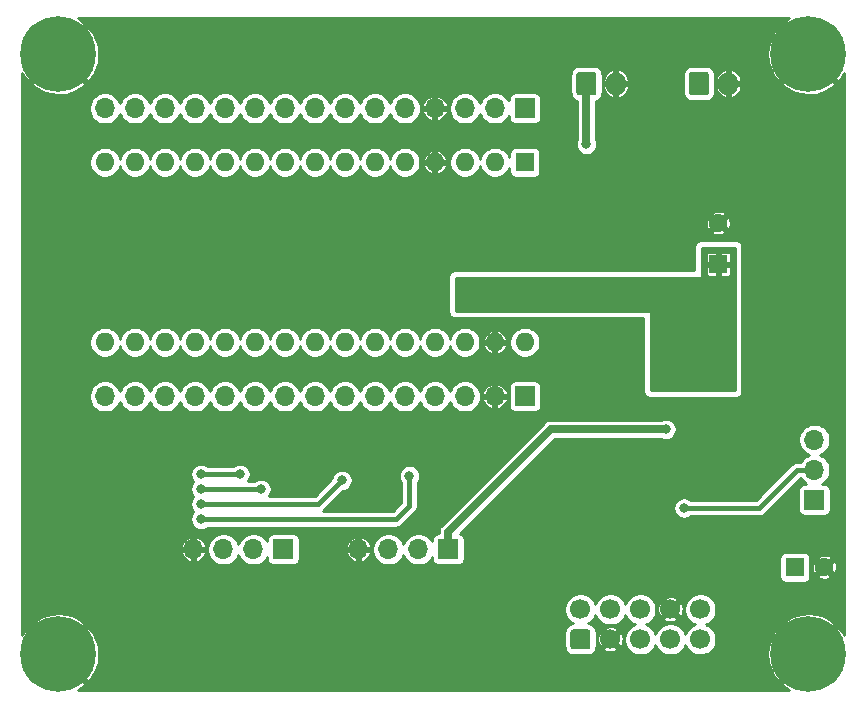
<source format=gbl>
G04 #@! TF.GenerationSoftware,KiCad,Pcbnew,(5.1.6)-1*
G04 #@! TF.CreationDate,2020-11-18T04:27:20-08:00*
G04 #@! TF.ProjectId,Logic Board RevA,4c6f6769-6320-4426-9f61-726420526576,rev?*
G04 #@! TF.SameCoordinates,Original*
G04 #@! TF.FileFunction,Copper,L2,Bot*
G04 #@! TF.FilePolarity,Positive*
%FSLAX46Y46*%
G04 Gerber Fmt 4.6, Leading zero omitted, Abs format (unit mm)*
G04 Created by KiCad (PCBNEW (5.1.6)-1) date 2020-11-18 04:27:20*
%MOMM*%
%LPD*%
G01*
G04 APERTURE LIST*
G04 #@! TA.AperFunction,ComponentPad*
%ADD10O,1.700000X1.700000*%
G04 #@! TD*
G04 #@! TA.AperFunction,ComponentPad*
%ADD11R,1.700000X1.700000*%
G04 #@! TD*
G04 #@! TA.AperFunction,ComponentPad*
%ADD12C,1.600000*%
G04 #@! TD*
G04 #@! TA.AperFunction,ComponentPad*
%ADD13R,1.600000X1.600000*%
G04 #@! TD*
G04 #@! TA.AperFunction,ComponentPad*
%ADD14O,1.600000X1.600000*%
G04 #@! TD*
G04 #@! TA.AperFunction,ComponentPad*
%ADD15O,1.700000X2.000000*%
G04 #@! TD*
G04 #@! TA.AperFunction,ComponentPad*
%ADD16C,0.800000*%
G04 #@! TD*
G04 #@! TA.AperFunction,ComponentPad*
%ADD17C,6.400000*%
G04 #@! TD*
G04 #@! TA.AperFunction,ComponentPad*
%ADD18C,1.700000*%
G04 #@! TD*
G04 #@! TA.AperFunction,ViaPad*
%ADD19C,0.800000*%
G04 #@! TD*
G04 #@! TA.AperFunction,Conductor*
%ADD20C,0.635000*%
G04 #@! TD*
G04 #@! TA.AperFunction,Conductor*
%ADD21C,0.381000*%
G04 #@! TD*
G04 #@! TA.AperFunction,Conductor*
%ADD22C,0.254000*%
G04 #@! TD*
G04 APERTURE END LIST*
D10*
X132080000Y-121920000D03*
X134620000Y-121920000D03*
X137160000Y-121920000D03*
D11*
X139700000Y-121920000D03*
D10*
X146050000Y-121920000D03*
X148590000Y-121920000D03*
X151130000Y-121920000D03*
D11*
X153670000Y-121920000D03*
D12*
X185507000Y-123444000D03*
D13*
X183007000Y-123444000D03*
D14*
X124587000Y-104394000D03*
X124587000Y-89154000D03*
X160147000Y-104394000D03*
X127127000Y-89154000D03*
X157607000Y-104394000D03*
X129667000Y-89154000D03*
X155067000Y-104394000D03*
X132207000Y-89154000D03*
X152527000Y-104394000D03*
X134747000Y-89154000D03*
X149987000Y-104394000D03*
X137287000Y-89154000D03*
X147447000Y-104394000D03*
X139827000Y-89154000D03*
X144907000Y-104394000D03*
X142367000Y-89154000D03*
X142367000Y-104394000D03*
X144907000Y-89154000D03*
X139827000Y-104394000D03*
X147447000Y-89154000D03*
X137287000Y-104394000D03*
X149987000Y-89154000D03*
X134747000Y-104394000D03*
X152527000Y-89154000D03*
X132207000Y-104394000D03*
X155067000Y-89154000D03*
X129667000Y-104394000D03*
X157607000Y-89154000D03*
X127127000Y-104394000D03*
D13*
X160147000Y-89154000D03*
D10*
X124587000Y-108966000D03*
X127127000Y-108966000D03*
X129667000Y-108966000D03*
X132207000Y-108966000D03*
X134747000Y-108966000D03*
X137287000Y-108966000D03*
X139827000Y-108966000D03*
X142367000Y-108966000D03*
X144907000Y-108966000D03*
X147447000Y-108966000D03*
X149987000Y-108966000D03*
X152527000Y-108966000D03*
X155067000Y-108966000D03*
X157607000Y-108966000D03*
D11*
X160147000Y-108966000D03*
D12*
X176530000Y-94290000D03*
D13*
X176530000Y-97790000D03*
D10*
X124587000Y-84582000D03*
X127127000Y-84582000D03*
X129667000Y-84582000D03*
X132207000Y-84582000D03*
X134747000Y-84582000D03*
X137287000Y-84582000D03*
X139827000Y-84582000D03*
X142367000Y-84582000D03*
X144907000Y-84582000D03*
X147447000Y-84582000D03*
X149987000Y-84582000D03*
X152527000Y-84582000D03*
X155067000Y-84582000D03*
X157607000Y-84582000D03*
D11*
X160147000Y-84582000D03*
D15*
X167854000Y-82486500D03*
G04 #@! TA.AperFunction,ComponentPad*
G36*
G01*
X164504000Y-83236500D02*
X164504000Y-81736500D01*
G75*
G02*
X164754000Y-81486500I250000J0D01*
G01*
X165954000Y-81486500D01*
G75*
G02*
X166204000Y-81736500I0J-250000D01*
G01*
X166204000Y-83236500D01*
G75*
G02*
X165954000Y-83486500I-250000J0D01*
G01*
X164754000Y-83486500D01*
G75*
G02*
X164504000Y-83236500I0J250000D01*
G01*
G37*
G04 #@! TD.AperFunction*
X177379000Y-82486500D03*
G04 #@! TA.AperFunction,ComponentPad*
G36*
G01*
X174029000Y-83236500D02*
X174029000Y-81736500D01*
G75*
G02*
X174279000Y-81486500I250000J0D01*
G01*
X175479000Y-81486500D01*
G75*
G02*
X175729000Y-81736500I0J-250000D01*
G01*
X175729000Y-83236500D01*
G75*
G02*
X175479000Y-83486500I-250000J0D01*
G01*
X174279000Y-83486500D01*
G75*
G02*
X174029000Y-83236500I0J250000D01*
G01*
G37*
G04 #@! TD.AperFunction*
D10*
X184658000Y-112649000D03*
X184658000Y-115189000D03*
D11*
X184658000Y-117729000D03*
D16*
X185847056Y-129112944D03*
X184150000Y-128410000D03*
X182452944Y-129112944D03*
X181750000Y-130810000D03*
X182452944Y-132507056D03*
X184150000Y-133210000D03*
X185847056Y-132507056D03*
X186550000Y-130810000D03*
D17*
X184150000Y-130810000D03*
D16*
X122347056Y-129112944D03*
X120650000Y-128410000D03*
X118952944Y-129112944D03*
X118250000Y-130810000D03*
X118952944Y-132507056D03*
X120650000Y-133210000D03*
X122347056Y-132507056D03*
X123050000Y-130810000D03*
D17*
X120650000Y-130810000D03*
D16*
X185847056Y-78312944D03*
X184150000Y-77610000D03*
X182452944Y-78312944D03*
X181750000Y-80010000D03*
X182452944Y-81707056D03*
X184150000Y-82410000D03*
X185847056Y-81707056D03*
X186550000Y-80010000D03*
D17*
X184150000Y-80010000D03*
D16*
X122347056Y-78312944D03*
X120650000Y-77610000D03*
X118952944Y-78312944D03*
X118250000Y-80010000D03*
X118952944Y-81707056D03*
X120650000Y-82410000D03*
X122347056Y-81707056D03*
X123050000Y-80010000D03*
D17*
X120650000Y-80010000D03*
D18*
X175006000Y-127000000D03*
X172466000Y-127000000D03*
X169926000Y-127000000D03*
X167386000Y-127000000D03*
X164846000Y-127000000D03*
X175006000Y-129540000D03*
X172466000Y-129540000D03*
X169926000Y-129540000D03*
X167386000Y-129540000D03*
G04 #@! TA.AperFunction,ComponentPad*
G36*
G01*
X165446000Y-130390000D02*
X164246000Y-130390000D01*
G75*
G02*
X163996000Y-130140000I0J250000D01*
G01*
X163996000Y-128940000D01*
G75*
G02*
X164246000Y-128690000I250000J0D01*
G01*
X165446000Y-128690000D01*
G75*
G02*
X165696000Y-128940000I0J-250000D01*
G01*
X165696000Y-130140000D01*
G75*
G02*
X165446000Y-130390000I-250000J0D01*
G01*
G37*
G04 #@! TD.AperFunction*
D19*
X185674000Y-110363000D03*
X173482000Y-97790000D03*
X169418000Y-107950000D03*
X169418000Y-102870000D03*
X169418000Y-104140000D03*
X169418000Y-105410000D03*
X169418000Y-106680000D03*
X162560000Y-106045000D03*
X162560000Y-107315000D03*
X162560000Y-103505000D03*
X162560000Y-104775000D03*
X169672000Y-97790000D03*
X170942000Y-97790000D03*
X172212000Y-97790000D03*
X159512000Y-116332000D03*
X160782000Y-115062000D03*
X156972000Y-115316000D03*
X158242000Y-114046000D03*
X159512000Y-112776000D03*
X158242000Y-117602000D03*
X137795000Y-115443000D03*
X149098000Y-117094000D03*
X173101000Y-121793000D03*
X174371000Y-123063000D03*
X175641000Y-124333000D03*
X175641000Y-123063000D03*
X174371000Y-121793000D03*
X137414000Y-100330000D03*
X142875000Y-132715000D03*
X142875000Y-130810000D03*
X142875000Y-128905000D03*
X142875000Y-127000000D03*
X181610000Y-112903000D03*
X181610000Y-114300000D03*
X172720000Y-88265000D03*
X175768000Y-99822000D03*
X177292000Y-99822000D03*
X177292000Y-101346000D03*
X175768000Y-101346000D03*
X173990000Y-105410000D03*
X173990000Y-107696000D03*
X157480000Y-100965000D03*
X155575000Y-99695000D03*
X171450000Y-105410000D03*
X171450000Y-107696000D03*
X172720000Y-105410000D03*
X172720000Y-107696000D03*
X172085000Y-111760000D03*
X155575000Y-100965000D03*
X157480000Y-99695000D03*
X132715000Y-118110000D03*
X144653000Y-116078000D03*
X132715000Y-115570000D03*
X136017000Y-115570000D03*
X137795000Y-116840000D03*
X132715000Y-116840000D03*
X173609000Y-118427500D03*
X132715000Y-119380000D03*
X150368000Y-115697000D03*
X165354000Y-87630000D03*
D20*
X153670000Y-120435000D02*
X153670000Y-121920000D01*
X172085000Y-111760000D02*
X162345000Y-111760000D01*
X162345000Y-111760000D02*
X153670000Y-120435000D01*
D21*
X142621000Y-118110000D02*
X144653000Y-116078000D01*
X132715000Y-118110000D02*
X142621000Y-118110000D01*
X132715000Y-115570000D02*
X136017000Y-115570000D01*
X132715000Y-116840000D02*
X137795000Y-116840000D01*
X173609000Y-118427500D02*
X179959000Y-118427500D01*
X183197500Y-115189000D02*
X184658000Y-115189000D01*
X179959000Y-118427500D02*
X183197500Y-115189000D01*
X132715000Y-119380000D02*
X149225000Y-119380000D01*
X150368000Y-118237000D02*
X150368000Y-115697000D01*
X149225000Y-119380000D02*
X150368000Y-118237000D01*
D20*
X165354000Y-87630000D02*
X165354000Y-83820000D01*
X165354000Y-83820000D02*
X165354000Y-82486500D01*
D22*
G36*
X177927000Y-108458000D02*
G01*
X170815000Y-108458000D01*
X170815000Y-101854000D01*
X170812560Y-101829224D01*
X170805333Y-101805399D01*
X170793597Y-101783443D01*
X170777803Y-101764197D01*
X170758557Y-101748403D01*
X170736601Y-101736667D01*
X170712776Y-101729440D01*
X170688000Y-101727000D01*
X154305000Y-101727000D01*
X154305000Y-98933000D01*
X175006000Y-98933000D01*
X175030776Y-98930560D01*
X175054601Y-98923333D01*
X175076557Y-98911597D01*
X175095803Y-98895803D01*
X175111597Y-98876557D01*
X175123333Y-98854601D01*
X175130560Y-98830776D01*
X175133000Y-98806000D01*
X175133000Y-98590000D01*
X175474771Y-98590000D01*
X175479675Y-98639793D01*
X175494199Y-98687672D01*
X175517785Y-98731798D01*
X175549526Y-98770474D01*
X175588202Y-98802215D01*
X175632328Y-98825801D01*
X175680207Y-98840325D01*
X175730000Y-98845229D01*
X176339500Y-98844000D01*
X176403000Y-98780500D01*
X176403000Y-97917000D01*
X176657000Y-97917000D01*
X176657000Y-98780500D01*
X176720500Y-98844000D01*
X177330000Y-98845229D01*
X177379793Y-98840325D01*
X177427672Y-98825801D01*
X177471798Y-98802215D01*
X177510474Y-98770474D01*
X177542215Y-98731798D01*
X177565801Y-98687672D01*
X177580325Y-98639793D01*
X177585229Y-98590000D01*
X177584000Y-97980500D01*
X177520500Y-97917000D01*
X176657000Y-97917000D01*
X176403000Y-97917000D01*
X175539500Y-97917000D01*
X175476000Y-97980500D01*
X175474771Y-98590000D01*
X175133000Y-98590000D01*
X175133000Y-96990000D01*
X175474771Y-96990000D01*
X175476000Y-97599500D01*
X175539500Y-97663000D01*
X176403000Y-97663000D01*
X176403000Y-96799500D01*
X176657000Y-96799500D01*
X176657000Y-97663000D01*
X177520500Y-97663000D01*
X177584000Y-97599500D01*
X177585229Y-96990000D01*
X177580325Y-96940207D01*
X177565801Y-96892328D01*
X177542215Y-96848202D01*
X177510474Y-96809526D01*
X177471798Y-96777785D01*
X177427672Y-96754199D01*
X177379793Y-96739675D01*
X177330000Y-96734771D01*
X176720500Y-96736000D01*
X176657000Y-96799500D01*
X176403000Y-96799500D01*
X176339500Y-96736000D01*
X175730000Y-96734771D01*
X175680207Y-96739675D01*
X175632328Y-96754199D01*
X175588202Y-96777785D01*
X175549526Y-96809526D01*
X175517785Y-96848202D01*
X175494199Y-96892328D01*
X175479675Y-96940207D01*
X175474771Y-96990000D01*
X175133000Y-96990000D01*
X175133000Y-96393000D01*
X177927000Y-96393000D01*
X177927000Y-108458000D01*
G37*
X177927000Y-108458000D02*
X170815000Y-108458000D01*
X170815000Y-101854000D01*
X170812560Y-101829224D01*
X170805333Y-101805399D01*
X170793597Y-101783443D01*
X170777803Y-101764197D01*
X170758557Y-101748403D01*
X170736601Y-101736667D01*
X170712776Y-101729440D01*
X170688000Y-101727000D01*
X154305000Y-101727000D01*
X154305000Y-98933000D01*
X175006000Y-98933000D01*
X175030776Y-98930560D01*
X175054601Y-98923333D01*
X175076557Y-98911597D01*
X175095803Y-98895803D01*
X175111597Y-98876557D01*
X175123333Y-98854601D01*
X175130560Y-98830776D01*
X175133000Y-98806000D01*
X175133000Y-98590000D01*
X175474771Y-98590000D01*
X175479675Y-98639793D01*
X175494199Y-98687672D01*
X175517785Y-98731798D01*
X175549526Y-98770474D01*
X175588202Y-98802215D01*
X175632328Y-98825801D01*
X175680207Y-98840325D01*
X175730000Y-98845229D01*
X176339500Y-98844000D01*
X176403000Y-98780500D01*
X176403000Y-97917000D01*
X176657000Y-97917000D01*
X176657000Y-98780500D01*
X176720500Y-98844000D01*
X177330000Y-98845229D01*
X177379793Y-98840325D01*
X177427672Y-98825801D01*
X177471798Y-98802215D01*
X177510474Y-98770474D01*
X177542215Y-98731798D01*
X177565801Y-98687672D01*
X177580325Y-98639793D01*
X177585229Y-98590000D01*
X177584000Y-97980500D01*
X177520500Y-97917000D01*
X176657000Y-97917000D01*
X176403000Y-97917000D01*
X175539500Y-97917000D01*
X175476000Y-97980500D01*
X175474771Y-98590000D01*
X175133000Y-98590000D01*
X175133000Y-96990000D01*
X175474771Y-96990000D01*
X175476000Y-97599500D01*
X175539500Y-97663000D01*
X176403000Y-97663000D01*
X176403000Y-96799500D01*
X176657000Y-96799500D01*
X176657000Y-97663000D01*
X177520500Y-97663000D01*
X177584000Y-97599500D01*
X177585229Y-96990000D01*
X177580325Y-96940207D01*
X177565801Y-96892328D01*
X177542215Y-96848202D01*
X177510474Y-96809526D01*
X177471798Y-96777785D01*
X177427672Y-96754199D01*
X177379793Y-96739675D01*
X177330000Y-96734771D01*
X176720500Y-96736000D01*
X176657000Y-96799500D01*
X176403000Y-96799500D01*
X176339500Y-96736000D01*
X175730000Y-96734771D01*
X175680207Y-96739675D01*
X175632328Y-96754199D01*
X175588202Y-96777785D01*
X175549526Y-96809526D01*
X175517785Y-96848202D01*
X175494199Y-96892328D01*
X175479675Y-96940207D01*
X175474771Y-96990000D01*
X175133000Y-96990000D01*
X175133000Y-96393000D01*
X177927000Y-96393000D01*
X177927000Y-108458000D01*
G36*
X182229487Y-77119071D02*
G01*
X182214078Y-77129366D01*
X181832214Y-77512609D01*
X184150000Y-79830395D01*
X184164143Y-79816253D01*
X184343748Y-79995858D01*
X184329605Y-80010000D01*
X186647391Y-82327786D01*
X187030634Y-81945922D01*
X187198000Y-81634801D01*
X187198000Y-129185243D01*
X187040929Y-128889487D01*
X187030634Y-128874078D01*
X186647391Y-128492214D01*
X184329605Y-130810000D01*
X184343748Y-130824143D01*
X184164143Y-131003748D01*
X184150000Y-130989605D01*
X181832214Y-133307391D01*
X182214078Y-133690634D01*
X182525199Y-133858000D01*
X122274757Y-133858000D01*
X122570513Y-133700929D01*
X122585922Y-133690634D01*
X122967786Y-133307391D01*
X120650000Y-130989605D01*
X120635858Y-131003748D01*
X120456253Y-130824143D01*
X120470395Y-130810000D01*
X120829605Y-130810000D01*
X123147391Y-133127786D01*
X123530634Y-132745922D01*
X123852962Y-132146739D01*
X124052203Y-131496188D01*
X124120699Y-130819266D01*
X124055819Y-130141988D01*
X123860054Y-129490382D01*
X123567756Y-128940000D01*
X163485543Y-128940000D01*
X163485543Y-130140000D01*
X163500155Y-130288358D01*
X163543429Y-130431014D01*
X163613703Y-130562487D01*
X163708276Y-130677724D01*
X163823513Y-130772297D01*
X163954986Y-130842571D01*
X164097642Y-130885845D01*
X164246000Y-130900457D01*
X165446000Y-130900457D01*
X165594358Y-130885845D01*
X165737014Y-130842571D01*
X165868487Y-130772297D01*
X165983724Y-130677724D01*
X166078297Y-130562487D01*
X166148571Y-130431014D01*
X166168944Y-130363852D01*
X166741754Y-130363852D01*
X166840978Y-130506225D01*
X167039951Y-130593987D01*
X167252223Y-130641246D01*
X167469636Y-130646184D01*
X167683835Y-130608612D01*
X167886588Y-130529975D01*
X167931022Y-130506225D01*
X168030246Y-130363852D01*
X167386000Y-129719605D01*
X166741754Y-130363852D01*
X166168944Y-130363852D01*
X166191845Y-130288358D01*
X166206457Y-130140000D01*
X166206457Y-129623636D01*
X166279816Y-129623636D01*
X166317388Y-129837835D01*
X166396025Y-130040588D01*
X166419775Y-130085022D01*
X166562148Y-130184246D01*
X167206395Y-129540000D01*
X167565605Y-129540000D01*
X168209852Y-130184246D01*
X168352225Y-130085022D01*
X168439987Y-129886049D01*
X168487246Y-129673777D01*
X168492184Y-129456364D01*
X168454612Y-129242165D01*
X168375975Y-129039412D01*
X168352225Y-128994978D01*
X168209852Y-128895754D01*
X167565605Y-129540000D01*
X167206395Y-129540000D01*
X166562148Y-128895754D01*
X166419775Y-128994978D01*
X166332013Y-129193951D01*
X166284754Y-129406223D01*
X166279816Y-129623636D01*
X166206457Y-129623636D01*
X166206457Y-128940000D01*
X166191845Y-128791642D01*
X166168945Y-128716148D01*
X166741754Y-128716148D01*
X167386000Y-129360395D01*
X168030246Y-128716148D01*
X167931022Y-128573775D01*
X167732049Y-128486013D01*
X167519777Y-128438754D01*
X167302364Y-128433816D01*
X167088165Y-128471388D01*
X166885412Y-128550025D01*
X166840978Y-128573775D01*
X166741754Y-128716148D01*
X166168945Y-128716148D01*
X166148571Y-128648986D01*
X166078297Y-128517513D01*
X165983724Y-128402276D01*
X165868487Y-128307703D01*
X165737014Y-128237429D01*
X165594358Y-128194155D01*
X165514873Y-128186326D01*
X165711675Y-128054828D01*
X165900828Y-127865675D01*
X166049444Y-127643254D01*
X166116000Y-127482574D01*
X166182556Y-127643254D01*
X166331172Y-127865675D01*
X166520325Y-128054828D01*
X166742746Y-128203444D01*
X166989886Y-128305813D01*
X167252249Y-128358000D01*
X167519751Y-128358000D01*
X167782114Y-128305813D01*
X168029254Y-128203444D01*
X168251675Y-128054828D01*
X168440828Y-127865675D01*
X168589444Y-127643254D01*
X168656000Y-127482574D01*
X168722556Y-127643254D01*
X168871172Y-127865675D01*
X169060325Y-128054828D01*
X169282746Y-128203444D01*
X169443426Y-128270000D01*
X169282746Y-128336556D01*
X169060325Y-128485172D01*
X168871172Y-128674325D01*
X168722556Y-128896746D01*
X168620187Y-129143886D01*
X168568000Y-129406249D01*
X168568000Y-129673751D01*
X168620187Y-129936114D01*
X168722556Y-130183254D01*
X168871172Y-130405675D01*
X169060325Y-130594828D01*
X169282746Y-130743444D01*
X169529886Y-130845813D01*
X169792249Y-130898000D01*
X170059751Y-130898000D01*
X170322114Y-130845813D01*
X170569254Y-130743444D01*
X170791675Y-130594828D01*
X170980828Y-130405675D01*
X171129444Y-130183254D01*
X171196000Y-130022574D01*
X171262556Y-130183254D01*
X171411172Y-130405675D01*
X171600325Y-130594828D01*
X171822746Y-130743444D01*
X172069886Y-130845813D01*
X172332249Y-130898000D01*
X172599751Y-130898000D01*
X172862114Y-130845813D01*
X173109254Y-130743444D01*
X173331675Y-130594828D01*
X173520828Y-130405675D01*
X173669444Y-130183254D01*
X173736000Y-130022574D01*
X173802556Y-130183254D01*
X173951172Y-130405675D01*
X174140325Y-130594828D01*
X174362746Y-130743444D01*
X174609886Y-130845813D01*
X174872249Y-130898000D01*
X175139751Y-130898000D01*
X175402114Y-130845813D01*
X175510944Y-130800734D01*
X180679301Y-130800734D01*
X180744181Y-131478012D01*
X180939946Y-132129618D01*
X181259071Y-132730513D01*
X181269366Y-132745922D01*
X181652609Y-133127786D01*
X183970395Y-130810000D01*
X181652609Y-128492214D01*
X181269366Y-128874078D01*
X180947038Y-129473261D01*
X180747797Y-130123812D01*
X180679301Y-130800734D01*
X175510944Y-130800734D01*
X175649254Y-130743444D01*
X175871675Y-130594828D01*
X176060828Y-130405675D01*
X176209444Y-130183254D01*
X176311813Y-129936114D01*
X176364000Y-129673751D01*
X176364000Y-129406249D01*
X176311813Y-129143886D01*
X176209444Y-128896746D01*
X176060828Y-128674325D01*
X175871675Y-128485172D01*
X175649254Y-128336556D01*
X175591441Y-128312609D01*
X181832214Y-128312609D01*
X184150000Y-130630395D01*
X186467786Y-128312609D01*
X186085922Y-127929366D01*
X185486739Y-127607038D01*
X184836188Y-127407797D01*
X184159266Y-127339301D01*
X183481988Y-127404181D01*
X182830382Y-127599946D01*
X182229487Y-127919071D01*
X182214078Y-127929366D01*
X181832214Y-128312609D01*
X175591441Y-128312609D01*
X175488574Y-128270000D01*
X175649254Y-128203444D01*
X175871675Y-128054828D01*
X176060828Y-127865675D01*
X176209444Y-127643254D01*
X176311813Y-127396114D01*
X176364000Y-127133751D01*
X176364000Y-126866249D01*
X176311813Y-126603886D01*
X176209444Y-126356746D01*
X176060828Y-126134325D01*
X175871675Y-125945172D01*
X175649254Y-125796556D01*
X175402114Y-125694187D01*
X175139751Y-125642000D01*
X174872249Y-125642000D01*
X174609886Y-125694187D01*
X174362746Y-125796556D01*
X174140325Y-125945172D01*
X173951172Y-126134325D01*
X173802556Y-126356746D01*
X173700187Y-126603886D01*
X173648000Y-126866249D01*
X173648000Y-127133751D01*
X173700187Y-127396114D01*
X173802556Y-127643254D01*
X173951172Y-127865675D01*
X174140325Y-128054828D01*
X174362746Y-128203444D01*
X174523426Y-128270000D01*
X174362746Y-128336556D01*
X174140325Y-128485172D01*
X173951172Y-128674325D01*
X173802556Y-128896746D01*
X173736000Y-129057426D01*
X173669444Y-128896746D01*
X173520828Y-128674325D01*
X173331675Y-128485172D01*
X173109254Y-128336556D01*
X172862114Y-128234187D01*
X172599751Y-128182000D01*
X172332249Y-128182000D01*
X172069886Y-128234187D01*
X171822746Y-128336556D01*
X171600325Y-128485172D01*
X171411172Y-128674325D01*
X171262556Y-128896746D01*
X171196000Y-129057426D01*
X171129444Y-128896746D01*
X170980828Y-128674325D01*
X170791675Y-128485172D01*
X170569254Y-128336556D01*
X170408574Y-128270000D01*
X170569254Y-128203444D01*
X170791675Y-128054828D01*
X170980828Y-127865675D01*
X171008773Y-127823852D01*
X171821754Y-127823852D01*
X171920978Y-127966225D01*
X172119951Y-128053987D01*
X172332223Y-128101246D01*
X172549636Y-128106184D01*
X172763835Y-128068612D01*
X172966588Y-127989975D01*
X173011022Y-127966225D01*
X173110246Y-127823852D01*
X172466000Y-127179605D01*
X171821754Y-127823852D01*
X171008773Y-127823852D01*
X171129444Y-127643254D01*
X171231813Y-127396114D01*
X171284000Y-127133751D01*
X171284000Y-127083636D01*
X171359816Y-127083636D01*
X171397388Y-127297835D01*
X171476025Y-127500588D01*
X171499775Y-127545022D01*
X171642148Y-127644246D01*
X172286395Y-127000000D01*
X172645605Y-127000000D01*
X173289852Y-127644246D01*
X173432225Y-127545022D01*
X173519987Y-127346049D01*
X173567246Y-127133777D01*
X173572184Y-126916364D01*
X173534612Y-126702165D01*
X173455975Y-126499412D01*
X173432225Y-126454978D01*
X173289852Y-126355754D01*
X172645605Y-127000000D01*
X172286395Y-127000000D01*
X171642148Y-126355754D01*
X171499775Y-126454978D01*
X171412013Y-126653951D01*
X171364754Y-126866223D01*
X171359816Y-127083636D01*
X171284000Y-127083636D01*
X171284000Y-126866249D01*
X171231813Y-126603886D01*
X171129444Y-126356746D01*
X171008774Y-126176148D01*
X171821754Y-126176148D01*
X172466000Y-126820395D01*
X173110246Y-126176148D01*
X173011022Y-126033775D01*
X172812049Y-125946013D01*
X172599777Y-125898754D01*
X172382364Y-125893816D01*
X172168165Y-125931388D01*
X171965412Y-126010025D01*
X171920978Y-126033775D01*
X171821754Y-126176148D01*
X171008774Y-126176148D01*
X170980828Y-126134325D01*
X170791675Y-125945172D01*
X170569254Y-125796556D01*
X170322114Y-125694187D01*
X170059751Y-125642000D01*
X169792249Y-125642000D01*
X169529886Y-125694187D01*
X169282746Y-125796556D01*
X169060325Y-125945172D01*
X168871172Y-126134325D01*
X168722556Y-126356746D01*
X168656000Y-126517426D01*
X168589444Y-126356746D01*
X168440828Y-126134325D01*
X168251675Y-125945172D01*
X168029254Y-125796556D01*
X167782114Y-125694187D01*
X167519751Y-125642000D01*
X167252249Y-125642000D01*
X166989886Y-125694187D01*
X166742746Y-125796556D01*
X166520325Y-125945172D01*
X166331172Y-126134325D01*
X166182556Y-126356746D01*
X166116000Y-126517426D01*
X166049444Y-126356746D01*
X165900828Y-126134325D01*
X165711675Y-125945172D01*
X165489254Y-125796556D01*
X165242114Y-125694187D01*
X164979751Y-125642000D01*
X164712249Y-125642000D01*
X164449886Y-125694187D01*
X164202746Y-125796556D01*
X163980325Y-125945172D01*
X163791172Y-126134325D01*
X163642556Y-126356746D01*
X163540187Y-126603886D01*
X163488000Y-126866249D01*
X163488000Y-127133751D01*
X163540187Y-127396114D01*
X163642556Y-127643254D01*
X163791172Y-127865675D01*
X163980325Y-128054828D01*
X164177127Y-128186326D01*
X164097642Y-128194155D01*
X163954986Y-128237429D01*
X163823513Y-128307703D01*
X163708276Y-128402276D01*
X163613703Y-128517513D01*
X163543429Y-128648986D01*
X163500155Y-128791642D01*
X163485543Y-128940000D01*
X123567756Y-128940000D01*
X123540929Y-128889487D01*
X123530634Y-128874078D01*
X123147391Y-128492214D01*
X120829605Y-130810000D01*
X120470395Y-130810000D01*
X118152609Y-128492214D01*
X117769366Y-128874078D01*
X117602000Y-129185199D01*
X117602000Y-128312609D01*
X118332214Y-128312609D01*
X120650000Y-130630395D01*
X122967786Y-128312609D01*
X122585922Y-127929366D01*
X121986739Y-127607038D01*
X121336188Y-127407797D01*
X120659266Y-127339301D01*
X119981988Y-127404181D01*
X119330382Y-127599946D01*
X118729487Y-127919071D01*
X118714078Y-127929366D01*
X118332214Y-128312609D01*
X117602000Y-128312609D01*
X117602000Y-122216994D01*
X131016692Y-122216994D01*
X131095064Y-122418728D01*
X131211286Y-122601297D01*
X131360893Y-122757684D01*
X131538134Y-122881879D01*
X131736199Y-122969110D01*
X131783006Y-122983302D01*
X131953000Y-122952720D01*
X131953000Y-122047000D01*
X132207000Y-122047000D01*
X132207000Y-122952720D01*
X132376994Y-122983302D01*
X132423801Y-122969110D01*
X132621866Y-122881879D01*
X132799107Y-122757684D01*
X132948714Y-122601297D01*
X133064936Y-122418728D01*
X133143308Y-122216994D01*
X133113177Y-122047000D01*
X132207000Y-122047000D01*
X131953000Y-122047000D01*
X131046823Y-122047000D01*
X131016692Y-122216994D01*
X117602000Y-122216994D01*
X117602000Y-121623006D01*
X131016692Y-121623006D01*
X131046823Y-121793000D01*
X131953000Y-121793000D01*
X131953000Y-120887280D01*
X132207000Y-120887280D01*
X132207000Y-121793000D01*
X133113177Y-121793000D01*
X133114373Y-121786249D01*
X133262000Y-121786249D01*
X133262000Y-122053751D01*
X133314187Y-122316114D01*
X133416556Y-122563254D01*
X133565172Y-122785675D01*
X133754325Y-122974828D01*
X133976746Y-123123444D01*
X134223886Y-123225813D01*
X134486249Y-123278000D01*
X134753751Y-123278000D01*
X135016114Y-123225813D01*
X135263254Y-123123444D01*
X135485675Y-122974828D01*
X135674828Y-122785675D01*
X135823444Y-122563254D01*
X135890000Y-122402574D01*
X135956556Y-122563254D01*
X136105172Y-122785675D01*
X136294325Y-122974828D01*
X136516746Y-123123444D01*
X136763886Y-123225813D01*
X137026249Y-123278000D01*
X137293751Y-123278000D01*
X137556114Y-123225813D01*
X137803254Y-123123444D01*
X138025675Y-122974828D01*
X138214828Y-122785675D01*
X138339543Y-122599025D01*
X138339543Y-122770000D01*
X138349351Y-122869585D01*
X138378399Y-122965343D01*
X138425571Y-123053595D01*
X138489052Y-123130948D01*
X138566405Y-123194429D01*
X138654657Y-123241601D01*
X138750415Y-123270649D01*
X138850000Y-123280457D01*
X140550000Y-123280457D01*
X140649585Y-123270649D01*
X140745343Y-123241601D01*
X140833595Y-123194429D01*
X140910948Y-123130948D01*
X140974429Y-123053595D01*
X141021601Y-122965343D01*
X141050649Y-122869585D01*
X141060457Y-122770000D01*
X141060457Y-122216994D01*
X144986692Y-122216994D01*
X145065064Y-122418728D01*
X145181286Y-122601297D01*
X145330893Y-122757684D01*
X145508134Y-122881879D01*
X145706199Y-122969110D01*
X145753006Y-122983302D01*
X145923000Y-122952720D01*
X145923000Y-122047000D01*
X146177000Y-122047000D01*
X146177000Y-122952720D01*
X146346994Y-122983302D01*
X146393801Y-122969110D01*
X146591866Y-122881879D01*
X146769107Y-122757684D01*
X146918714Y-122601297D01*
X147034936Y-122418728D01*
X147113308Y-122216994D01*
X147083177Y-122047000D01*
X146177000Y-122047000D01*
X145923000Y-122047000D01*
X145016823Y-122047000D01*
X144986692Y-122216994D01*
X141060457Y-122216994D01*
X141060457Y-121623006D01*
X144986692Y-121623006D01*
X145016823Y-121793000D01*
X145923000Y-121793000D01*
X145923000Y-120887280D01*
X146177000Y-120887280D01*
X146177000Y-121793000D01*
X147083177Y-121793000D01*
X147084373Y-121786249D01*
X147232000Y-121786249D01*
X147232000Y-122053751D01*
X147284187Y-122316114D01*
X147386556Y-122563254D01*
X147535172Y-122785675D01*
X147724325Y-122974828D01*
X147946746Y-123123444D01*
X148193886Y-123225813D01*
X148456249Y-123278000D01*
X148723751Y-123278000D01*
X148986114Y-123225813D01*
X149233254Y-123123444D01*
X149455675Y-122974828D01*
X149644828Y-122785675D01*
X149793444Y-122563254D01*
X149860000Y-122402574D01*
X149926556Y-122563254D01*
X150075172Y-122785675D01*
X150264325Y-122974828D01*
X150486746Y-123123444D01*
X150733886Y-123225813D01*
X150996249Y-123278000D01*
X151263751Y-123278000D01*
X151526114Y-123225813D01*
X151773254Y-123123444D01*
X151995675Y-122974828D01*
X152184828Y-122785675D01*
X152309543Y-122599025D01*
X152309543Y-122770000D01*
X152319351Y-122869585D01*
X152348399Y-122965343D01*
X152395571Y-123053595D01*
X152459052Y-123130948D01*
X152536405Y-123194429D01*
X152624657Y-123241601D01*
X152720415Y-123270649D01*
X152820000Y-123280457D01*
X154520000Y-123280457D01*
X154619585Y-123270649D01*
X154715343Y-123241601D01*
X154803595Y-123194429D01*
X154880948Y-123130948D01*
X154944429Y-123053595D01*
X154991601Y-122965343D01*
X155020649Y-122869585D01*
X155030457Y-122770000D01*
X155030457Y-122644000D01*
X181696543Y-122644000D01*
X181696543Y-124244000D01*
X181706351Y-124343585D01*
X181735399Y-124439343D01*
X181782571Y-124527595D01*
X181846052Y-124604948D01*
X181923405Y-124668429D01*
X182011657Y-124715601D01*
X182107415Y-124744649D01*
X182207000Y-124754457D01*
X183807000Y-124754457D01*
X183906585Y-124744649D01*
X184002343Y-124715601D01*
X184090595Y-124668429D01*
X184167948Y-124604948D01*
X184231429Y-124527595D01*
X184278601Y-124439343D01*
X184307649Y-124343585D01*
X184317457Y-124244000D01*
X184317457Y-124232047D01*
X184898558Y-124232047D01*
X184991714Y-124369297D01*
X185182131Y-124452044D01*
X185385033Y-124496054D01*
X185592623Y-124499633D01*
X185796922Y-124462646D01*
X185990079Y-124386512D01*
X186022286Y-124369297D01*
X186115442Y-124232047D01*
X185507000Y-123623605D01*
X184898558Y-124232047D01*
X184317457Y-124232047D01*
X184317457Y-123529623D01*
X184451367Y-123529623D01*
X184488354Y-123733922D01*
X184564488Y-123927079D01*
X184581703Y-123959286D01*
X184718953Y-124052442D01*
X185327395Y-123444000D01*
X185686605Y-123444000D01*
X186295047Y-124052442D01*
X186432297Y-123959286D01*
X186515044Y-123768869D01*
X186559054Y-123565967D01*
X186562633Y-123358377D01*
X186525646Y-123154078D01*
X186449512Y-122960921D01*
X186432297Y-122928714D01*
X186295047Y-122835558D01*
X185686605Y-123444000D01*
X185327395Y-123444000D01*
X184718953Y-122835558D01*
X184581703Y-122928714D01*
X184498956Y-123119131D01*
X184454946Y-123322033D01*
X184451367Y-123529623D01*
X184317457Y-123529623D01*
X184317457Y-122655953D01*
X184898558Y-122655953D01*
X185507000Y-123264395D01*
X186115442Y-122655953D01*
X186022286Y-122518703D01*
X185831869Y-122435956D01*
X185628967Y-122391946D01*
X185421377Y-122388367D01*
X185217078Y-122425354D01*
X185023921Y-122501488D01*
X184991714Y-122518703D01*
X184898558Y-122655953D01*
X184317457Y-122655953D01*
X184317457Y-122644000D01*
X184307649Y-122544415D01*
X184278601Y-122448657D01*
X184231429Y-122360405D01*
X184167948Y-122283052D01*
X184090595Y-122219571D01*
X184002343Y-122172399D01*
X183906585Y-122143351D01*
X183807000Y-122133543D01*
X182207000Y-122133543D01*
X182107415Y-122143351D01*
X182011657Y-122172399D01*
X181923405Y-122219571D01*
X181846052Y-122283052D01*
X181782571Y-122360405D01*
X181735399Y-122448657D01*
X181706351Y-122544415D01*
X181696543Y-122644000D01*
X155030457Y-122644000D01*
X155030457Y-121070000D01*
X155020649Y-120970415D01*
X154991601Y-120874657D01*
X154944429Y-120786405D01*
X154880948Y-120709052D01*
X154803595Y-120645571D01*
X154715343Y-120598399D01*
X154683648Y-120588784D01*
X156934362Y-118338070D01*
X172701000Y-118338070D01*
X172701000Y-118516930D01*
X172735894Y-118692354D01*
X172804341Y-118857599D01*
X172903711Y-119006316D01*
X173030184Y-119132789D01*
X173178901Y-119232159D01*
X173344146Y-119300606D01*
X173519570Y-119335500D01*
X173698430Y-119335500D01*
X173873854Y-119300606D01*
X174039099Y-119232159D01*
X174187816Y-119132789D01*
X174194605Y-119126000D01*
X179924702Y-119126000D01*
X179959000Y-119129378D01*
X179993298Y-119126000D01*
X179993309Y-119126000D01*
X180095930Y-119115893D01*
X180227597Y-119075952D01*
X180348943Y-119011091D01*
X180455303Y-118923803D01*
X180477175Y-118897152D01*
X183486828Y-115887500D01*
X183491470Y-115887500D01*
X183603172Y-116054675D01*
X183792325Y-116243828D01*
X183978975Y-116368543D01*
X183808000Y-116368543D01*
X183708415Y-116378351D01*
X183612657Y-116407399D01*
X183524405Y-116454571D01*
X183447052Y-116518052D01*
X183383571Y-116595405D01*
X183336399Y-116683657D01*
X183307351Y-116779415D01*
X183297543Y-116879000D01*
X183297543Y-118579000D01*
X183307351Y-118678585D01*
X183336399Y-118774343D01*
X183383571Y-118862595D01*
X183447052Y-118939948D01*
X183524405Y-119003429D01*
X183612657Y-119050601D01*
X183708415Y-119079649D01*
X183808000Y-119089457D01*
X185508000Y-119089457D01*
X185607585Y-119079649D01*
X185703343Y-119050601D01*
X185791595Y-119003429D01*
X185868948Y-118939948D01*
X185932429Y-118862595D01*
X185979601Y-118774343D01*
X186008649Y-118678585D01*
X186018457Y-118579000D01*
X186018457Y-116879000D01*
X186008649Y-116779415D01*
X185979601Y-116683657D01*
X185932429Y-116595405D01*
X185868948Y-116518052D01*
X185791595Y-116454571D01*
X185703343Y-116407399D01*
X185607585Y-116378351D01*
X185508000Y-116368543D01*
X185337025Y-116368543D01*
X185523675Y-116243828D01*
X185712828Y-116054675D01*
X185861444Y-115832254D01*
X185963813Y-115585114D01*
X186016000Y-115322751D01*
X186016000Y-115055249D01*
X185963813Y-114792886D01*
X185861444Y-114545746D01*
X185712828Y-114323325D01*
X185523675Y-114134172D01*
X185301254Y-113985556D01*
X185140574Y-113919000D01*
X185301254Y-113852444D01*
X185523675Y-113703828D01*
X185712828Y-113514675D01*
X185861444Y-113292254D01*
X185963813Y-113045114D01*
X186016000Y-112782751D01*
X186016000Y-112515249D01*
X185963813Y-112252886D01*
X185861444Y-112005746D01*
X185712828Y-111783325D01*
X185523675Y-111594172D01*
X185301254Y-111445556D01*
X185054114Y-111343187D01*
X184791751Y-111291000D01*
X184524249Y-111291000D01*
X184261886Y-111343187D01*
X184014746Y-111445556D01*
X183792325Y-111594172D01*
X183603172Y-111783325D01*
X183454556Y-112005746D01*
X183352187Y-112252886D01*
X183300000Y-112515249D01*
X183300000Y-112782751D01*
X183352187Y-113045114D01*
X183454556Y-113292254D01*
X183603172Y-113514675D01*
X183792325Y-113703828D01*
X184014746Y-113852444D01*
X184175426Y-113919000D01*
X184014746Y-113985556D01*
X183792325Y-114134172D01*
X183603172Y-114323325D01*
X183491470Y-114490500D01*
X183231798Y-114490500D01*
X183197500Y-114487122D01*
X183163202Y-114490500D01*
X183163191Y-114490500D01*
X183060570Y-114500607D01*
X182928903Y-114540548D01*
X182807557Y-114605409D01*
X182727846Y-114670826D01*
X182727843Y-114670829D01*
X182701197Y-114692697D01*
X182679329Y-114719343D01*
X179669673Y-117729000D01*
X174194605Y-117729000D01*
X174187816Y-117722211D01*
X174039099Y-117622841D01*
X173873854Y-117554394D01*
X173698430Y-117519500D01*
X173519570Y-117519500D01*
X173344146Y-117554394D01*
X173178901Y-117622841D01*
X173030184Y-117722211D01*
X172903711Y-117848684D01*
X172804341Y-117997401D01*
X172735894Y-118162646D01*
X172701000Y-118338070D01*
X156934362Y-118338070D01*
X162686934Y-112585500D01*
X171705215Y-112585500D01*
X171820146Y-112633106D01*
X171995570Y-112668000D01*
X172174430Y-112668000D01*
X172349854Y-112633106D01*
X172515099Y-112564659D01*
X172663816Y-112465289D01*
X172790289Y-112338816D01*
X172889659Y-112190099D01*
X172958106Y-112024854D01*
X172993000Y-111849430D01*
X172993000Y-111670570D01*
X172958106Y-111495146D01*
X172889659Y-111329901D01*
X172790289Y-111181184D01*
X172663816Y-111054711D01*
X172515099Y-110955341D01*
X172349854Y-110886894D01*
X172174430Y-110852000D01*
X171995570Y-110852000D01*
X171820146Y-110886894D01*
X171705215Y-110934500D01*
X162385550Y-110934500D01*
X162345000Y-110930506D01*
X162304449Y-110934500D01*
X162304447Y-110934500D01*
X162183174Y-110946444D01*
X162027566Y-110993647D01*
X161884157Y-111070301D01*
X161789958Y-111147608D01*
X161789955Y-111147611D01*
X161758459Y-111173459D01*
X161732611Y-111204955D01*
X153114966Y-119822602D01*
X153083459Y-119848459D01*
X153014214Y-119932835D01*
X152980301Y-119974158D01*
X152951281Y-120028451D01*
X152903647Y-120117567D01*
X152856444Y-120273175D01*
X152844500Y-120394447D01*
X152840506Y-120435000D01*
X152844500Y-120475551D01*
X152844500Y-120559543D01*
X152820000Y-120559543D01*
X152720415Y-120569351D01*
X152624657Y-120598399D01*
X152536405Y-120645571D01*
X152459052Y-120709052D01*
X152395571Y-120786405D01*
X152348399Y-120874657D01*
X152319351Y-120970415D01*
X152309543Y-121070000D01*
X152309543Y-121240975D01*
X152184828Y-121054325D01*
X151995675Y-120865172D01*
X151773254Y-120716556D01*
X151526114Y-120614187D01*
X151263751Y-120562000D01*
X150996249Y-120562000D01*
X150733886Y-120614187D01*
X150486746Y-120716556D01*
X150264325Y-120865172D01*
X150075172Y-121054325D01*
X149926556Y-121276746D01*
X149860000Y-121437426D01*
X149793444Y-121276746D01*
X149644828Y-121054325D01*
X149455675Y-120865172D01*
X149233254Y-120716556D01*
X148986114Y-120614187D01*
X148723751Y-120562000D01*
X148456249Y-120562000D01*
X148193886Y-120614187D01*
X147946746Y-120716556D01*
X147724325Y-120865172D01*
X147535172Y-121054325D01*
X147386556Y-121276746D01*
X147284187Y-121523886D01*
X147232000Y-121786249D01*
X147084373Y-121786249D01*
X147113308Y-121623006D01*
X147034936Y-121421272D01*
X146918714Y-121238703D01*
X146769107Y-121082316D01*
X146591866Y-120958121D01*
X146393801Y-120870890D01*
X146346994Y-120856698D01*
X146177000Y-120887280D01*
X145923000Y-120887280D01*
X145753006Y-120856698D01*
X145706199Y-120870890D01*
X145508134Y-120958121D01*
X145330893Y-121082316D01*
X145181286Y-121238703D01*
X145065064Y-121421272D01*
X144986692Y-121623006D01*
X141060457Y-121623006D01*
X141060457Y-121070000D01*
X141050649Y-120970415D01*
X141021601Y-120874657D01*
X140974429Y-120786405D01*
X140910948Y-120709052D01*
X140833595Y-120645571D01*
X140745343Y-120598399D01*
X140649585Y-120569351D01*
X140550000Y-120559543D01*
X138850000Y-120559543D01*
X138750415Y-120569351D01*
X138654657Y-120598399D01*
X138566405Y-120645571D01*
X138489052Y-120709052D01*
X138425571Y-120786405D01*
X138378399Y-120874657D01*
X138349351Y-120970415D01*
X138339543Y-121070000D01*
X138339543Y-121240975D01*
X138214828Y-121054325D01*
X138025675Y-120865172D01*
X137803254Y-120716556D01*
X137556114Y-120614187D01*
X137293751Y-120562000D01*
X137026249Y-120562000D01*
X136763886Y-120614187D01*
X136516746Y-120716556D01*
X136294325Y-120865172D01*
X136105172Y-121054325D01*
X135956556Y-121276746D01*
X135890000Y-121437426D01*
X135823444Y-121276746D01*
X135674828Y-121054325D01*
X135485675Y-120865172D01*
X135263254Y-120716556D01*
X135016114Y-120614187D01*
X134753751Y-120562000D01*
X134486249Y-120562000D01*
X134223886Y-120614187D01*
X133976746Y-120716556D01*
X133754325Y-120865172D01*
X133565172Y-121054325D01*
X133416556Y-121276746D01*
X133314187Y-121523886D01*
X133262000Y-121786249D01*
X133114373Y-121786249D01*
X133143308Y-121623006D01*
X133064936Y-121421272D01*
X132948714Y-121238703D01*
X132799107Y-121082316D01*
X132621866Y-120958121D01*
X132423801Y-120870890D01*
X132376994Y-120856698D01*
X132207000Y-120887280D01*
X131953000Y-120887280D01*
X131783006Y-120856698D01*
X131736199Y-120870890D01*
X131538134Y-120958121D01*
X131360893Y-121082316D01*
X131211286Y-121238703D01*
X131095064Y-121421272D01*
X131016692Y-121623006D01*
X117602000Y-121623006D01*
X117602000Y-115480570D01*
X131807000Y-115480570D01*
X131807000Y-115659430D01*
X131841894Y-115834854D01*
X131910341Y-116000099D01*
X132009711Y-116148816D01*
X132065895Y-116205000D01*
X132009711Y-116261184D01*
X131910341Y-116409901D01*
X131841894Y-116575146D01*
X131807000Y-116750570D01*
X131807000Y-116929430D01*
X131841894Y-117104854D01*
X131910341Y-117270099D01*
X132009711Y-117418816D01*
X132065895Y-117475000D01*
X132009711Y-117531184D01*
X131910341Y-117679901D01*
X131841894Y-117845146D01*
X131807000Y-118020570D01*
X131807000Y-118199430D01*
X131841894Y-118374854D01*
X131910341Y-118540099D01*
X132009711Y-118688816D01*
X132065895Y-118745000D01*
X132009711Y-118801184D01*
X131910341Y-118949901D01*
X131841894Y-119115146D01*
X131807000Y-119290570D01*
X131807000Y-119469430D01*
X131841894Y-119644854D01*
X131910341Y-119810099D01*
X132009711Y-119958816D01*
X132136184Y-120085289D01*
X132284901Y-120184659D01*
X132450146Y-120253106D01*
X132625570Y-120288000D01*
X132804430Y-120288000D01*
X132979854Y-120253106D01*
X133145099Y-120184659D01*
X133293816Y-120085289D01*
X133300605Y-120078500D01*
X149190702Y-120078500D01*
X149225000Y-120081878D01*
X149259298Y-120078500D01*
X149259309Y-120078500D01*
X149361930Y-120068393D01*
X149493597Y-120028452D01*
X149614943Y-119963591D01*
X149721303Y-119876303D01*
X149743175Y-119849652D01*
X150837667Y-118755162D01*
X150864302Y-118733303D01*
X150886162Y-118706667D01*
X150886174Y-118706655D01*
X150951591Y-118626944D01*
X151016451Y-118505599D01*
X151018167Y-118499943D01*
X151056393Y-118373930D01*
X151066500Y-118271309D01*
X151066500Y-118271299D01*
X151069878Y-118237001D01*
X151066500Y-118202703D01*
X151066500Y-116282605D01*
X151073289Y-116275816D01*
X151172659Y-116127099D01*
X151241106Y-115961854D01*
X151276000Y-115786430D01*
X151276000Y-115607570D01*
X151241106Y-115432146D01*
X151172659Y-115266901D01*
X151073289Y-115118184D01*
X150946816Y-114991711D01*
X150798099Y-114892341D01*
X150632854Y-114823894D01*
X150457430Y-114789000D01*
X150278570Y-114789000D01*
X150103146Y-114823894D01*
X149937901Y-114892341D01*
X149789184Y-114991711D01*
X149662711Y-115118184D01*
X149563341Y-115266901D01*
X149494894Y-115432146D01*
X149460000Y-115607570D01*
X149460000Y-115786430D01*
X149494894Y-115961854D01*
X149563341Y-116127099D01*
X149662711Y-116275816D01*
X149669501Y-116282606D01*
X149669500Y-117947671D01*
X148935673Y-118681500D01*
X143025676Y-118681500D01*
X143117303Y-118606303D01*
X143139175Y-118579652D01*
X144732828Y-116986000D01*
X144742430Y-116986000D01*
X144917854Y-116951106D01*
X145083099Y-116882659D01*
X145231816Y-116783289D01*
X145358289Y-116656816D01*
X145457659Y-116508099D01*
X145526106Y-116342854D01*
X145561000Y-116167430D01*
X145561000Y-115988570D01*
X145526106Y-115813146D01*
X145457659Y-115647901D01*
X145358289Y-115499184D01*
X145231816Y-115372711D01*
X145083099Y-115273341D01*
X144917854Y-115204894D01*
X144742430Y-115170000D01*
X144563570Y-115170000D01*
X144388146Y-115204894D01*
X144222901Y-115273341D01*
X144074184Y-115372711D01*
X143947711Y-115499184D01*
X143848341Y-115647901D01*
X143779894Y-115813146D01*
X143745000Y-115988570D01*
X143745000Y-115998172D01*
X142331673Y-117411500D01*
X138505177Y-117411500D01*
X138599659Y-117270099D01*
X138668106Y-117104854D01*
X138703000Y-116929430D01*
X138703000Y-116750570D01*
X138668106Y-116575146D01*
X138599659Y-116409901D01*
X138500289Y-116261184D01*
X138373816Y-116134711D01*
X138225099Y-116035341D01*
X138059854Y-115966894D01*
X137884430Y-115932000D01*
X137705570Y-115932000D01*
X137530146Y-115966894D01*
X137364901Y-116035341D01*
X137216184Y-116134711D01*
X137209395Y-116141500D01*
X136727177Y-116141500D01*
X136821659Y-116000099D01*
X136890106Y-115834854D01*
X136925000Y-115659430D01*
X136925000Y-115480570D01*
X136890106Y-115305146D01*
X136821659Y-115139901D01*
X136722289Y-114991184D01*
X136595816Y-114864711D01*
X136447099Y-114765341D01*
X136281854Y-114696894D01*
X136106430Y-114662000D01*
X135927570Y-114662000D01*
X135752146Y-114696894D01*
X135586901Y-114765341D01*
X135438184Y-114864711D01*
X135431395Y-114871500D01*
X133300605Y-114871500D01*
X133293816Y-114864711D01*
X133145099Y-114765341D01*
X132979854Y-114696894D01*
X132804430Y-114662000D01*
X132625570Y-114662000D01*
X132450146Y-114696894D01*
X132284901Y-114765341D01*
X132136184Y-114864711D01*
X132009711Y-114991184D01*
X131910341Y-115139901D01*
X131841894Y-115305146D01*
X131807000Y-115480570D01*
X117602000Y-115480570D01*
X117602000Y-108832249D01*
X123229000Y-108832249D01*
X123229000Y-109099751D01*
X123281187Y-109362114D01*
X123383556Y-109609254D01*
X123532172Y-109831675D01*
X123721325Y-110020828D01*
X123943746Y-110169444D01*
X124190886Y-110271813D01*
X124453249Y-110324000D01*
X124720751Y-110324000D01*
X124983114Y-110271813D01*
X125230254Y-110169444D01*
X125452675Y-110020828D01*
X125641828Y-109831675D01*
X125790444Y-109609254D01*
X125857000Y-109448574D01*
X125923556Y-109609254D01*
X126072172Y-109831675D01*
X126261325Y-110020828D01*
X126483746Y-110169444D01*
X126730886Y-110271813D01*
X126993249Y-110324000D01*
X127260751Y-110324000D01*
X127523114Y-110271813D01*
X127770254Y-110169444D01*
X127992675Y-110020828D01*
X128181828Y-109831675D01*
X128330444Y-109609254D01*
X128397000Y-109448574D01*
X128463556Y-109609254D01*
X128612172Y-109831675D01*
X128801325Y-110020828D01*
X129023746Y-110169444D01*
X129270886Y-110271813D01*
X129533249Y-110324000D01*
X129800751Y-110324000D01*
X130063114Y-110271813D01*
X130310254Y-110169444D01*
X130532675Y-110020828D01*
X130721828Y-109831675D01*
X130870444Y-109609254D01*
X130937000Y-109448574D01*
X131003556Y-109609254D01*
X131152172Y-109831675D01*
X131341325Y-110020828D01*
X131563746Y-110169444D01*
X131810886Y-110271813D01*
X132073249Y-110324000D01*
X132340751Y-110324000D01*
X132603114Y-110271813D01*
X132850254Y-110169444D01*
X133072675Y-110020828D01*
X133261828Y-109831675D01*
X133410444Y-109609254D01*
X133477000Y-109448574D01*
X133543556Y-109609254D01*
X133692172Y-109831675D01*
X133881325Y-110020828D01*
X134103746Y-110169444D01*
X134350886Y-110271813D01*
X134613249Y-110324000D01*
X134880751Y-110324000D01*
X135143114Y-110271813D01*
X135390254Y-110169444D01*
X135612675Y-110020828D01*
X135801828Y-109831675D01*
X135950444Y-109609254D01*
X136017000Y-109448574D01*
X136083556Y-109609254D01*
X136232172Y-109831675D01*
X136421325Y-110020828D01*
X136643746Y-110169444D01*
X136890886Y-110271813D01*
X137153249Y-110324000D01*
X137420751Y-110324000D01*
X137683114Y-110271813D01*
X137930254Y-110169444D01*
X138152675Y-110020828D01*
X138341828Y-109831675D01*
X138490444Y-109609254D01*
X138557000Y-109448574D01*
X138623556Y-109609254D01*
X138772172Y-109831675D01*
X138961325Y-110020828D01*
X139183746Y-110169444D01*
X139430886Y-110271813D01*
X139693249Y-110324000D01*
X139960751Y-110324000D01*
X140223114Y-110271813D01*
X140470254Y-110169444D01*
X140692675Y-110020828D01*
X140881828Y-109831675D01*
X141030444Y-109609254D01*
X141097000Y-109448574D01*
X141163556Y-109609254D01*
X141312172Y-109831675D01*
X141501325Y-110020828D01*
X141723746Y-110169444D01*
X141970886Y-110271813D01*
X142233249Y-110324000D01*
X142500751Y-110324000D01*
X142763114Y-110271813D01*
X143010254Y-110169444D01*
X143232675Y-110020828D01*
X143421828Y-109831675D01*
X143570444Y-109609254D01*
X143637000Y-109448574D01*
X143703556Y-109609254D01*
X143852172Y-109831675D01*
X144041325Y-110020828D01*
X144263746Y-110169444D01*
X144510886Y-110271813D01*
X144773249Y-110324000D01*
X145040751Y-110324000D01*
X145303114Y-110271813D01*
X145550254Y-110169444D01*
X145772675Y-110020828D01*
X145961828Y-109831675D01*
X146110444Y-109609254D01*
X146177000Y-109448574D01*
X146243556Y-109609254D01*
X146392172Y-109831675D01*
X146581325Y-110020828D01*
X146803746Y-110169444D01*
X147050886Y-110271813D01*
X147313249Y-110324000D01*
X147580751Y-110324000D01*
X147843114Y-110271813D01*
X148090254Y-110169444D01*
X148312675Y-110020828D01*
X148501828Y-109831675D01*
X148650444Y-109609254D01*
X148717000Y-109448574D01*
X148783556Y-109609254D01*
X148932172Y-109831675D01*
X149121325Y-110020828D01*
X149343746Y-110169444D01*
X149590886Y-110271813D01*
X149853249Y-110324000D01*
X150120751Y-110324000D01*
X150383114Y-110271813D01*
X150630254Y-110169444D01*
X150852675Y-110020828D01*
X151041828Y-109831675D01*
X151190444Y-109609254D01*
X151257000Y-109448574D01*
X151323556Y-109609254D01*
X151472172Y-109831675D01*
X151661325Y-110020828D01*
X151883746Y-110169444D01*
X152130886Y-110271813D01*
X152393249Y-110324000D01*
X152660751Y-110324000D01*
X152923114Y-110271813D01*
X153170254Y-110169444D01*
X153392675Y-110020828D01*
X153581828Y-109831675D01*
X153730444Y-109609254D01*
X153797000Y-109448574D01*
X153863556Y-109609254D01*
X154012172Y-109831675D01*
X154201325Y-110020828D01*
X154423746Y-110169444D01*
X154670886Y-110271813D01*
X154933249Y-110324000D01*
X155200751Y-110324000D01*
X155463114Y-110271813D01*
X155710254Y-110169444D01*
X155932675Y-110020828D01*
X156121828Y-109831675D01*
X156270444Y-109609254D01*
X156372813Y-109362114D01*
X156392529Y-109262994D01*
X156543692Y-109262994D01*
X156622064Y-109464728D01*
X156738286Y-109647297D01*
X156887893Y-109803684D01*
X157065134Y-109927879D01*
X157263199Y-110015110D01*
X157310006Y-110029302D01*
X157480000Y-109998720D01*
X157480000Y-109093000D01*
X157734000Y-109093000D01*
X157734000Y-109998720D01*
X157903994Y-110029302D01*
X157950801Y-110015110D01*
X158148866Y-109927879D01*
X158326107Y-109803684D01*
X158475714Y-109647297D01*
X158591936Y-109464728D01*
X158670308Y-109262994D01*
X158640177Y-109093000D01*
X157734000Y-109093000D01*
X157480000Y-109093000D01*
X156573823Y-109093000D01*
X156543692Y-109262994D01*
X156392529Y-109262994D01*
X156425000Y-109099751D01*
X156425000Y-108832249D01*
X156392530Y-108669006D01*
X156543692Y-108669006D01*
X156573823Y-108839000D01*
X157480000Y-108839000D01*
X157480000Y-107933280D01*
X157734000Y-107933280D01*
X157734000Y-108839000D01*
X158640177Y-108839000D01*
X158670308Y-108669006D01*
X158591936Y-108467272D01*
X158475714Y-108284703D01*
X158326107Y-108128316D01*
X158308531Y-108116000D01*
X158786543Y-108116000D01*
X158786543Y-109816000D01*
X158796351Y-109915585D01*
X158825399Y-110011343D01*
X158872571Y-110099595D01*
X158936052Y-110176948D01*
X159013405Y-110240429D01*
X159101657Y-110287601D01*
X159197415Y-110316649D01*
X159297000Y-110326457D01*
X160997000Y-110326457D01*
X161096585Y-110316649D01*
X161192343Y-110287601D01*
X161280595Y-110240429D01*
X161357948Y-110176948D01*
X161421429Y-110099595D01*
X161468601Y-110011343D01*
X161497649Y-109915585D01*
X161507457Y-109816000D01*
X161507457Y-108116000D01*
X161497649Y-108016415D01*
X161468601Y-107920657D01*
X161421429Y-107832405D01*
X161357948Y-107755052D01*
X161280595Y-107691571D01*
X161192343Y-107644399D01*
X161096585Y-107615351D01*
X160997000Y-107605543D01*
X159297000Y-107605543D01*
X159197415Y-107615351D01*
X159101657Y-107644399D01*
X159013405Y-107691571D01*
X158936052Y-107755052D01*
X158872571Y-107832405D01*
X158825399Y-107920657D01*
X158796351Y-108016415D01*
X158786543Y-108116000D01*
X158308531Y-108116000D01*
X158148866Y-108004121D01*
X157950801Y-107916890D01*
X157903994Y-107902698D01*
X157734000Y-107933280D01*
X157480000Y-107933280D01*
X157310006Y-107902698D01*
X157263199Y-107916890D01*
X157065134Y-108004121D01*
X156887893Y-108128316D01*
X156738286Y-108284703D01*
X156622064Y-108467272D01*
X156543692Y-108669006D01*
X156392530Y-108669006D01*
X156372813Y-108569886D01*
X156270444Y-108322746D01*
X156121828Y-108100325D01*
X155932675Y-107911172D01*
X155710254Y-107762556D01*
X155463114Y-107660187D01*
X155200751Y-107608000D01*
X154933249Y-107608000D01*
X154670886Y-107660187D01*
X154423746Y-107762556D01*
X154201325Y-107911172D01*
X154012172Y-108100325D01*
X153863556Y-108322746D01*
X153797000Y-108483426D01*
X153730444Y-108322746D01*
X153581828Y-108100325D01*
X153392675Y-107911172D01*
X153170254Y-107762556D01*
X152923114Y-107660187D01*
X152660751Y-107608000D01*
X152393249Y-107608000D01*
X152130886Y-107660187D01*
X151883746Y-107762556D01*
X151661325Y-107911172D01*
X151472172Y-108100325D01*
X151323556Y-108322746D01*
X151257000Y-108483426D01*
X151190444Y-108322746D01*
X151041828Y-108100325D01*
X150852675Y-107911172D01*
X150630254Y-107762556D01*
X150383114Y-107660187D01*
X150120751Y-107608000D01*
X149853249Y-107608000D01*
X149590886Y-107660187D01*
X149343746Y-107762556D01*
X149121325Y-107911172D01*
X148932172Y-108100325D01*
X148783556Y-108322746D01*
X148717000Y-108483426D01*
X148650444Y-108322746D01*
X148501828Y-108100325D01*
X148312675Y-107911172D01*
X148090254Y-107762556D01*
X147843114Y-107660187D01*
X147580751Y-107608000D01*
X147313249Y-107608000D01*
X147050886Y-107660187D01*
X146803746Y-107762556D01*
X146581325Y-107911172D01*
X146392172Y-108100325D01*
X146243556Y-108322746D01*
X146177000Y-108483426D01*
X146110444Y-108322746D01*
X145961828Y-108100325D01*
X145772675Y-107911172D01*
X145550254Y-107762556D01*
X145303114Y-107660187D01*
X145040751Y-107608000D01*
X144773249Y-107608000D01*
X144510886Y-107660187D01*
X144263746Y-107762556D01*
X144041325Y-107911172D01*
X143852172Y-108100325D01*
X143703556Y-108322746D01*
X143637000Y-108483426D01*
X143570444Y-108322746D01*
X143421828Y-108100325D01*
X143232675Y-107911172D01*
X143010254Y-107762556D01*
X142763114Y-107660187D01*
X142500751Y-107608000D01*
X142233249Y-107608000D01*
X141970886Y-107660187D01*
X141723746Y-107762556D01*
X141501325Y-107911172D01*
X141312172Y-108100325D01*
X141163556Y-108322746D01*
X141097000Y-108483426D01*
X141030444Y-108322746D01*
X140881828Y-108100325D01*
X140692675Y-107911172D01*
X140470254Y-107762556D01*
X140223114Y-107660187D01*
X139960751Y-107608000D01*
X139693249Y-107608000D01*
X139430886Y-107660187D01*
X139183746Y-107762556D01*
X138961325Y-107911172D01*
X138772172Y-108100325D01*
X138623556Y-108322746D01*
X138557000Y-108483426D01*
X138490444Y-108322746D01*
X138341828Y-108100325D01*
X138152675Y-107911172D01*
X137930254Y-107762556D01*
X137683114Y-107660187D01*
X137420751Y-107608000D01*
X137153249Y-107608000D01*
X136890886Y-107660187D01*
X136643746Y-107762556D01*
X136421325Y-107911172D01*
X136232172Y-108100325D01*
X136083556Y-108322746D01*
X136017000Y-108483426D01*
X135950444Y-108322746D01*
X135801828Y-108100325D01*
X135612675Y-107911172D01*
X135390254Y-107762556D01*
X135143114Y-107660187D01*
X134880751Y-107608000D01*
X134613249Y-107608000D01*
X134350886Y-107660187D01*
X134103746Y-107762556D01*
X133881325Y-107911172D01*
X133692172Y-108100325D01*
X133543556Y-108322746D01*
X133477000Y-108483426D01*
X133410444Y-108322746D01*
X133261828Y-108100325D01*
X133072675Y-107911172D01*
X132850254Y-107762556D01*
X132603114Y-107660187D01*
X132340751Y-107608000D01*
X132073249Y-107608000D01*
X131810886Y-107660187D01*
X131563746Y-107762556D01*
X131341325Y-107911172D01*
X131152172Y-108100325D01*
X131003556Y-108322746D01*
X130937000Y-108483426D01*
X130870444Y-108322746D01*
X130721828Y-108100325D01*
X130532675Y-107911172D01*
X130310254Y-107762556D01*
X130063114Y-107660187D01*
X129800751Y-107608000D01*
X129533249Y-107608000D01*
X129270886Y-107660187D01*
X129023746Y-107762556D01*
X128801325Y-107911172D01*
X128612172Y-108100325D01*
X128463556Y-108322746D01*
X128397000Y-108483426D01*
X128330444Y-108322746D01*
X128181828Y-108100325D01*
X127992675Y-107911172D01*
X127770254Y-107762556D01*
X127523114Y-107660187D01*
X127260751Y-107608000D01*
X126993249Y-107608000D01*
X126730886Y-107660187D01*
X126483746Y-107762556D01*
X126261325Y-107911172D01*
X126072172Y-108100325D01*
X125923556Y-108322746D01*
X125857000Y-108483426D01*
X125790444Y-108322746D01*
X125641828Y-108100325D01*
X125452675Y-107911172D01*
X125230254Y-107762556D01*
X124983114Y-107660187D01*
X124720751Y-107608000D01*
X124453249Y-107608000D01*
X124190886Y-107660187D01*
X123943746Y-107762556D01*
X123721325Y-107911172D01*
X123532172Y-108100325D01*
X123383556Y-108322746D01*
X123281187Y-108569886D01*
X123229000Y-108832249D01*
X117602000Y-108832249D01*
X117602000Y-104265173D01*
X123279000Y-104265173D01*
X123279000Y-104522827D01*
X123329266Y-104775530D01*
X123427865Y-105013570D01*
X123571010Y-105227801D01*
X123753199Y-105409990D01*
X123967430Y-105553135D01*
X124205470Y-105651734D01*
X124458173Y-105702000D01*
X124715827Y-105702000D01*
X124968530Y-105651734D01*
X125206570Y-105553135D01*
X125420801Y-105409990D01*
X125602990Y-105227801D01*
X125746135Y-105013570D01*
X125844734Y-104775530D01*
X125857000Y-104713865D01*
X125869266Y-104775530D01*
X125967865Y-105013570D01*
X126111010Y-105227801D01*
X126293199Y-105409990D01*
X126507430Y-105553135D01*
X126745470Y-105651734D01*
X126998173Y-105702000D01*
X127255827Y-105702000D01*
X127508530Y-105651734D01*
X127746570Y-105553135D01*
X127960801Y-105409990D01*
X128142990Y-105227801D01*
X128286135Y-105013570D01*
X128384734Y-104775530D01*
X128397000Y-104713865D01*
X128409266Y-104775530D01*
X128507865Y-105013570D01*
X128651010Y-105227801D01*
X128833199Y-105409990D01*
X129047430Y-105553135D01*
X129285470Y-105651734D01*
X129538173Y-105702000D01*
X129795827Y-105702000D01*
X130048530Y-105651734D01*
X130286570Y-105553135D01*
X130500801Y-105409990D01*
X130682990Y-105227801D01*
X130826135Y-105013570D01*
X130924734Y-104775530D01*
X130937000Y-104713865D01*
X130949266Y-104775530D01*
X131047865Y-105013570D01*
X131191010Y-105227801D01*
X131373199Y-105409990D01*
X131587430Y-105553135D01*
X131825470Y-105651734D01*
X132078173Y-105702000D01*
X132335827Y-105702000D01*
X132588530Y-105651734D01*
X132826570Y-105553135D01*
X133040801Y-105409990D01*
X133222990Y-105227801D01*
X133366135Y-105013570D01*
X133464734Y-104775530D01*
X133477000Y-104713865D01*
X133489266Y-104775530D01*
X133587865Y-105013570D01*
X133731010Y-105227801D01*
X133913199Y-105409990D01*
X134127430Y-105553135D01*
X134365470Y-105651734D01*
X134618173Y-105702000D01*
X134875827Y-105702000D01*
X135128530Y-105651734D01*
X135366570Y-105553135D01*
X135580801Y-105409990D01*
X135762990Y-105227801D01*
X135906135Y-105013570D01*
X136004734Y-104775530D01*
X136017000Y-104713865D01*
X136029266Y-104775530D01*
X136127865Y-105013570D01*
X136271010Y-105227801D01*
X136453199Y-105409990D01*
X136667430Y-105553135D01*
X136905470Y-105651734D01*
X137158173Y-105702000D01*
X137415827Y-105702000D01*
X137668530Y-105651734D01*
X137906570Y-105553135D01*
X138120801Y-105409990D01*
X138302990Y-105227801D01*
X138446135Y-105013570D01*
X138544734Y-104775530D01*
X138557000Y-104713865D01*
X138569266Y-104775530D01*
X138667865Y-105013570D01*
X138811010Y-105227801D01*
X138993199Y-105409990D01*
X139207430Y-105553135D01*
X139445470Y-105651734D01*
X139698173Y-105702000D01*
X139955827Y-105702000D01*
X140208530Y-105651734D01*
X140446570Y-105553135D01*
X140660801Y-105409990D01*
X140842990Y-105227801D01*
X140986135Y-105013570D01*
X141084734Y-104775530D01*
X141097000Y-104713865D01*
X141109266Y-104775530D01*
X141207865Y-105013570D01*
X141351010Y-105227801D01*
X141533199Y-105409990D01*
X141747430Y-105553135D01*
X141985470Y-105651734D01*
X142238173Y-105702000D01*
X142495827Y-105702000D01*
X142748530Y-105651734D01*
X142986570Y-105553135D01*
X143200801Y-105409990D01*
X143382990Y-105227801D01*
X143526135Y-105013570D01*
X143624734Y-104775530D01*
X143637000Y-104713865D01*
X143649266Y-104775530D01*
X143747865Y-105013570D01*
X143891010Y-105227801D01*
X144073199Y-105409990D01*
X144287430Y-105553135D01*
X144525470Y-105651734D01*
X144778173Y-105702000D01*
X145035827Y-105702000D01*
X145288530Y-105651734D01*
X145526570Y-105553135D01*
X145740801Y-105409990D01*
X145922990Y-105227801D01*
X146066135Y-105013570D01*
X146164734Y-104775530D01*
X146177000Y-104713865D01*
X146189266Y-104775530D01*
X146287865Y-105013570D01*
X146431010Y-105227801D01*
X146613199Y-105409990D01*
X146827430Y-105553135D01*
X147065470Y-105651734D01*
X147318173Y-105702000D01*
X147575827Y-105702000D01*
X147828530Y-105651734D01*
X148066570Y-105553135D01*
X148280801Y-105409990D01*
X148462990Y-105227801D01*
X148606135Y-105013570D01*
X148704734Y-104775530D01*
X148717000Y-104713865D01*
X148729266Y-104775530D01*
X148827865Y-105013570D01*
X148971010Y-105227801D01*
X149153199Y-105409990D01*
X149367430Y-105553135D01*
X149605470Y-105651734D01*
X149858173Y-105702000D01*
X150115827Y-105702000D01*
X150368530Y-105651734D01*
X150606570Y-105553135D01*
X150820801Y-105409990D01*
X151002990Y-105227801D01*
X151146135Y-105013570D01*
X151244734Y-104775530D01*
X151257000Y-104713865D01*
X151269266Y-104775530D01*
X151367865Y-105013570D01*
X151511010Y-105227801D01*
X151693199Y-105409990D01*
X151907430Y-105553135D01*
X152145470Y-105651734D01*
X152398173Y-105702000D01*
X152655827Y-105702000D01*
X152908530Y-105651734D01*
X153146570Y-105553135D01*
X153360801Y-105409990D01*
X153542990Y-105227801D01*
X153686135Y-105013570D01*
X153784734Y-104775530D01*
X153797000Y-104713865D01*
X153809266Y-104775530D01*
X153907865Y-105013570D01*
X154051010Y-105227801D01*
X154233199Y-105409990D01*
X154447430Y-105553135D01*
X154685470Y-105651734D01*
X154938173Y-105702000D01*
X155195827Y-105702000D01*
X155448530Y-105651734D01*
X155686570Y-105553135D01*
X155900801Y-105409990D01*
X156082990Y-105227801D01*
X156226135Y-105013570D01*
X156324734Y-104775530D01*
X156343115Y-104683118D01*
X156593421Y-104683118D01*
X156669301Y-104875302D01*
X156781216Y-105048990D01*
X156924865Y-105197507D01*
X157094728Y-105315146D01*
X157284278Y-105397386D01*
X157317883Y-105407572D01*
X157480000Y-105376324D01*
X157480000Y-104521000D01*
X157734000Y-104521000D01*
X157734000Y-105376324D01*
X157896117Y-105407572D01*
X157929722Y-105397386D01*
X158119272Y-105315146D01*
X158289135Y-105197507D01*
X158432784Y-105048990D01*
X158544699Y-104875302D01*
X158620579Y-104683118D01*
X158589828Y-104521000D01*
X157734000Y-104521000D01*
X157480000Y-104521000D01*
X156624172Y-104521000D01*
X156593421Y-104683118D01*
X156343115Y-104683118D01*
X156375000Y-104522827D01*
X156375000Y-104265173D01*
X156343116Y-104104882D01*
X156593421Y-104104882D01*
X156624172Y-104267000D01*
X157480000Y-104267000D01*
X157480000Y-103411676D01*
X157734000Y-103411676D01*
X157734000Y-104267000D01*
X158589828Y-104267000D01*
X158590174Y-104265173D01*
X158839000Y-104265173D01*
X158839000Y-104522827D01*
X158889266Y-104775530D01*
X158987865Y-105013570D01*
X159131010Y-105227801D01*
X159313199Y-105409990D01*
X159527430Y-105553135D01*
X159765470Y-105651734D01*
X160018173Y-105702000D01*
X160275827Y-105702000D01*
X160528530Y-105651734D01*
X160766570Y-105553135D01*
X160980801Y-105409990D01*
X161162990Y-105227801D01*
X161306135Y-105013570D01*
X161404734Y-104775530D01*
X161455000Y-104522827D01*
X161455000Y-104265173D01*
X161404734Y-104012470D01*
X161306135Y-103774430D01*
X161162990Y-103560199D01*
X160980801Y-103378010D01*
X160766570Y-103234865D01*
X160528530Y-103136266D01*
X160275827Y-103086000D01*
X160018173Y-103086000D01*
X159765470Y-103136266D01*
X159527430Y-103234865D01*
X159313199Y-103378010D01*
X159131010Y-103560199D01*
X158987865Y-103774430D01*
X158889266Y-104012470D01*
X158839000Y-104265173D01*
X158590174Y-104265173D01*
X158620579Y-104104882D01*
X158544699Y-103912698D01*
X158432784Y-103739010D01*
X158289135Y-103590493D01*
X158119272Y-103472854D01*
X157929722Y-103390614D01*
X157896117Y-103380428D01*
X157734000Y-103411676D01*
X157480000Y-103411676D01*
X157317883Y-103380428D01*
X157284278Y-103390614D01*
X157094728Y-103472854D01*
X156924865Y-103590493D01*
X156781216Y-103739010D01*
X156669301Y-103912698D01*
X156593421Y-104104882D01*
X156343116Y-104104882D01*
X156324734Y-104012470D01*
X156226135Y-103774430D01*
X156082990Y-103560199D01*
X155900801Y-103378010D01*
X155686570Y-103234865D01*
X155448530Y-103136266D01*
X155195827Y-103086000D01*
X154938173Y-103086000D01*
X154685470Y-103136266D01*
X154447430Y-103234865D01*
X154233199Y-103378010D01*
X154051010Y-103560199D01*
X153907865Y-103774430D01*
X153809266Y-104012470D01*
X153797000Y-104074135D01*
X153784734Y-104012470D01*
X153686135Y-103774430D01*
X153542990Y-103560199D01*
X153360801Y-103378010D01*
X153146570Y-103234865D01*
X152908530Y-103136266D01*
X152655827Y-103086000D01*
X152398173Y-103086000D01*
X152145470Y-103136266D01*
X151907430Y-103234865D01*
X151693199Y-103378010D01*
X151511010Y-103560199D01*
X151367865Y-103774430D01*
X151269266Y-104012470D01*
X151257000Y-104074135D01*
X151244734Y-104012470D01*
X151146135Y-103774430D01*
X151002990Y-103560199D01*
X150820801Y-103378010D01*
X150606570Y-103234865D01*
X150368530Y-103136266D01*
X150115827Y-103086000D01*
X149858173Y-103086000D01*
X149605470Y-103136266D01*
X149367430Y-103234865D01*
X149153199Y-103378010D01*
X148971010Y-103560199D01*
X148827865Y-103774430D01*
X148729266Y-104012470D01*
X148717000Y-104074135D01*
X148704734Y-104012470D01*
X148606135Y-103774430D01*
X148462990Y-103560199D01*
X148280801Y-103378010D01*
X148066570Y-103234865D01*
X147828530Y-103136266D01*
X147575827Y-103086000D01*
X147318173Y-103086000D01*
X147065470Y-103136266D01*
X146827430Y-103234865D01*
X146613199Y-103378010D01*
X146431010Y-103560199D01*
X146287865Y-103774430D01*
X146189266Y-104012470D01*
X146177000Y-104074135D01*
X146164734Y-104012470D01*
X146066135Y-103774430D01*
X145922990Y-103560199D01*
X145740801Y-103378010D01*
X145526570Y-103234865D01*
X145288530Y-103136266D01*
X145035827Y-103086000D01*
X144778173Y-103086000D01*
X144525470Y-103136266D01*
X144287430Y-103234865D01*
X144073199Y-103378010D01*
X143891010Y-103560199D01*
X143747865Y-103774430D01*
X143649266Y-104012470D01*
X143637000Y-104074135D01*
X143624734Y-104012470D01*
X143526135Y-103774430D01*
X143382990Y-103560199D01*
X143200801Y-103378010D01*
X142986570Y-103234865D01*
X142748530Y-103136266D01*
X142495827Y-103086000D01*
X142238173Y-103086000D01*
X141985470Y-103136266D01*
X141747430Y-103234865D01*
X141533199Y-103378010D01*
X141351010Y-103560199D01*
X141207865Y-103774430D01*
X141109266Y-104012470D01*
X141097000Y-104074135D01*
X141084734Y-104012470D01*
X140986135Y-103774430D01*
X140842990Y-103560199D01*
X140660801Y-103378010D01*
X140446570Y-103234865D01*
X140208530Y-103136266D01*
X139955827Y-103086000D01*
X139698173Y-103086000D01*
X139445470Y-103136266D01*
X139207430Y-103234865D01*
X138993199Y-103378010D01*
X138811010Y-103560199D01*
X138667865Y-103774430D01*
X138569266Y-104012470D01*
X138557000Y-104074135D01*
X138544734Y-104012470D01*
X138446135Y-103774430D01*
X138302990Y-103560199D01*
X138120801Y-103378010D01*
X137906570Y-103234865D01*
X137668530Y-103136266D01*
X137415827Y-103086000D01*
X137158173Y-103086000D01*
X136905470Y-103136266D01*
X136667430Y-103234865D01*
X136453199Y-103378010D01*
X136271010Y-103560199D01*
X136127865Y-103774430D01*
X136029266Y-104012470D01*
X136017000Y-104074135D01*
X136004734Y-104012470D01*
X135906135Y-103774430D01*
X135762990Y-103560199D01*
X135580801Y-103378010D01*
X135366570Y-103234865D01*
X135128530Y-103136266D01*
X134875827Y-103086000D01*
X134618173Y-103086000D01*
X134365470Y-103136266D01*
X134127430Y-103234865D01*
X133913199Y-103378010D01*
X133731010Y-103560199D01*
X133587865Y-103774430D01*
X133489266Y-104012470D01*
X133477000Y-104074135D01*
X133464734Y-104012470D01*
X133366135Y-103774430D01*
X133222990Y-103560199D01*
X133040801Y-103378010D01*
X132826570Y-103234865D01*
X132588530Y-103136266D01*
X132335827Y-103086000D01*
X132078173Y-103086000D01*
X131825470Y-103136266D01*
X131587430Y-103234865D01*
X131373199Y-103378010D01*
X131191010Y-103560199D01*
X131047865Y-103774430D01*
X130949266Y-104012470D01*
X130937000Y-104074135D01*
X130924734Y-104012470D01*
X130826135Y-103774430D01*
X130682990Y-103560199D01*
X130500801Y-103378010D01*
X130286570Y-103234865D01*
X130048530Y-103136266D01*
X129795827Y-103086000D01*
X129538173Y-103086000D01*
X129285470Y-103136266D01*
X129047430Y-103234865D01*
X128833199Y-103378010D01*
X128651010Y-103560199D01*
X128507865Y-103774430D01*
X128409266Y-104012470D01*
X128397000Y-104074135D01*
X128384734Y-104012470D01*
X128286135Y-103774430D01*
X128142990Y-103560199D01*
X127960801Y-103378010D01*
X127746570Y-103234865D01*
X127508530Y-103136266D01*
X127255827Y-103086000D01*
X126998173Y-103086000D01*
X126745470Y-103136266D01*
X126507430Y-103234865D01*
X126293199Y-103378010D01*
X126111010Y-103560199D01*
X125967865Y-103774430D01*
X125869266Y-104012470D01*
X125857000Y-104074135D01*
X125844734Y-104012470D01*
X125746135Y-103774430D01*
X125602990Y-103560199D01*
X125420801Y-103378010D01*
X125206570Y-103234865D01*
X124968530Y-103136266D01*
X124715827Y-103086000D01*
X124458173Y-103086000D01*
X124205470Y-103136266D01*
X123967430Y-103234865D01*
X123753199Y-103378010D01*
X123571010Y-103560199D01*
X123427865Y-103774430D01*
X123329266Y-104012470D01*
X123279000Y-104265173D01*
X117602000Y-104265173D01*
X117602000Y-98806000D01*
X153670000Y-98806000D01*
X153670000Y-101854000D01*
X153679761Y-101953106D01*
X153708669Y-102048403D01*
X153755613Y-102136230D01*
X153818790Y-102213210D01*
X153895770Y-102276387D01*
X153983597Y-102323331D01*
X154078894Y-102352239D01*
X154178000Y-102362000D01*
X170180000Y-102362000D01*
X170180000Y-108585000D01*
X170189761Y-108684106D01*
X170218669Y-108779403D01*
X170265613Y-108867230D01*
X170328790Y-108944210D01*
X170405770Y-109007387D01*
X170493597Y-109054331D01*
X170588894Y-109083239D01*
X170688000Y-109093000D01*
X178054000Y-109093000D01*
X178153106Y-109083239D01*
X178248403Y-109054331D01*
X178336230Y-109007387D01*
X178413210Y-108944210D01*
X178476387Y-108867230D01*
X178523331Y-108779403D01*
X178552239Y-108684106D01*
X178562000Y-108585000D01*
X178562000Y-96266000D01*
X178552239Y-96166894D01*
X178523331Y-96071597D01*
X178476387Y-95983770D01*
X178413210Y-95906790D01*
X178336230Y-95843613D01*
X178248403Y-95796669D01*
X178153106Y-95767761D01*
X178054000Y-95758000D01*
X175006000Y-95758000D01*
X174906894Y-95767761D01*
X174811597Y-95796669D01*
X174723770Y-95843613D01*
X174646790Y-95906790D01*
X174583613Y-95983770D01*
X174536669Y-96071597D01*
X174507761Y-96166894D01*
X174498000Y-96266000D01*
X174498000Y-98298000D01*
X154178000Y-98298000D01*
X154078894Y-98307761D01*
X153983597Y-98336669D01*
X153895770Y-98383613D01*
X153818790Y-98446790D01*
X153755613Y-98523770D01*
X153708669Y-98611597D01*
X153679761Y-98706894D01*
X153670000Y-98806000D01*
X117602000Y-98806000D01*
X117602000Y-95078047D01*
X175921558Y-95078047D01*
X176014714Y-95215297D01*
X176205131Y-95298044D01*
X176408033Y-95342054D01*
X176615623Y-95345633D01*
X176819922Y-95308646D01*
X177013079Y-95232512D01*
X177045286Y-95215297D01*
X177138442Y-95078047D01*
X176530000Y-94469605D01*
X175921558Y-95078047D01*
X117602000Y-95078047D01*
X117602000Y-94375623D01*
X175474367Y-94375623D01*
X175511354Y-94579922D01*
X175587488Y-94773079D01*
X175604703Y-94805286D01*
X175741953Y-94898442D01*
X176350395Y-94290000D01*
X176709605Y-94290000D01*
X177318047Y-94898442D01*
X177455297Y-94805286D01*
X177538044Y-94614869D01*
X177582054Y-94411967D01*
X177585633Y-94204377D01*
X177548646Y-94000078D01*
X177472512Y-93806921D01*
X177455297Y-93774714D01*
X177318047Y-93681558D01*
X176709605Y-94290000D01*
X176350395Y-94290000D01*
X175741953Y-93681558D01*
X175604703Y-93774714D01*
X175521956Y-93965131D01*
X175477946Y-94168033D01*
X175474367Y-94375623D01*
X117602000Y-94375623D01*
X117602000Y-93501953D01*
X175921558Y-93501953D01*
X176530000Y-94110395D01*
X177138442Y-93501953D01*
X177045286Y-93364703D01*
X176854869Y-93281956D01*
X176651967Y-93237946D01*
X176444377Y-93234367D01*
X176240078Y-93271354D01*
X176046921Y-93347488D01*
X176014714Y-93364703D01*
X175921558Y-93501953D01*
X117602000Y-93501953D01*
X117602000Y-89025173D01*
X123279000Y-89025173D01*
X123279000Y-89282827D01*
X123329266Y-89535530D01*
X123427865Y-89773570D01*
X123571010Y-89987801D01*
X123753199Y-90169990D01*
X123967430Y-90313135D01*
X124205470Y-90411734D01*
X124458173Y-90462000D01*
X124715827Y-90462000D01*
X124968530Y-90411734D01*
X125206570Y-90313135D01*
X125420801Y-90169990D01*
X125602990Y-89987801D01*
X125746135Y-89773570D01*
X125844734Y-89535530D01*
X125857000Y-89473865D01*
X125869266Y-89535530D01*
X125967865Y-89773570D01*
X126111010Y-89987801D01*
X126293199Y-90169990D01*
X126507430Y-90313135D01*
X126745470Y-90411734D01*
X126998173Y-90462000D01*
X127255827Y-90462000D01*
X127508530Y-90411734D01*
X127746570Y-90313135D01*
X127960801Y-90169990D01*
X128142990Y-89987801D01*
X128286135Y-89773570D01*
X128384734Y-89535530D01*
X128397000Y-89473865D01*
X128409266Y-89535530D01*
X128507865Y-89773570D01*
X128651010Y-89987801D01*
X128833199Y-90169990D01*
X129047430Y-90313135D01*
X129285470Y-90411734D01*
X129538173Y-90462000D01*
X129795827Y-90462000D01*
X130048530Y-90411734D01*
X130286570Y-90313135D01*
X130500801Y-90169990D01*
X130682990Y-89987801D01*
X130826135Y-89773570D01*
X130924734Y-89535530D01*
X130937000Y-89473865D01*
X130949266Y-89535530D01*
X131047865Y-89773570D01*
X131191010Y-89987801D01*
X131373199Y-90169990D01*
X131587430Y-90313135D01*
X131825470Y-90411734D01*
X132078173Y-90462000D01*
X132335827Y-90462000D01*
X132588530Y-90411734D01*
X132826570Y-90313135D01*
X133040801Y-90169990D01*
X133222990Y-89987801D01*
X133366135Y-89773570D01*
X133464734Y-89535530D01*
X133477000Y-89473865D01*
X133489266Y-89535530D01*
X133587865Y-89773570D01*
X133731010Y-89987801D01*
X133913199Y-90169990D01*
X134127430Y-90313135D01*
X134365470Y-90411734D01*
X134618173Y-90462000D01*
X134875827Y-90462000D01*
X135128530Y-90411734D01*
X135366570Y-90313135D01*
X135580801Y-90169990D01*
X135762990Y-89987801D01*
X135906135Y-89773570D01*
X136004734Y-89535530D01*
X136017000Y-89473865D01*
X136029266Y-89535530D01*
X136127865Y-89773570D01*
X136271010Y-89987801D01*
X136453199Y-90169990D01*
X136667430Y-90313135D01*
X136905470Y-90411734D01*
X137158173Y-90462000D01*
X137415827Y-90462000D01*
X137668530Y-90411734D01*
X137906570Y-90313135D01*
X138120801Y-90169990D01*
X138302990Y-89987801D01*
X138446135Y-89773570D01*
X138544734Y-89535530D01*
X138557000Y-89473865D01*
X138569266Y-89535530D01*
X138667865Y-89773570D01*
X138811010Y-89987801D01*
X138993199Y-90169990D01*
X139207430Y-90313135D01*
X139445470Y-90411734D01*
X139698173Y-90462000D01*
X139955827Y-90462000D01*
X140208530Y-90411734D01*
X140446570Y-90313135D01*
X140660801Y-90169990D01*
X140842990Y-89987801D01*
X140986135Y-89773570D01*
X141084734Y-89535530D01*
X141097000Y-89473865D01*
X141109266Y-89535530D01*
X141207865Y-89773570D01*
X141351010Y-89987801D01*
X141533199Y-90169990D01*
X141747430Y-90313135D01*
X141985470Y-90411734D01*
X142238173Y-90462000D01*
X142495827Y-90462000D01*
X142748530Y-90411734D01*
X142986570Y-90313135D01*
X143200801Y-90169990D01*
X143382990Y-89987801D01*
X143526135Y-89773570D01*
X143624734Y-89535530D01*
X143637000Y-89473865D01*
X143649266Y-89535530D01*
X143747865Y-89773570D01*
X143891010Y-89987801D01*
X144073199Y-90169990D01*
X144287430Y-90313135D01*
X144525470Y-90411734D01*
X144778173Y-90462000D01*
X145035827Y-90462000D01*
X145288530Y-90411734D01*
X145526570Y-90313135D01*
X145740801Y-90169990D01*
X145922990Y-89987801D01*
X146066135Y-89773570D01*
X146164734Y-89535530D01*
X146177000Y-89473865D01*
X146189266Y-89535530D01*
X146287865Y-89773570D01*
X146431010Y-89987801D01*
X146613199Y-90169990D01*
X146827430Y-90313135D01*
X147065470Y-90411734D01*
X147318173Y-90462000D01*
X147575827Y-90462000D01*
X147828530Y-90411734D01*
X148066570Y-90313135D01*
X148280801Y-90169990D01*
X148462990Y-89987801D01*
X148606135Y-89773570D01*
X148704734Y-89535530D01*
X148717000Y-89473865D01*
X148729266Y-89535530D01*
X148827865Y-89773570D01*
X148971010Y-89987801D01*
X149153199Y-90169990D01*
X149367430Y-90313135D01*
X149605470Y-90411734D01*
X149858173Y-90462000D01*
X150115827Y-90462000D01*
X150368530Y-90411734D01*
X150606570Y-90313135D01*
X150820801Y-90169990D01*
X151002990Y-89987801D01*
X151146135Y-89773570D01*
X151244734Y-89535530D01*
X151263115Y-89443118D01*
X151513421Y-89443118D01*
X151589301Y-89635302D01*
X151701216Y-89808990D01*
X151844865Y-89957507D01*
X152014728Y-90075146D01*
X152204278Y-90157386D01*
X152237883Y-90167572D01*
X152400000Y-90136324D01*
X152400000Y-89281000D01*
X152654000Y-89281000D01*
X152654000Y-90136324D01*
X152816117Y-90167572D01*
X152849722Y-90157386D01*
X153039272Y-90075146D01*
X153209135Y-89957507D01*
X153352784Y-89808990D01*
X153464699Y-89635302D01*
X153540579Y-89443118D01*
X153509828Y-89281000D01*
X152654000Y-89281000D01*
X152400000Y-89281000D01*
X151544172Y-89281000D01*
X151513421Y-89443118D01*
X151263115Y-89443118D01*
X151295000Y-89282827D01*
X151295000Y-89025173D01*
X151263116Y-88864882D01*
X151513421Y-88864882D01*
X151544172Y-89027000D01*
X152400000Y-89027000D01*
X152400000Y-88171676D01*
X152654000Y-88171676D01*
X152654000Y-89027000D01*
X153509828Y-89027000D01*
X153510174Y-89025173D01*
X153759000Y-89025173D01*
X153759000Y-89282827D01*
X153809266Y-89535530D01*
X153907865Y-89773570D01*
X154051010Y-89987801D01*
X154233199Y-90169990D01*
X154447430Y-90313135D01*
X154685470Y-90411734D01*
X154938173Y-90462000D01*
X155195827Y-90462000D01*
X155448530Y-90411734D01*
X155686570Y-90313135D01*
X155900801Y-90169990D01*
X156082990Y-89987801D01*
X156226135Y-89773570D01*
X156324734Y-89535530D01*
X156337000Y-89473865D01*
X156349266Y-89535530D01*
X156447865Y-89773570D01*
X156591010Y-89987801D01*
X156773199Y-90169990D01*
X156987430Y-90313135D01*
X157225470Y-90411734D01*
X157478173Y-90462000D01*
X157735827Y-90462000D01*
X157988530Y-90411734D01*
X158226570Y-90313135D01*
X158440801Y-90169990D01*
X158622990Y-89987801D01*
X158766135Y-89773570D01*
X158836543Y-89603589D01*
X158836543Y-89954000D01*
X158846351Y-90053585D01*
X158875399Y-90149343D01*
X158922571Y-90237595D01*
X158986052Y-90314948D01*
X159063405Y-90378429D01*
X159151657Y-90425601D01*
X159247415Y-90454649D01*
X159347000Y-90464457D01*
X160947000Y-90464457D01*
X161046585Y-90454649D01*
X161142343Y-90425601D01*
X161230595Y-90378429D01*
X161307948Y-90314948D01*
X161371429Y-90237595D01*
X161418601Y-90149343D01*
X161447649Y-90053585D01*
X161457457Y-89954000D01*
X161457457Y-88354000D01*
X161447649Y-88254415D01*
X161418601Y-88158657D01*
X161371429Y-88070405D01*
X161307948Y-87993052D01*
X161230595Y-87929571D01*
X161142343Y-87882399D01*
X161046585Y-87853351D01*
X160947000Y-87843543D01*
X159347000Y-87843543D01*
X159247415Y-87853351D01*
X159151657Y-87882399D01*
X159063405Y-87929571D01*
X158986052Y-87993052D01*
X158922571Y-88070405D01*
X158875399Y-88158657D01*
X158846351Y-88254415D01*
X158836543Y-88354000D01*
X158836543Y-88704411D01*
X158766135Y-88534430D01*
X158622990Y-88320199D01*
X158440801Y-88138010D01*
X158226570Y-87994865D01*
X157988530Y-87896266D01*
X157735827Y-87846000D01*
X157478173Y-87846000D01*
X157225470Y-87896266D01*
X156987430Y-87994865D01*
X156773199Y-88138010D01*
X156591010Y-88320199D01*
X156447865Y-88534430D01*
X156349266Y-88772470D01*
X156337000Y-88834135D01*
X156324734Y-88772470D01*
X156226135Y-88534430D01*
X156082990Y-88320199D01*
X155900801Y-88138010D01*
X155686570Y-87994865D01*
X155448530Y-87896266D01*
X155195827Y-87846000D01*
X154938173Y-87846000D01*
X154685470Y-87896266D01*
X154447430Y-87994865D01*
X154233199Y-88138010D01*
X154051010Y-88320199D01*
X153907865Y-88534430D01*
X153809266Y-88772470D01*
X153759000Y-89025173D01*
X153510174Y-89025173D01*
X153540579Y-88864882D01*
X153464699Y-88672698D01*
X153352784Y-88499010D01*
X153209135Y-88350493D01*
X153039272Y-88232854D01*
X152849722Y-88150614D01*
X152816117Y-88140428D01*
X152654000Y-88171676D01*
X152400000Y-88171676D01*
X152237883Y-88140428D01*
X152204278Y-88150614D01*
X152014728Y-88232854D01*
X151844865Y-88350493D01*
X151701216Y-88499010D01*
X151589301Y-88672698D01*
X151513421Y-88864882D01*
X151263116Y-88864882D01*
X151244734Y-88772470D01*
X151146135Y-88534430D01*
X151002990Y-88320199D01*
X150820801Y-88138010D01*
X150606570Y-87994865D01*
X150368530Y-87896266D01*
X150115827Y-87846000D01*
X149858173Y-87846000D01*
X149605470Y-87896266D01*
X149367430Y-87994865D01*
X149153199Y-88138010D01*
X148971010Y-88320199D01*
X148827865Y-88534430D01*
X148729266Y-88772470D01*
X148717000Y-88834135D01*
X148704734Y-88772470D01*
X148606135Y-88534430D01*
X148462990Y-88320199D01*
X148280801Y-88138010D01*
X148066570Y-87994865D01*
X147828530Y-87896266D01*
X147575827Y-87846000D01*
X147318173Y-87846000D01*
X147065470Y-87896266D01*
X146827430Y-87994865D01*
X146613199Y-88138010D01*
X146431010Y-88320199D01*
X146287865Y-88534430D01*
X146189266Y-88772470D01*
X146177000Y-88834135D01*
X146164734Y-88772470D01*
X146066135Y-88534430D01*
X145922990Y-88320199D01*
X145740801Y-88138010D01*
X145526570Y-87994865D01*
X145288530Y-87896266D01*
X145035827Y-87846000D01*
X144778173Y-87846000D01*
X144525470Y-87896266D01*
X144287430Y-87994865D01*
X144073199Y-88138010D01*
X143891010Y-88320199D01*
X143747865Y-88534430D01*
X143649266Y-88772470D01*
X143637000Y-88834135D01*
X143624734Y-88772470D01*
X143526135Y-88534430D01*
X143382990Y-88320199D01*
X143200801Y-88138010D01*
X142986570Y-87994865D01*
X142748530Y-87896266D01*
X142495827Y-87846000D01*
X142238173Y-87846000D01*
X141985470Y-87896266D01*
X141747430Y-87994865D01*
X141533199Y-88138010D01*
X141351010Y-88320199D01*
X141207865Y-88534430D01*
X141109266Y-88772470D01*
X141097000Y-88834135D01*
X141084734Y-88772470D01*
X140986135Y-88534430D01*
X140842990Y-88320199D01*
X140660801Y-88138010D01*
X140446570Y-87994865D01*
X140208530Y-87896266D01*
X139955827Y-87846000D01*
X139698173Y-87846000D01*
X139445470Y-87896266D01*
X139207430Y-87994865D01*
X138993199Y-88138010D01*
X138811010Y-88320199D01*
X138667865Y-88534430D01*
X138569266Y-88772470D01*
X138557000Y-88834135D01*
X138544734Y-88772470D01*
X138446135Y-88534430D01*
X138302990Y-88320199D01*
X138120801Y-88138010D01*
X137906570Y-87994865D01*
X137668530Y-87896266D01*
X137415827Y-87846000D01*
X137158173Y-87846000D01*
X136905470Y-87896266D01*
X136667430Y-87994865D01*
X136453199Y-88138010D01*
X136271010Y-88320199D01*
X136127865Y-88534430D01*
X136029266Y-88772470D01*
X136017000Y-88834135D01*
X136004734Y-88772470D01*
X135906135Y-88534430D01*
X135762990Y-88320199D01*
X135580801Y-88138010D01*
X135366570Y-87994865D01*
X135128530Y-87896266D01*
X134875827Y-87846000D01*
X134618173Y-87846000D01*
X134365470Y-87896266D01*
X134127430Y-87994865D01*
X133913199Y-88138010D01*
X133731010Y-88320199D01*
X133587865Y-88534430D01*
X133489266Y-88772470D01*
X133477000Y-88834135D01*
X133464734Y-88772470D01*
X133366135Y-88534430D01*
X133222990Y-88320199D01*
X133040801Y-88138010D01*
X132826570Y-87994865D01*
X132588530Y-87896266D01*
X132335827Y-87846000D01*
X132078173Y-87846000D01*
X131825470Y-87896266D01*
X131587430Y-87994865D01*
X131373199Y-88138010D01*
X131191010Y-88320199D01*
X131047865Y-88534430D01*
X130949266Y-88772470D01*
X130937000Y-88834135D01*
X130924734Y-88772470D01*
X130826135Y-88534430D01*
X130682990Y-88320199D01*
X130500801Y-88138010D01*
X130286570Y-87994865D01*
X130048530Y-87896266D01*
X129795827Y-87846000D01*
X129538173Y-87846000D01*
X129285470Y-87896266D01*
X129047430Y-87994865D01*
X128833199Y-88138010D01*
X128651010Y-88320199D01*
X128507865Y-88534430D01*
X128409266Y-88772470D01*
X128397000Y-88834135D01*
X128384734Y-88772470D01*
X128286135Y-88534430D01*
X128142990Y-88320199D01*
X127960801Y-88138010D01*
X127746570Y-87994865D01*
X127508530Y-87896266D01*
X127255827Y-87846000D01*
X126998173Y-87846000D01*
X126745470Y-87896266D01*
X126507430Y-87994865D01*
X126293199Y-88138010D01*
X126111010Y-88320199D01*
X125967865Y-88534430D01*
X125869266Y-88772470D01*
X125857000Y-88834135D01*
X125844734Y-88772470D01*
X125746135Y-88534430D01*
X125602990Y-88320199D01*
X125420801Y-88138010D01*
X125206570Y-87994865D01*
X124968530Y-87896266D01*
X124715827Y-87846000D01*
X124458173Y-87846000D01*
X124205470Y-87896266D01*
X123967430Y-87994865D01*
X123753199Y-88138010D01*
X123571010Y-88320199D01*
X123427865Y-88534430D01*
X123329266Y-88772470D01*
X123279000Y-89025173D01*
X117602000Y-89025173D01*
X117602000Y-84448249D01*
X123229000Y-84448249D01*
X123229000Y-84715751D01*
X123281187Y-84978114D01*
X123383556Y-85225254D01*
X123532172Y-85447675D01*
X123721325Y-85636828D01*
X123943746Y-85785444D01*
X124190886Y-85887813D01*
X124453249Y-85940000D01*
X124720751Y-85940000D01*
X124983114Y-85887813D01*
X125230254Y-85785444D01*
X125452675Y-85636828D01*
X125641828Y-85447675D01*
X125790444Y-85225254D01*
X125857000Y-85064574D01*
X125923556Y-85225254D01*
X126072172Y-85447675D01*
X126261325Y-85636828D01*
X126483746Y-85785444D01*
X126730886Y-85887813D01*
X126993249Y-85940000D01*
X127260751Y-85940000D01*
X127523114Y-85887813D01*
X127770254Y-85785444D01*
X127992675Y-85636828D01*
X128181828Y-85447675D01*
X128330444Y-85225254D01*
X128397000Y-85064574D01*
X128463556Y-85225254D01*
X128612172Y-85447675D01*
X128801325Y-85636828D01*
X129023746Y-85785444D01*
X129270886Y-85887813D01*
X129533249Y-85940000D01*
X129800751Y-85940000D01*
X130063114Y-85887813D01*
X130310254Y-85785444D01*
X130532675Y-85636828D01*
X130721828Y-85447675D01*
X130870444Y-85225254D01*
X130937000Y-85064574D01*
X131003556Y-85225254D01*
X131152172Y-85447675D01*
X131341325Y-85636828D01*
X131563746Y-85785444D01*
X131810886Y-85887813D01*
X132073249Y-85940000D01*
X132340751Y-85940000D01*
X132603114Y-85887813D01*
X132850254Y-85785444D01*
X133072675Y-85636828D01*
X133261828Y-85447675D01*
X133410444Y-85225254D01*
X133477000Y-85064574D01*
X133543556Y-85225254D01*
X133692172Y-85447675D01*
X133881325Y-85636828D01*
X134103746Y-85785444D01*
X134350886Y-85887813D01*
X134613249Y-85940000D01*
X134880751Y-85940000D01*
X135143114Y-85887813D01*
X135390254Y-85785444D01*
X135612675Y-85636828D01*
X135801828Y-85447675D01*
X135950444Y-85225254D01*
X136017000Y-85064574D01*
X136083556Y-85225254D01*
X136232172Y-85447675D01*
X136421325Y-85636828D01*
X136643746Y-85785444D01*
X136890886Y-85887813D01*
X137153249Y-85940000D01*
X137420751Y-85940000D01*
X137683114Y-85887813D01*
X137930254Y-85785444D01*
X138152675Y-85636828D01*
X138341828Y-85447675D01*
X138490444Y-85225254D01*
X138557000Y-85064574D01*
X138623556Y-85225254D01*
X138772172Y-85447675D01*
X138961325Y-85636828D01*
X139183746Y-85785444D01*
X139430886Y-85887813D01*
X139693249Y-85940000D01*
X139960751Y-85940000D01*
X140223114Y-85887813D01*
X140470254Y-85785444D01*
X140692675Y-85636828D01*
X140881828Y-85447675D01*
X141030444Y-85225254D01*
X141097000Y-85064574D01*
X141163556Y-85225254D01*
X141312172Y-85447675D01*
X141501325Y-85636828D01*
X141723746Y-85785444D01*
X141970886Y-85887813D01*
X142233249Y-85940000D01*
X142500751Y-85940000D01*
X142763114Y-85887813D01*
X143010254Y-85785444D01*
X143232675Y-85636828D01*
X143421828Y-85447675D01*
X143570444Y-85225254D01*
X143637000Y-85064574D01*
X143703556Y-85225254D01*
X143852172Y-85447675D01*
X144041325Y-85636828D01*
X144263746Y-85785444D01*
X144510886Y-85887813D01*
X144773249Y-85940000D01*
X145040751Y-85940000D01*
X145303114Y-85887813D01*
X145550254Y-85785444D01*
X145772675Y-85636828D01*
X145961828Y-85447675D01*
X146110444Y-85225254D01*
X146177000Y-85064574D01*
X146243556Y-85225254D01*
X146392172Y-85447675D01*
X146581325Y-85636828D01*
X146803746Y-85785444D01*
X147050886Y-85887813D01*
X147313249Y-85940000D01*
X147580751Y-85940000D01*
X147843114Y-85887813D01*
X148090254Y-85785444D01*
X148312675Y-85636828D01*
X148501828Y-85447675D01*
X148650444Y-85225254D01*
X148717000Y-85064574D01*
X148783556Y-85225254D01*
X148932172Y-85447675D01*
X149121325Y-85636828D01*
X149343746Y-85785444D01*
X149590886Y-85887813D01*
X149853249Y-85940000D01*
X150120751Y-85940000D01*
X150383114Y-85887813D01*
X150630254Y-85785444D01*
X150852675Y-85636828D01*
X151041828Y-85447675D01*
X151190444Y-85225254D01*
X151292813Y-84978114D01*
X151312529Y-84878994D01*
X151463692Y-84878994D01*
X151542064Y-85080728D01*
X151658286Y-85263297D01*
X151807893Y-85419684D01*
X151985134Y-85543879D01*
X152183199Y-85631110D01*
X152230006Y-85645302D01*
X152400000Y-85614720D01*
X152400000Y-84709000D01*
X152654000Y-84709000D01*
X152654000Y-85614720D01*
X152823994Y-85645302D01*
X152870801Y-85631110D01*
X153068866Y-85543879D01*
X153246107Y-85419684D01*
X153395714Y-85263297D01*
X153511936Y-85080728D01*
X153590308Y-84878994D01*
X153560177Y-84709000D01*
X152654000Y-84709000D01*
X152400000Y-84709000D01*
X151493823Y-84709000D01*
X151463692Y-84878994D01*
X151312529Y-84878994D01*
X151345000Y-84715751D01*
X151345000Y-84448249D01*
X151312530Y-84285006D01*
X151463692Y-84285006D01*
X151493823Y-84455000D01*
X152400000Y-84455000D01*
X152400000Y-83549280D01*
X152654000Y-83549280D01*
X152654000Y-84455000D01*
X153560177Y-84455000D01*
X153561373Y-84448249D01*
X153709000Y-84448249D01*
X153709000Y-84715751D01*
X153761187Y-84978114D01*
X153863556Y-85225254D01*
X154012172Y-85447675D01*
X154201325Y-85636828D01*
X154423746Y-85785444D01*
X154670886Y-85887813D01*
X154933249Y-85940000D01*
X155200751Y-85940000D01*
X155463114Y-85887813D01*
X155710254Y-85785444D01*
X155932675Y-85636828D01*
X156121828Y-85447675D01*
X156270444Y-85225254D01*
X156337000Y-85064574D01*
X156403556Y-85225254D01*
X156552172Y-85447675D01*
X156741325Y-85636828D01*
X156963746Y-85785444D01*
X157210886Y-85887813D01*
X157473249Y-85940000D01*
X157740751Y-85940000D01*
X158003114Y-85887813D01*
X158250254Y-85785444D01*
X158472675Y-85636828D01*
X158661828Y-85447675D01*
X158786543Y-85261025D01*
X158786543Y-85432000D01*
X158796351Y-85531585D01*
X158825399Y-85627343D01*
X158872571Y-85715595D01*
X158936052Y-85792948D01*
X159013405Y-85856429D01*
X159101657Y-85903601D01*
X159197415Y-85932649D01*
X159297000Y-85942457D01*
X160997000Y-85942457D01*
X161096585Y-85932649D01*
X161192343Y-85903601D01*
X161280595Y-85856429D01*
X161357948Y-85792948D01*
X161421429Y-85715595D01*
X161468601Y-85627343D01*
X161497649Y-85531585D01*
X161507457Y-85432000D01*
X161507457Y-83732000D01*
X161497649Y-83632415D01*
X161468601Y-83536657D01*
X161421429Y-83448405D01*
X161357948Y-83371052D01*
X161280595Y-83307571D01*
X161192343Y-83260399D01*
X161096585Y-83231351D01*
X160997000Y-83221543D01*
X159297000Y-83221543D01*
X159197415Y-83231351D01*
X159101657Y-83260399D01*
X159013405Y-83307571D01*
X158936052Y-83371052D01*
X158872571Y-83448405D01*
X158825399Y-83536657D01*
X158796351Y-83632415D01*
X158786543Y-83732000D01*
X158786543Y-83902975D01*
X158661828Y-83716325D01*
X158472675Y-83527172D01*
X158250254Y-83378556D01*
X158003114Y-83276187D01*
X157740751Y-83224000D01*
X157473249Y-83224000D01*
X157210886Y-83276187D01*
X156963746Y-83378556D01*
X156741325Y-83527172D01*
X156552172Y-83716325D01*
X156403556Y-83938746D01*
X156337000Y-84099426D01*
X156270444Y-83938746D01*
X156121828Y-83716325D01*
X155932675Y-83527172D01*
X155710254Y-83378556D01*
X155463114Y-83276187D01*
X155200751Y-83224000D01*
X154933249Y-83224000D01*
X154670886Y-83276187D01*
X154423746Y-83378556D01*
X154201325Y-83527172D01*
X154012172Y-83716325D01*
X153863556Y-83938746D01*
X153761187Y-84185886D01*
X153709000Y-84448249D01*
X153561373Y-84448249D01*
X153590308Y-84285006D01*
X153511936Y-84083272D01*
X153395714Y-83900703D01*
X153246107Y-83744316D01*
X153068866Y-83620121D01*
X152870801Y-83532890D01*
X152823994Y-83518698D01*
X152654000Y-83549280D01*
X152400000Y-83549280D01*
X152230006Y-83518698D01*
X152183199Y-83532890D01*
X151985134Y-83620121D01*
X151807893Y-83744316D01*
X151658286Y-83900703D01*
X151542064Y-84083272D01*
X151463692Y-84285006D01*
X151312530Y-84285006D01*
X151292813Y-84185886D01*
X151190444Y-83938746D01*
X151041828Y-83716325D01*
X150852675Y-83527172D01*
X150630254Y-83378556D01*
X150383114Y-83276187D01*
X150120751Y-83224000D01*
X149853249Y-83224000D01*
X149590886Y-83276187D01*
X149343746Y-83378556D01*
X149121325Y-83527172D01*
X148932172Y-83716325D01*
X148783556Y-83938746D01*
X148717000Y-84099426D01*
X148650444Y-83938746D01*
X148501828Y-83716325D01*
X148312675Y-83527172D01*
X148090254Y-83378556D01*
X147843114Y-83276187D01*
X147580751Y-83224000D01*
X147313249Y-83224000D01*
X147050886Y-83276187D01*
X146803746Y-83378556D01*
X146581325Y-83527172D01*
X146392172Y-83716325D01*
X146243556Y-83938746D01*
X146177000Y-84099426D01*
X146110444Y-83938746D01*
X145961828Y-83716325D01*
X145772675Y-83527172D01*
X145550254Y-83378556D01*
X145303114Y-83276187D01*
X145040751Y-83224000D01*
X144773249Y-83224000D01*
X144510886Y-83276187D01*
X144263746Y-83378556D01*
X144041325Y-83527172D01*
X143852172Y-83716325D01*
X143703556Y-83938746D01*
X143637000Y-84099426D01*
X143570444Y-83938746D01*
X143421828Y-83716325D01*
X143232675Y-83527172D01*
X143010254Y-83378556D01*
X142763114Y-83276187D01*
X142500751Y-83224000D01*
X142233249Y-83224000D01*
X141970886Y-83276187D01*
X141723746Y-83378556D01*
X141501325Y-83527172D01*
X141312172Y-83716325D01*
X141163556Y-83938746D01*
X141097000Y-84099426D01*
X141030444Y-83938746D01*
X140881828Y-83716325D01*
X140692675Y-83527172D01*
X140470254Y-83378556D01*
X140223114Y-83276187D01*
X139960751Y-83224000D01*
X139693249Y-83224000D01*
X139430886Y-83276187D01*
X139183746Y-83378556D01*
X138961325Y-83527172D01*
X138772172Y-83716325D01*
X138623556Y-83938746D01*
X138557000Y-84099426D01*
X138490444Y-83938746D01*
X138341828Y-83716325D01*
X138152675Y-83527172D01*
X137930254Y-83378556D01*
X137683114Y-83276187D01*
X137420751Y-83224000D01*
X137153249Y-83224000D01*
X136890886Y-83276187D01*
X136643746Y-83378556D01*
X136421325Y-83527172D01*
X136232172Y-83716325D01*
X136083556Y-83938746D01*
X136017000Y-84099426D01*
X135950444Y-83938746D01*
X135801828Y-83716325D01*
X135612675Y-83527172D01*
X135390254Y-83378556D01*
X135143114Y-83276187D01*
X134880751Y-83224000D01*
X134613249Y-83224000D01*
X134350886Y-83276187D01*
X134103746Y-83378556D01*
X133881325Y-83527172D01*
X133692172Y-83716325D01*
X133543556Y-83938746D01*
X133477000Y-84099426D01*
X133410444Y-83938746D01*
X133261828Y-83716325D01*
X133072675Y-83527172D01*
X132850254Y-83378556D01*
X132603114Y-83276187D01*
X132340751Y-83224000D01*
X132073249Y-83224000D01*
X131810886Y-83276187D01*
X131563746Y-83378556D01*
X131341325Y-83527172D01*
X131152172Y-83716325D01*
X131003556Y-83938746D01*
X130937000Y-84099426D01*
X130870444Y-83938746D01*
X130721828Y-83716325D01*
X130532675Y-83527172D01*
X130310254Y-83378556D01*
X130063114Y-83276187D01*
X129800751Y-83224000D01*
X129533249Y-83224000D01*
X129270886Y-83276187D01*
X129023746Y-83378556D01*
X128801325Y-83527172D01*
X128612172Y-83716325D01*
X128463556Y-83938746D01*
X128397000Y-84099426D01*
X128330444Y-83938746D01*
X128181828Y-83716325D01*
X127992675Y-83527172D01*
X127770254Y-83378556D01*
X127523114Y-83276187D01*
X127260751Y-83224000D01*
X126993249Y-83224000D01*
X126730886Y-83276187D01*
X126483746Y-83378556D01*
X126261325Y-83527172D01*
X126072172Y-83716325D01*
X125923556Y-83938746D01*
X125857000Y-84099426D01*
X125790444Y-83938746D01*
X125641828Y-83716325D01*
X125452675Y-83527172D01*
X125230254Y-83378556D01*
X124983114Y-83276187D01*
X124720751Y-83224000D01*
X124453249Y-83224000D01*
X124190886Y-83276187D01*
X123943746Y-83378556D01*
X123721325Y-83527172D01*
X123532172Y-83716325D01*
X123383556Y-83938746D01*
X123281187Y-84185886D01*
X123229000Y-84448249D01*
X117602000Y-84448249D01*
X117602000Y-82507391D01*
X118332214Y-82507391D01*
X118714078Y-82890634D01*
X119313261Y-83212962D01*
X119963812Y-83412203D01*
X120640734Y-83480699D01*
X121318012Y-83415819D01*
X121969618Y-83220054D01*
X122570513Y-82900929D01*
X122585922Y-82890634D01*
X122967786Y-82507391D01*
X120650000Y-80189605D01*
X118332214Y-82507391D01*
X117602000Y-82507391D01*
X117602000Y-81634757D01*
X117759071Y-81930513D01*
X117769366Y-81945922D01*
X118152609Y-82327786D01*
X120470395Y-80010000D01*
X120829605Y-80010000D01*
X123147391Y-82327786D01*
X123530634Y-81945922D01*
X123643291Y-81736500D01*
X163993543Y-81736500D01*
X163993543Y-83236500D01*
X164008155Y-83384858D01*
X164051429Y-83527514D01*
X164121703Y-83658987D01*
X164216276Y-83774224D01*
X164331513Y-83868797D01*
X164462986Y-83939071D01*
X164528501Y-83958945D01*
X164528500Y-87250215D01*
X164480894Y-87365146D01*
X164446000Y-87540570D01*
X164446000Y-87719430D01*
X164480894Y-87894854D01*
X164549341Y-88060099D01*
X164648711Y-88208816D01*
X164775184Y-88335289D01*
X164923901Y-88434659D01*
X165089146Y-88503106D01*
X165264570Y-88538000D01*
X165443430Y-88538000D01*
X165618854Y-88503106D01*
X165784099Y-88434659D01*
X165932816Y-88335289D01*
X166059289Y-88208816D01*
X166158659Y-88060099D01*
X166227106Y-87894854D01*
X166262000Y-87719430D01*
X166262000Y-87540570D01*
X166227106Y-87365146D01*
X166179500Y-87250215D01*
X166179500Y-83958944D01*
X166245014Y-83939071D01*
X166376487Y-83868797D01*
X166491724Y-83774224D01*
X166586297Y-83658987D01*
X166656571Y-83527514D01*
X166699845Y-83384858D01*
X166714457Y-83236500D01*
X166714457Y-82786693D01*
X166758689Y-82786693D01*
X166809036Y-82997492D01*
X166899541Y-83194418D01*
X167026725Y-83369903D01*
X167185701Y-83517204D01*
X167370359Y-83630660D01*
X167557006Y-83699802D01*
X167727000Y-83669220D01*
X167727000Y-82613500D01*
X167981000Y-82613500D01*
X167981000Y-83669220D01*
X168150994Y-83699802D01*
X168337641Y-83630660D01*
X168522299Y-83517204D01*
X168681275Y-83369903D01*
X168808459Y-83194418D01*
X168898964Y-82997492D01*
X168949311Y-82786693D01*
X168895821Y-82613500D01*
X167981000Y-82613500D01*
X167727000Y-82613500D01*
X166812179Y-82613500D01*
X166758689Y-82786693D01*
X166714457Y-82786693D01*
X166714457Y-82186307D01*
X166758689Y-82186307D01*
X166812179Y-82359500D01*
X167727000Y-82359500D01*
X167727000Y-81303780D01*
X167981000Y-81303780D01*
X167981000Y-82359500D01*
X168895821Y-82359500D01*
X168949311Y-82186307D01*
X168898964Y-81975508D01*
X168808459Y-81778582D01*
X168777960Y-81736500D01*
X173518543Y-81736500D01*
X173518543Y-83236500D01*
X173533155Y-83384858D01*
X173576429Y-83527514D01*
X173646703Y-83658987D01*
X173741276Y-83774224D01*
X173856513Y-83868797D01*
X173987986Y-83939071D01*
X174130642Y-83982345D01*
X174279000Y-83996957D01*
X175479000Y-83996957D01*
X175627358Y-83982345D01*
X175770014Y-83939071D01*
X175901487Y-83868797D01*
X176016724Y-83774224D01*
X176111297Y-83658987D01*
X176181571Y-83527514D01*
X176224845Y-83384858D01*
X176239457Y-83236500D01*
X176239457Y-82786693D01*
X176283689Y-82786693D01*
X176334036Y-82997492D01*
X176424541Y-83194418D01*
X176551725Y-83369903D01*
X176710701Y-83517204D01*
X176895359Y-83630660D01*
X177082006Y-83699802D01*
X177252000Y-83669220D01*
X177252000Y-82613500D01*
X177506000Y-82613500D01*
X177506000Y-83669220D01*
X177675994Y-83699802D01*
X177862641Y-83630660D01*
X178047299Y-83517204D01*
X178206275Y-83369903D01*
X178333459Y-83194418D01*
X178423964Y-82997492D01*
X178474311Y-82786693D01*
X178420821Y-82613500D01*
X177506000Y-82613500D01*
X177252000Y-82613500D01*
X176337179Y-82613500D01*
X176283689Y-82786693D01*
X176239457Y-82786693D01*
X176239457Y-82507391D01*
X181832214Y-82507391D01*
X182214078Y-82890634D01*
X182813261Y-83212962D01*
X183463812Y-83412203D01*
X184140734Y-83480699D01*
X184818012Y-83415819D01*
X185469618Y-83220054D01*
X186070513Y-82900929D01*
X186085922Y-82890634D01*
X186467786Y-82507391D01*
X184150000Y-80189605D01*
X181832214Y-82507391D01*
X176239457Y-82507391D01*
X176239457Y-82186307D01*
X176283689Y-82186307D01*
X176337179Y-82359500D01*
X177252000Y-82359500D01*
X177252000Y-81303780D01*
X177506000Y-81303780D01*
X177506000Y-82359500D01*
X178420821Y-82359500D01*
X178474311Y-82186307D01*
X178423964Y-81975508D01*
X178333459Y-81778582D01*
X178206275Y-81603097D01*
X178047299Y-81455796D01*
X177862641Y-81342340D01*
X177675994Y-81273198D01*
X177506000Y-81303780D01*
X177252000Y-81303780D01*
X177082006Y-81273198D01*
X176895359Y-81342340D01*
X176710701Y-81455796D01*
X176551725Y-81603097D01*
X176424541Y-81778582D01*
X176334036Y-81975508D01*
X176283689Y-82186307D01*
X176239457Y-82186307D01*
X176239457Y-81736500D01*
X176224845Y-81588142D01*
X176181571Y-81445486D01*
X176111297Y-81314013D01*
X176016724Y-81198776D01*
X175901487Y-81104203D01*
X175770014Y-81033929D01*
X175627358Y-80990655D01*
X175479000Y-80976043D01*
X174279000Y-80976043D01*
X174130642Y-80990655D01*
X173987986Y-81033929D01*
X173856513Y-81104203D01*
X173741276Y-81198776D01*
X173646703Y-81314013D01*
X173576429Y-81445486D01*
X173533155Y-81588142D01*
X173518543Y-81736500D01*
X168777960Y-81736500D01*
X168681275Y-81603097D01*
X168522299Y-81455796D01*
X168337641Y-81342340D01*
X168150994Y-81273198D01*
X167981000Y-81303780D01*
X167727000Y-81303780D01*
X167557006Y-81273198D01*
X167370359Y-81342340D01*
X167185701Y-81455796D01*
X167026725Y-81603097D01*
X166899541Y-81778582D01*
X166809036Y-81975508D01*
X166758689Y-82186307D01*
X166714457Y-82186307D01*
X166714457Y-81736500D01*
X166699845Y-81588142D01*
X166656571Y-81445486D01*
X166586297Y-81314013D01*
X166491724Y-81198776D01*
X166376487Y-81104203D01*
X166245014Y-81033929D01*
X166102358Y-80990655D01*
X165954000Y-80976043D01*
X164754000Y-80976043D01*
X164605642Y-80990655D01*
X164462986Y-81033929D01*
X164331513Y-81104203D01*
X164216276Y-81198776D01*
X164121703Y-81314013D01*
X164051429Y-81445486D01*
X164008155Y-81588142D01*
X163993543Y-81736500D01*
X123643291Y-81736500D01*
X123852962Y-81346739D01*
X124052203Y-80696188D01*
X124120699Y-80019266D01*
X124118924Y-80000734D01*
X180679301Y-80000734D01*
X180744181Y-80678012D01*
X180939946Y-81329618D01*
X181259071Y-81930513D01*
X181269366Y-81945922D01*
X181652609Y-82327786D01*
X183970395Y-80010000D01*
X181652609Y-77692214D01*
X181269366Y-78074078D01*
X180947038Y-78673261D01*
X180747797Y-79323812D01*
X180679301Y-80000734D01*
X124118924Y-80000734D01*
X124055819Y-79341988D01*
X123860054Y-78690382D01*
X123540929Y-78089487D01*
X123530634Y-78074078D01*
X123147391Y-77692214D01*
X120829605Y-80010000D01*
X120470395Y-80010000D01*
X120456253Y-79995858D01*
X120635858Y-79816253D01*
X120650000Y-79830395D01*
X122967786Y-77512609D01*
X122585922Y-77129366D01*
X122274801Y-76962000D01*
X182525243Y-76962000D01*
X182229487Y-77119071D01*
G37*
X182229487Y-77119071D02*
X182214078Y-77129366D01*
X181832214Y-77512609D01*
X184150000Y-79830395D01*
X184164143Y-79816253D01*
X184343748Y-79995858D01*
X184329605Y-80010000D01*
X186647391Y-82327786D01*
X187030634Y-81945922D01*
X187198000Y-81634801D01*
X187198000Y-129185243D01*
X187040929Y-128889487D01*
X187030634Y-128874078D01*
X186647391Y-128492214D01*
X184329605Y-130810000D01*
X184343748Y-130824143D01*
X184164143Y-131003748D01*
X184150000Y-130989605D01*
X181832214Y-133307391D01*
X182214078Y-133690634D01*
X182525199Y-133858000D01*
X122274757Y-133858000D01*
X122570513Y-133700929D01*
X122585922Y-133690634D01*
X122967786Y-133307391D01*
X120650000Y-130989605D01*
X120635858Y-131003748D01*
X120456253Y-130824143D01*
X120470395Y-130810000D01*
X120829605Y-130810000D01*
X123147391Y-133127786D01*
X123530634Y-132745922D01*
X123852962Y-132146739D01*
X124052203Y-131496188D01*
X124120699Y-130819266D01*
X124055819Y-130141988D01*
X123860054Y-129490382D01*
X123567756Y-128940000D01*
X163485543Y-128940000D01*
X163485543Y-130140000D01*
X163500155Y-130288358D01*
X163543429Y-130431014D01*
X163613703Y-130562487D01*
X163708276Y-130677724D01*
X163823513Y-130772297D01*
X163954986Y-130842571D01*
X164097642Y-130885845D01*
X164246000Y-130900457D01*
X165446000Y-130900457D01*
X165594358Y-130885845D01*
X165737014Y-130842571D01*
X165868487Y-130772297D01*
X165983724Y-130677724D01*
X166078297Y-130562487D01*
X166148571Y-130431014D01*
X166168944Y-130363852D01*
X166741754Y-130363852D01*
X166840978Y-130506225D01*
X167039951Y-130593987D01*
X167252223Y-130641246D01*
X167469636Y-130646184D01*
X167683835Y-130608612D01*
X167886588Y-130529975D01*
X167931022Y-130506225D01*
X168030246Y-130363852D01*
X167386000Y-129719605D01*
X166741754Y-130363852D01*
X166168944Y-130363852D01*
X166191845Y-130288358D01*
X166206457Y-130140000D01*
X166206457Y-129623636D01*
X166279816Y-129623636D01*
X166317388Y-129837835D01*
X166396025Y-130040588D01*
X166419775Y-130085022D01*
X166562148Y-130184246D01*
X167206395Y-129540000D01*
X167565605Y-129540000D01*
X168209852Y-130184246D01*
X168352225Y-130085022D01*
X168439987Y-129886049D01*
X168487246Y-129673777D01*
X168492184Y-129456364D01*
X168454612Y-129242165D01*
X168375975Y-129039412D01*
X168352225Y-128994978D01*
X168209852Y-128895754D01*
X167565605Y-129540000D01*
X167206395Y-129540000D01*
X166562148Y-128895754D01*
X166419775Y-128994978D01*
X166332013Y-129193951D01*
X166284754Y-129406223D01*
X166279816Y-129623636D01*
X166206457Y-129623636D01*
X166206457Y-128940000D01*
X166191845Y-128791642D01*
X166168945Y-128716148D01*
X166741754Y-128716148D01*
X167386000Y-129360395D01*
X168030246Y-128716148D01*
X167931022Y-128573775D01*
X167732049Y-128486013D01*
X167519777Y-128438754D01*
X167302364Y-128433816D01*
X167088165Y-128471388D01*
X166885412Y-128550025D01*
X166840978Y-128573775D01*
X166741754Y-128716148D01*
X166168945Y-128716148D01*
X166148571Y-128648986D01*
X166078297Y-128517513D01*
X165983724Y-128402276D01*
X165868487Y-128307703D01*
X165737014Y-128237429D01*
X165594358Y-128194155D01*
X165514873Y-128186326D01*
X165711675Y-128054828D01*
X165900828Y-127865675D01*
X166049444Y-127643254D01*
X166116000Y-127482574D01*
X166182556Y-127643254D01*
X166331172Y-127865675D01*
X166520325Y-128054828D01*
X166742746Y-128203444D01*
X166989886Y-128305813D01*
X167252249Y-128358000D01*
X167519751Y-128358000D01*
X167782114Y-128305813D01*
X168029254Y-128203444D01*
X168251675Y-128054828D01*
X168440828Y-127865675D01*
X168589444Y-127643254D01*
X168656000Y-127482574D01*
X168722556Y-127643254D01*
X168871172Y-127865675D01*
X169060325Y-128054828D01*
X169282746Y-128203444D01*
X169443426Y-128270000D01*
X169282746Y-128336556D01*
X169060325Y-128485172D01*
X168871172Y-128674325D01*
X168722556Y-128896746D01*
X168620187Y-129143886D01*
X168568000Y-129406249D01*
X168568000Y-129673751D01*
X168620187Y-129936114D01*
X168722556Y-130183254D01*
X168871172Y-130405675D01*
X169060325Y-130594828D01*
X169282746Y-130743444D01*
X169529886Y-130845813D01*
X169792249Y-130898000D01*
X170059751Y-130898000D01*
X170322114Y-130845813D01*
X170569254Y-130743444D01*
X170791675Y-130594828D01*
X170980828Y-130405675D01*
X171129444Y-130183254D01*
X171196000Y-130022574D01*
X171262556Y-130183254D01*
X171411172Y-130405675D01*
X171600325Y-130594828D01*
X171822746Y-130743444D01*
X172069886Y-130845813D01*
X172332249Y-130898000D01*
X172599751Y-130898000D01*
X172862114Y-130845813D01*
X173109254Y-130743444D01*
X173331675Y-130594828D01*
X173520828Y-130405675D01*
X173669444Y-130183254D01*
X173736000Y-130022574D01*
X173802556Y-130183254D01*
X173951172Y-130405675D01*
X174140325Y-130594828D01*
X174362746Y-130743444D01*
X174609886Y-130845813D01*
X174872249Y-130898000D01*
X175139751Y-130898000D01*
X175402114Y-130845813D01*
X175510944Y-130800734D01*
X180679301Y-130800734D01*
X180744181Y-131478012D01*
X180939946Y-132129618D01*
X181259071Y-132730513D01*
X181269366Y-132745922D01*
X181652609Y-133127786D01*
X183970395Y-130810000D01*
X181652609Y-128492214D01*
X181269366Y-128874078D01*
X180947038Y-129473261D01*
X180747797Y-130123812D01*
X180679301Y-130800734D01*
X175510944Y-130800734D01*
X175649254Y-130743444D01*
X175871675Y-130594828D01*
X176060828Y-130405675D01*
X176209444Y-130183254D01*
X176311813Y-129936114D01*
X176364000Y-129673751D01*
X176364000Y-129406249D01*
X176311813Y-129143886D01*
X176209444Y-128896746D01*
X176060828Y-128674325D01*
X175871675Y-128485172D01*
X175649254Y-128336556D01*
X175591441Y-128312609D01*
X181832214Y-128312609D01*
X184150000Y-130630395D01*
X186467786Y-128312609D01*
X186085922Y-127929366D01*
X185486739Y-127607038D01*
X184836188Y-127407797D01*
X184159266Y-127339301D01*
X183481988Y-127404181D01*
X182830382Y-127599946D01*
X182229487Y-127919071D01*
X182214078Y-127929366D01*
X181832214Y-128312609D01*
X175591441Y-128312609D01*
X175488574Y-128270000D01*
X175649254Y-128203444D01*
X175871675Y-128054828D01*
X176060828Y-127865675D01*
X176209444Y-127643254D01*
X176311813Y-127396114D01*
X176364000Y-127133751D01*
X176364000Y-126866249D01*
X176311813Y-126603886D01*
X176209444Y-126356746D01*
X176060828Y-126134325D01*
X175871675Y-125945172D01*
X175649254Y-125796556D01*
X175402114Y-125694187D01*
X175139751Y-125642000D01*
X174872249Y-125642000D01*
X174609886Y-125694187D01*
X174362746Y-125796556D01*
X174140325Y-125945172D01*
X173951172Y-126134325D01*
X173802556Y-126356746D01*
X173700187Y-126603886D01*
X173648000Y-126866249D01*
X173648000Y-127133751D01*
X173700187Y-127396114D01*
X173802556Y-127643254D01*
X173951172Y-127865675D01*
X174140325Y-128054828D01*
X174362746Y-128203444D01*
X174523426Y-128270000D01*
X174362746Y-128336556D01*
X174140325Y-128485172D01*
X173951172Y-128674325D01*
X173802556Y-128896746D01*
X173736000Y-129057426D01*
X173669444Y-128896746D01*
X173520828Y-128674325D01*
X173331675Y-128485172D01*
X173109254Y-128336556D01*
X172862114Y-128234187D01*
X172599751Y-128182000D01*
X172332249Y-128182000D01*
X172069886Y-128234187D01*
X171822746Y-128336556D01*
X171600325Y-128485172D01*
X171411172Y-128674325D01*
X171262556Y-128896746D01*
X171196000Y-129057426D01*
X171129444Y-128896746D01*
X170980828Y-128674325D01*
X170791675Y-128485172D01*
X170569254Y-128336556D01*
X170408574Y-128270000D01*
X170569254Y-128203444D01*
X170791675Y-128054828D01*
X170980828Y-127865675D01*
X171008773Y-127823852D01*
X171821754Y-127823852D01*
X171920978Y-127966225D01*
X172119951Y-128053987D01*
X172332223Y-128101246D01*
X172549636Y-128106184D01*
X172763835Y-128068612D01*
X172966588Y-127989975D01*
X173011022Y-127966225D01*
X173110246Y-127823852D01*
X172466000Y-127179605D01*
X171821754Y-127823852D01*
X171008773Y-127823852D01*
X171129444Y-127643254D01*
X171231813Y-127396114D01*
X171284000Y-127133751D01*
X171284000Y-127083636D01*
X171359816Y-127083636D01*
X171397388Y-127297835D01*
X171476025Y-127500588D01*
X171499775Y-127545022D01*
X171642148Y-127644246D01*
X172286395Y-127000000D01*
X172645605Y-127000000D01*
X173289852Y-127644246D01*
X173432225Y-127545022D01*
X173519987Y-127346049D01*
X173567246Y-127133777D01*
X173572184Y-126916364D01*
X173534612Y-126702165D01*
X173455975Y-126499412D01*
X173432225Y-126454978D01*
X173289852Y-126355754D01*
X172645605Y-127000000D01*
X172286395Y-127000000D01*
X171642148Y-126355754D01*
X171499775Y-126454978D01*
X171412013Y-126653951D01*
X171364754Y-126866223D01*
X171359816Y-127083636D01*
X171284000Y-127083636D01*
X171284000Y-126866249D01*
X171231813Y-126603886D01*
X171129444Y-126356746D01*
X171008774Y-126176148D01*
X171821754Y-126176148D01*
X172466000Y-126820395D01*
X173110246Y-126176148D01*
X173011022Y-126033775D01*
X172812049Y-125946013D01*
X172599777Y-125898754D01*
X172382364Y-125893816D01*
X172168165Y-125931388D01*
X171965412Y-126010025D01*
X171920978Y-126033775D01*
X171821754Y-126176148D01*
X171008774Y-126176148D01*
X170980828Y-126134325D01*
X170791675Y-125945172D01*
X170569254Y-125796556D01*
X170322114Y-125694187D01*
X170059751Y-125642000D01*
X169792249Y-125642000D01*
X169529886Y-125694187D01*
X169282746Y-125796556D01*
X169060325Y-125945172D01*
X168871172Y-126134325D01*
X168722556Y-126356746D01*
X168656000Y-126517426D01*
X168589444Y-126356746D01*
X168440828Y-126134325D01*
X168251675Y-125945172D01*
X168029254Y-125796556D01*
X167782114Y-125694187D01*
X167519751Y-125642000D01*
X167252249Y-125642000D01*
X166989886Y-125694187D01*
X166742746Y-125796556D01*
X166520325Y-125945172D01*
X166331172Y-126134325D01*
X166182556Y-126356746D01*
X166116000Y-126517426D01*
X166049444Y-126356746D01*
X165900828Y-126134325D01*
X165711675Y-125945172D01*
X165489254Y-125796556D01*
X165242114Y-125694187D01*
X164979751Y-125642000D01*
X164712249Y-125642000D01*
X164449886Y-125694187D01*
X164202746Y-125796556D01*
X163980325Y-125945172D01*
X163791172Y-126134325D01*
X163642556Y-126356746D01*
X163540187Y-126603886D01*
X163488000Y-126866249D01*
X163488000Y-127133751D01*
X163540187Y-127396114D01*
X163642556Y-127643254D01*
X163791172Y-127865675D01*
X163980325Y-128054828D01*
X164177127Y-128186326D01*
X164097642Y-128194155D01*
X163954986Y-128237429D01*
X163823513Y-128307703D01*
X163708276Y-128402276D01*
X163613703Y-128517513D01*
X163543429Y-128648986D01*
X163500155Y-128791642D01*
X163485543Y-128940000D01*
X123567756Y-128940000D01*
X123540929Y-128889487D01*
X123530634Y-128874078D01*
X123147391Y-128492214D01*
X120829605Y-130810000D01*
X120470395Y-130810000D01*
X118152609Y-128492214D01*
X117769366Y-128874078D01*
X117602000Y-129185199D01*
X117602000Y-128312609D01*
X118332214Y-128312609D01*
X120650000Y-130630395D01*
X122967786Y-128312609D01*
X122585922Y-127929366D01*
X121986739Y-127607038D01*
X121336188Y-127407797D01*
X120659266Y-127339301D01*
X119981988Y-127404181D01*
X119330382Y-127599946D01*
X118729487Y-127919071D01*
X118714078Y-127929366D01*
X118332214Y-128312609D01*
X117602000Y-128312609D01*
X117602000Y-122216994D01*
X131016692Y-122216994D01*
X131095064Y-122418728D01*
X131211286Y-122601297D01*
X131360893Y-122757684D01*
X131538134Y-122881879D01*
X131736199Y-122969110D01*
X131783006Y-122983302D01*
X131953000Y-122952720D01*
X131953000Y-122047000D01*
X132207000Y-122047000D01*
X132207000Y-122952720D01*
X132376994Y-122983302D01*
X132423801Y-122969110D01*
X132621866Y-122881879D01*
X132799107Y-122757684D01*
X132948714Y-122601297D01*
X133064936Y-122418728D01*
X133143308Y-122216994D01*
X133113177Y-122047000D01*
X132207000Y-122047000D01*
X131953000Y-122047000D01*
X131046823Y-122047000D01*
X131016692Y-122216994D01*
X117602000Y-122216994D01*
X117602000Y-121623006D01*
X131016692Y-121623006D01*
X131046823Y-121793000D01*
X131953000Y-121793000D01*
X131953000Y-120887280D01*
X132207000Y-120887280D01*
X132207000Y-121793000D01*
X133113177Y-121793000D01*
X133114373Y-121786249D01*
X133262000Y-121786249D01*
X133262000Y-122053751D01*
X133314187Y-122316114D01*
X133416556Y-122563254D01*
X133565172Y-122785675D01*
X133754325Y-122974828D01*
X133976746Y-123123444D01*
X134223886Y-123225813D01*
X134486249Y-123278000D01*
X134753751Y-123278000D01*
X135016114Y-123225813D01*
X135263254Y-123123444D01*
X135485675Y-122974828D01*
X135674828Y-122785675D01*
X135823444Y-122563254D01*
X135890000Y-122402574D01*
X135956556Y-122563254D01*
X136105172Y-122785675D01*
X136294325Y-122974828D01*
X136516746Y-123123444D01*
X136763886Y-123225813D01*
X137026249Y-123278000D01*
X137293751Y-123278000D01*
X137556114Y-123225813D01*
X137803254Y-123123444D01*
X138025675Y-122974828D01*
X138214828Y-122785675D01*
X138339543Y-122599025D01*
X138339543Y-122770000D01*
X138349351Y-122869585D01*
X138378399Y-122965343D01*
X138425571Y-123053595D01*
X138489052Y-123130948D01*
X138566405Y-123194429D01*
X138654657Y-123241601D01*
X138750415Y-123270649D01*
X138850000Y-123280457D01*
X140550000Y-123280457D01*
X140649585Y-123270649D01*
X140745343Y-123241601D01*
X140833595Y-123194429D01*
X140910948Y-123130948D01*
X140974429Y-123053595D01*
X141021601Y-122965343D01*
X141050649Y-122869585D01*
X141060457Y-122770000D01*
X141060457Y-122216994D01*
X144986692Y-122216994D01*
X145065064Y-122418728D01*
X145181286Y-122601297D01*
X145330893Y-122757684D01*
X145508134Y-122881879D01*
X145706199Y-122969110D01*
X145753006Y-122983302D01*
X145923000Y-122952720D01*
X145923000Y-122047000D01*
X146177000Y-122047000D01*
X146177000Y-122952720D01*
X146346994Y-122983302D01*
X146393801Y-122969110D01*
X146591866Y-122881879D01*
X146769107Y-122757684D01*
X146918714Y-122601297D01*
X147034936Y-122418728D01*
X147113308Y-122216994D01*
X147083177Y-122047000D01*
X146177000Y-122047000D01*
X145923000Y-122047000D01*
X145016823Y-122047000D01*
X144986692Y-122216994D01*
X141060457Y-122216994D01*
X141060457Y-121623006D01*
X144986692Y-121623006D01*
X145016823Y-121793000D01*
X145923000Y-121793000D01*
X145923000Y-120887280D01*
X146177000Y-120887280D01*
X146177000Y-121793000D01*
X147083177Y-121793000D01*
X147084373Y-121786249D01*
X147232000Y-121786249D01*
X147232000Y-122053751D01*
X147284187Y-122316114D01*
X147386556Y-122563254D01*
X147535172Y-122785675D01*
X147724325Y-122974828D01*
X147946746Y-123123444D01*
X148193886Y-123225813D01*
X148456249Y-123278000D01*
X148723751Y-123278000D01*
X148986114Y-123225813D01*
X149233254Y-123123444D01*
X149455675Y-122974828D01*
X149644828Y-122785675D01*
X149793444Y-122563254D01*
X149860000Y-122402574D01*
X149926556Y-122563254D01*
X150075172Y-122785675D01*
X150264325Y-122974828D01*
X150486746Y-123123444D01*
X150733886Y-123225813D01*
X150996249Y-123278000D01*
X151263751Y-123278000D01*
X151526114Y-123225813D01*
X151773254Y-123123444D01*
X151995675Y-122974828D01*
X152184828Y-122785675D01*
X152309543Y-122599025D01*
X152309543Y-122770000D01*
X152319351Y-122869585D01*
X152348399Y-122965343D01*
X152395571Y-123053595D01*
X152459052Y-123130948D01*
X152536405Y-123194429D01*
X152624657Y-123241601D01*
X152720415Y-123270649D01*
X152820000Y-123280457D01*
X154520000Y-123280457D01*
X154619585Y-123270649D01*
X154715343Y-123241601D01*
X154803595Y-123194429D01*
X154880948Y-123130948D01*
X154944429Y-123053595D01*
X154991601Y-122965343D01*
X155020649Y-122869585D01*
X155030457Y-122770000D01*
X155030457Y-122644000D01*
X181696543Y-122644000D01*
X181696543Y-124244000D01*
X181706351Y-124343585D01*
X181735399Y-124439343D01*
X181782571Y-124527595D01*
X181846052Y-124604948D01*
X181923405Y-124668429D01*
X182011657Y-124715601D01*
X182107415Y-124744649D01*
X182207000Y-124754457D01*
X183807000Y-124754457D01*
X183906585Y-124744649D01*
X184002343Y-124715601D01*
X184090595Y-124668429D01*
X184167948Y-124604948D01*
X184231429Y-124527595D01*
X184278601Y-124439343D01*
X184307649Y-124343585D01*
X184317457Y-124244000D01*
X184317457Y-124232047D01*
X184898558Y-124232047D01*
X184991714Y-124369297D01*
X185182131Y-124452044D01*
X185385033Y-124496054D01*
X185592623Y-124499633D01*
X185796922Y-124462646D01*
X185990079Y-124386512D01*
X186022286Y-124369297D01*
X186115442Y-124232047D01*
X185507000Y-123623605D01*
X184898558Y-124232047D01*
X184317457Y-124232047D01*
X184317457Y-123529623D01*
X184451367Y-123529623D01*
X184488354Y-123733922D01*
X184564488Y-123927079D01*
X184581703Y-123959286D01*
X184718953Y-124052442D01*
X185327395Y-123444000D01*
X185686605Y-123444000D01*
X186295047Y-124052442D01*
X186432297Y-123959286D01*
X186515044Y-123768869D01*
X186559054Y-123565967D01*
X186562633Y-123358377D01*
X186525646Y-123154078D01*
X186449512Y-122960921D01*
X186432297Y-122928714D01*
X186295047Y-122835558D01*
X185686605Y-123444000D01*
X185327395Y-123444000D01*
X184718953Y-122835558D01*
X184581703Y-122928714D01*
X184498956Y-123119131D01*
X184454946Y-123322033D01*
X184451367Y-123529623D01*
X184317457Y-123529623D01*
X184317457Y-122655953D01*
X184898558Y-122655953D01*
X185507000Y-123264395D01*
X186115442Y-122655953D01*
X186022286Y-122518703D01*
X185831869Y-122435956D01*
X185628967Y-122391946D01*
X185421377Y-122388367D01*
X185217078Y-122425354D01*
X185023921Y-122501488D01*
X184991714Y-122518703D01*
X184898558Y-122655953D01*
X184317457Y-122655953D01*
X184317457Y-122644000D01*
X184307649Y-122544415D01*
X184278601Y-122448657D01*
X184231429Y-122360405D01*
X184167948Y-122283052D01*
X184090595Y-122219571D01*
X184002343Y-122172399D01*
X183906585Y-122143351D01*
X183807000Y-122133543D01*
X182207000Y-122133543D01*
X182107415Y-122143351D01*
X182011657Y-122172399D01*
X181923405Y-122219571D01*
X181846052Y-122283052D01*
X181782571Y-122360405D01*
X181735399Y-122448657D01*
X181706351Y-122544415D01*
X181696543Y-122644000D01*
X155030457Y-122644000D01*
X155030457Y-121070000D01*
X155020649Y-120970415D01*
X154991601Y-120874657D01*
X154944429Y-120786405D01*
X154880948Y-120709052D01*
X154803595Y-120645571D01*
X154715343Y-120598399D01*
X154683648Y-120588784D01*
X156934362Y-118338070D01*
X172701000Y-118338070D01*
X172701000Y-118516930D01*
X172735894Y-118692354D01*
X172804341Y-118857599D01*
X172903711Y-119006316D01*
X173030184Y-119132789D01*
X173178901Y-119232159D01*
X173344146Y-119300606D01*
X173519570Y-119335500D01*
X173698430Y-119335500D01*
X173873854Y-119300606D01*
X174039099Y-119232159D01*
X174187816Y-119132789D01*
X174194605Y-119126000D01*
X179924702Y-119126000D01*
X179959000Y-119129378D01*
X179993298Y-119126000D01*
X179993309Y-119126000D01*
X180095930Y-119115893D01*
X180227597Y-119075952D01*
X180348943Y-119011091D01*
X180455303Y-118923803D01*
X180477175Y-118897152D01*
X183486828Y-115887500D01*
X183491470Y-115887500D01*
X183603172Y-116054675D01*
X183792325Y-116243828D01*
X183978975Y-116368543D01*
X183808000Y-116368543D01*
X183708415Y-116378351D01*
X183612657Y-116407399D01*
X183524405Y-116454571D01*
X183447052Y-116518052D01*
X183383571Y-116595405D01*
X183336399Y-116683657D01*
X183307351Y-116779415D01*
X183297543Y-116879000D01*
X183297543Y-118579000D01*
X183307351Y-118678585D01*
X183336399Y-118774343D01*
X183383571Y-118862595D01*
X183447052Y-118939948D01*
X183524405Y-119003429D01*
X183612657Y-119050601D01*
X183708415Y-119079649D01*
X183808000Y-119089457D01*
X185508000Y-119089457D01*
X185607585Y-119079649D01*
X185703343Y-119050601D01*
X185791595Y-119003429D01*
X185868948Y-118939948D01*
X185932429Y-118862595D01*
X185979601Y-118774343D01*
X186008649Y-118678585D01*
X186018457Y-118579000D01*
X186018457Y-116879000D01*
X186008649Y-116779415D01*
X185979601Y-116683657D01*
X185932429Y-116595405D01*
X185868948Y-116518052D01*
X185791595Y-116454571D01*
X185703343Y-116407399D01*
X185607585Y-116378351D01*
X185508000Y-116368543D01*
X185337025Y-116368543D01*
X185523675Y-116243828D01*
X185712828Y-116054675D01*
X185861444Y-115832254D01*
X185963813Y-115585114D01*
X186016000Y-115322751D01*
X186016000Y-115055249D01*
X185963813Y-114792886D01*
X185861444Y-114545746D01*
X185712828Y-114323325D01*
X185523675Y-114134172D01*
X185301254Y-113985556D01*
X185140574Y-113919000D01*
X185301254Y-113852444D01*
X185523675Y-113703828D01*
X185712828Y-113514675D01*
X185861444Y-113292254D01*
X185963813Y-113045114D01*
X186016000Y-112782751D01*
X186016000Y-112515249D01*
X185963813Y-112252886D01*
X185861444Y-112005746D01*
X185712828Y-111783325D01*
X185523675Y-111594172D01*
X185301254Y-111445556D01*
X185054114Y-111343187D01*
X184791751Y-111291000D01*
X184524249Y-111291000D01*
X184261886Y-111343187D01*
X184014746Y-111445556D01*
X183792325Y-111594172D01*
X183603172Y-111783325D01*
X183454556Y-112005746D01*
X183352187Y-112252886D01*
X183300000Y-112515249D01*
X183300000Y-112782751D01*
X183352187Y-113045114D01*
X183454556Y-113292254D01*
X183603172Y-113514675D01*
X183792325Y-113703828D01*
X184014746Y-113852444D01*
X184175426Y-113919000D01*
X184014746Y-113985556D01*
X183792325Y-114134172D01*
X183603172Y-114323325D01*
X183491470Y-114490500D01*
X183231798Y-114490500D01*
X183197500Y-114487122D01*
X183163202Y-114490500D01*
X183163191Y-114490500D01*
X183060570Y-114500607D01*
X182928903Y-114540548D01*
X182807557Y-114605409D01*
X182727846Y-114670826D01*
X182727843Y-114670829D01*
X182701197Y-114692697D01*
X182679329Y-114719343D01*
X179669673Y-117729000D01*
X174194605Y-117729000D01*
X174187816Y-117722211D01*
X174039099Y-117622841D01*
X173873854Y-117554394D01*
X173698430Y-117519500D01*
X173519570Y-117519500D01*
X173344146Y-117554394D01*
X173178901Y-117622841D01*
X173030184Y-117722211D01*
X172903711Y-117848684D01*
X172804341Y-117997401D01*
X172735894Y-118162646D01*
X172701000Y-118338070D01*
X156934362Y-118338070D01*
X162686934Y-112585500D01*
X171705215Y-112585500D01*
X171820146Y-112633106D01*
X171995570Y-112668000D01*
X172174430Y-112668000D01*
X172349854Y-112633106D01*
X172515099Y-112564659D01*
X172663816Y-112465289D01*
X172790289Y-112338816D01*
X172889659Y-112190099D01*
X172958106Y-112024854D01*
X172993000Y-111849430D01*
X172993000Y-111670570D01*
X172958106Y-111495146D01*
X172889659Y-111329901D01*
X172790289Y-111181184D01*
X172663816Y-111054711D01*
X172515099Y-110955341D01*
X172349854Y-110886894D01*
X172174430Y-110852000D01*
X171995570Y-110852000D01*
X171820146Y-110886894D01*
X171705215Y-110934500D01*
X162385550Y-110934500D01*
X162345000Y-110930506D01*
X162304449Y-110934500D01*
X162304447Y-110934500D01*
X162183174Y-110946444D01*
X162027566Y-110993647D01*
X161884157Y-111070301D01*
X161789958Y-111147608D01*
X161789955Y-111147611D01*
X161758459Y-111173459D01*
X161732611Y-111204955D01*
X153114966Y-119822602D01*
X153083459Y-119848459D01*
X153014214Y-119932835D01*
X152980301Y-119974158D01*
X152951281Y-120028451D01*
X152903647Y-120117567D01*
X152856444Y-120273175D01*
X152844500Y-120394447D01*
X152840506Y-120435000D01*
X152844500Y-120475551D01*
X152844500Y-120559543D01*
X152820000Y-120559543D01*
X152720415Y-120569351D01*
X152624657Y-120598399D01*
X152536405Y-120645571D01*
X152459052Y-120709052D01*
X152395571Y-120786405D01*
X152348399Y-120874657D01*
X152319351Y-120970415D01*
X152309543Y-121070000D01*
X152309543Y-121240975D01*
X152184828Y-121054325D01*
X151995675Y-120865172D01*
X151773254Y-120716556D01*
X151526114Y-120614187D01*
X151263751Y-120562000D01*
X150996249Y-120562000D01*
X150733886Y-120614187D01*
X150486746Y-120716556D01*
X150264325Y-120865172D01*
X150075172Y-121054325D01*
X149926556Y-121276746D01*
X149860000Y-121437426D01*
X149793444Y-121276746D01*
X149644828Y-121054325D01*
X149455675Y-120865172D01*
X149233254Y-120716556D01*
X148986114Y-120614187D01*
X148723751Y-120562000D01*
X148456249Y-120562000D01*
X148193886Y-120614187D01*
X147946746Y-120716556D01*
X147724325Y-120865172D01*
X147535172Y-121054325D01*
X147386556Y-121276746D01*
X147284187Y-121523886D01*
X147232000Y-121786249D01*
X147084373Y-121786249D01*
X147113308Y-121623006D01*
X147034936Y-121421272D01*
X146918714Y-121238703D01*
X146769107Y-121082316D01*
X146591866Y-120958121D01*
X146393801Y-120870890D01*
X146346994Y-120856698D01*
X146177000Y-120887280D01*
X145923000Y-120887280D01*
X145753006Y-120856698D01*
X145706199Y-120870890D01*
X145508134Y-120958121D01*
X145330893Y-121082316D01*
X145181286Y-121238703D01*
X145065064Y-121421272D01*
X144986692Y-121623006D01*
X141060457Y-121623006D01*
X141060457Y-121070000D01*
X141050649Y-120970415D01*
X141021601Y-120874657D01*
X140974429Y-120786405D01*
X140910948Y-120709052D01*
X140833595Y-120645571D01*
X140745343Y-120598399D01*
X140649585Y-120569351D01*
X140550000Y-120559543D01*
X138850000Y-120559543D01*
X138750415Y-120569351D01*
X138654657Y-120598399D01*
X138566405Y-120645571D01*
X138489052Y-120709052D01*
X138425571Y-120786405D01*
X138378399Y-120874657D01*
X138349351Y-120970415D01*
X138339543Y-121070000D01*
X138339543Y-121240975D01*
X138214828Y-121054325D01*
X138025675Y-120865172D01*
X137803254Y-120716556D01*
X137556114Y-120614187D01*
X137293751Y-120562000D01*
X137026249Y-120562000D01*
X136763886Y-120614187D01*
X136516746Y-120716556D01*
X136294325Y-120865172D01*
X136105172Y-121054325D01*
X135956556Y-121276746D01*
X135890000Y-121437426D01*
X135823444Y-121276746D01*
X135674828Y-121054325D01*
X135485675Y-120865172D01*
X135263254Y-120716556D01*
X135016114Y-120614187D01*
X134753751Y-120562000D01*
X134486249Y-120562000D01*
X134223886Y-120614187D01*
X133976746Y-120716556D01*
X133754325Y-120865172D01*
X133565172Y-121054325D01*
X133416556Y-121276746D01*
X133314187Y-121523886D01*
X133262000Y-121786249D01*
X133114373Y-121786249D01*
X133143308Y-121623006D01*
X133064936Y-121421272D01*
X132948714Y-121238703D01*
X132799107Y-121082316D01*
X132621866Y-120958121D01*
X132423801Y-120870890D01*
X132376994Y-120856698D01*
X132207000Y-120887280D01*
X131953000Y-120887280D01*
X131783006Y-120856698D01*
X131736199Y-120870890D01*
X131538134Y-120958121D01*
X131360893Y-121082316D01*
X131211286Y-121238703D01*
X131095064Y-121421272D01*
X131016692Y-121623006D01*
X117602000Y-121623006D01*
X117602000Y-115480570D01*
X131807000Y-115480570D01*
X131807000Y-115659430D01*
X131841894Y-115834854D01*
X131910341Y-116000099D01*
X132009711Y-116148816D01*
X132065895Y-116205000D01*
X132009711Y-116261184D01*
X131910341Y-116409901D01*
X131841894Y-116575146D01*
X131807000Y-116750570D01*
X131807000Y-116929430D01*
X131841894Y-117104854D01*
X131910341Y-117270099D01*
X132009711Y-117418816D01*
X132065895Y-117475000D01*
X132009711Y-117531184D01*
X131910341Y-117679901D01*
X131841894Y-117845146D01*
X131807000Y-118020570D01*
X131807000Y-118199430D01*
X131841894Y-118374854D01*
X131910341Y-118540099D01*
X132009711Y-118688816D01*
X132065895Y-118745000D01*
X132009711Y-118801184D01*
X131910341Y-118949901D01*
X131841894Y-119115146D01*
X131807000Y-119290570D01*
X131807000Y-119469430D01*
X131841894Y-119644854D01*
X131910341Y-119810099D01*
X132009711Y-119958816D01*
X132136184Y-120085289D01*
X132284901Y-120184659D01*
X132450146Y-120253106D01*
X132625570Y-120288000D01*
X132804430Y-120288000D01*
X132979854Y-120253106D01*
X133145099Y-120184659D01*
X133293816Y-120085289D01*
X133300605Y-120078500D01*
X149190702Y-120078500D01*
X149225000Y-120081878D01*
X149259298Y-120078500D01*
X149259309Y-120078500D01*
X149361930Y-120068393D01*
X149493597Y-120028452D01*
X149614943Y-119963591D01*
X149721303Y-119876303D01*
X149743175Y-119849652D01*
X150837667Y-118755162D01*
X150864302Y-118733303D01*
X150886162Y-118706667D01*
X150886174Y-118706655D01*
X150951591Y-118626944D01*
X151016451Y-118505599D01*
X151018167Y-118499943D01*
X151056393Y-118373930D01*
X151066500Y-118271309D01*
X151066500Y-118271299D01*
X151069878Y-118237001D01*
X151066500Y-118202703D01*
X151066500Y-116282605D01*
X151073289Y-116275816D01*
X151172659Y-116127099D01*
X151241106Y-115961854D01*
X151276000Y-115786430D01*
X151276000Y-115607570D01*
X151241106Y-115432146D01*
X151172659Y-115266901D01*
X151073289Y-115118184D01*
X150946816Y-114991711D01*
X150798099Y-114892341D01*
X150632854Y-114823894D01*
X150457430Y-114789000D01*
X150278570Y-114789000D01*
X150103146Y-114823894D01*
X149937901Y-114892341D01*
X149789184Y-114991711D01*
X149662711Y-115118184D01*
X149563341Y-115266901D01*
X149494894Y-115432146D01*
X149460000Y-115607570D01*
X149460000Y-115786430D01*
X149494894Y-115961854D01*
X149563341Y-116127099D01*
X149662711Y-116275816D01*
X149669501Y-116282606D01*
X149669500Y-117947671D01*
X148935673Y-118681500D01*
X143025676Y-118681500D01*
X143117303Y-118606303D01*
X143139175Y-118579652D01*
X144732828Y-116986000D01*
X144742430Y-116986000D01*
X144917854Y-116951106D01*
X145083099Y-116882659D01*
X145231816Y-116783289D01*
X145358289Y-116656816D01*
X145457659Y-116508099D01*
X145526106Y-116342854D01*
X145561000Y-116167430D01*
X145561000Y-115988570D01*
X145526106Y-115813146D01*
X145457659Y-115647901D01*
X145358289Y-115499184D01*
X145231816Y-115372711D01*
X145083099Y-115273341D01*
X144917854Y-115204894D01*
X144742430Y-115170000D01*
X144563570Y-115170000D01*
X144388146Y-115204894D01*
X144222901Y-115273341D01*
X144074184Y-115372711D01*
X143947711Y-115499184D01*
X143848341Y-115647901D01*
X143779894Y-115813146D01*
X143745000Y-115988570D01*
X143745000Y-115998172D01*
X142331673Y-117411500D01*
X138505177Y-117411500D01*
X138599659Y-117270099D01*
X138668106Y-117104854D01*
X138703000Y-116929430D01*
X138703000Y-116750570D01*
X138668106Y-116575146D01*
X138599659Y-116409901D01*
X138500289Y-116261184D01*
X138373816Y-116134711D01*
X138225099Y-116035341D01*
X138059854Y-115966894D01*
X137884430Y-115932000D01*
X137705570Y-115932000D01*
X137530146Y-115966894D01*
X137364901Y-116035341D01*
X137216184Y-116134711D01*
X137209395Y-116141500D01*
X136727177Y-116141500D01*
X136821659Y-116000099D01*
X136890106Y-115834854D01*
X136925000Y-115659430D01*
X136925000Y-115480570D01*
X136890106Y-115305146D01*
X136821659Y-115139901D01*
X136722289Y-114991184D01*
X136595816Y-114864711D01*
X136447099Y-114765341D01*
X136281854Y-114696894D01*
X136106430Y-114662000D01*
X135927570Y-114662000D01*
X135752146Y-114696894D01*
X135586901Y-114765341D01*
X135438184Y-114864711D01*
X135431395Y-114871500D01*
X133300605Y-114871500D01*
X133293816Y-114864711D01*
X133145099Y-114765341D01*
X132979854Y-114696894D01*
X132804430Y-114662000D01*
X132625570Y-114662000D01*
X132450146Y-114696894D01*
X132284901Y-114765341D01*
X132136184Y-114864711D01*
X132009711Y-114991184D01*
X131910341Y-115139901D01*
X131841894Y-115305146D01*
X131807000Y-115480570D01*
X117602000Y-115480570D01*
X117602000Y-108832249D01*
X123229000Y-108832249D01*
X123229000Y-109099751D01*
X123281187Y-109362114D01*
X123383556Y-109609254D01*
X123532172Y-109831675D01*
X123721325Y-110020828D01*
X123943746Y-110169444D01*
X124190886Y-110271813D01*
X124453249Y-110324000D01*
X124720751Y-110324000D01*
X124983114Y-110271813D01*
X125230254Y-110169444D01*
X125452675Y-110020828D01*
X125641828Y-109831675D01*
X125790444Y-109609254D01*
X125857000Y-109448574D01*
X125923556Y-109609254D01*
X126072172Y-109831675D01*
X126261325Y-110020828D01*
X126483746Y-110169444D01*
X126730886Y-110271813D01*
X126993249Y-110324000D01*
X127260751Y-110324000D01*
X127523114Y-110271813D01*
X127770254Y-110169444D01*
X127992675Y-110020828D01*
X128181828Y-109831675D01*
X128330444Y-109609254D01*
X128397000Y-109448574D01*
X128463556Y-109609254D01*
X128612172Y-109831675D01*
X128801325Y-110020828D01*
X129023746Y-110169444D01*
X129270886Y-110271813D01*
X129533249Y-110324000D01*
X129800751Y-110324000D01*
X130063114Y-110271813D01*
X130310254Y-110169444D01*
X130532675Y-110020828D01*
X130721828Y-109831675D01*
X130870444Y-109609254D01*
X130937000Y-109448574D01*
X131003556Y-109609254D01*
X131152172Y-109831675D01*
X131341325Y-110020828D01*
X131563746Y-110169444D01*
X131810886Y-110271813D01*
X132073249Y-110324000D01*
X132340751Y-110324000D01*
X132603114Y-110271813D01*
X132850254Y-110169444D01*
X133072675Y-110020828D01*
X133261828Y-109831675D01*
X133410444Y-109609254D01*
X133477000Y-109448574D01*
X133543556Y-109609254D01*
X133692172Y-109831675D01*
X133881325Y-110020828D01*
X134103746Y-110169444D01*
X134350886Y-110271813D01*
X134613249Y-110324000D01*
X134880751Y-110324000D01*
X135143114Y-110271813D01*
X135390254Y-110169444D01*
X135612675Y-110020828D01*
X135801828Y-109831675D01*
X135950444Y-109609254D01*
X136017000Y-109448574D01*
X136083556Y-109609254D01*
X136232172Y-109831675D01*
X136421325Y-110020828D01*
X136643746Y-110169444D01*
X136890886Y-110271813D01*
X137153249Y-110324000D01*
X137420751Y-110324000D01*
X137683114Y-110271813D01*
X137930254Y-110169444D01*
X138152675Y-110020828D01*
X138341828Y-109831675D01*
X138490444Y-109609254D01*
X138557000Y-109448574D01*
X138623556Y-109609254D01*
X138772172Y-109831675D01*
X138961325Y-110020828D01*
X139183746Y-110169444D01*
X139430886Y-110271813D01*
X139693249Y-110324000D01*
X139960751Y-110324000D01*
X140223114Y-110271813D01*
X140470254Y-110169444D01*
X140692675Y-110020828D01*
X140881828Y-109831675D01*
X141030444Y-109609254D01*
X141097000Y-109448574D01*
X141163556Y-109609254D01*
X141312172Y-109831675D01*
X141501325Y-110020828D01*
X141723746Y-110169444D01*
X141970886Y-110271813D01*
X142233249Y-110324000D01*
X142500751Y-110324000D01*
X142763114Y-110271813D01*
X143010254Y-110169444D01*
X143232675Y-110020828D01*
X143421828Y-109831675D01*
X143570444Y-109609254D01*
X143637000Y-109448574D01*
X143703556Y-109609254D01*
X143852172Y-109831675D01*
X144041325Y-110020828D01*
X144263746Y-110169444D01*
X144510886Y-110271813D01*
X144773249Y-110324000D01*
X145040751Y-110324000D01*
X145303114Y-110271813D01*
X145550254Y-110169444D01*
X145772675Y-110020828D01*
X145961828Y-109831675D01*
X146110444Y-109609254D01*
X146177000Y-109448574D01*
X146243556Y-109609254D01*
X146392172Y-109831675D01*
X146581325Y-110020828D01*
X146803746Y-110169444D01*
X147050886Y-110271813D01*
X147313249Y-110324000D01*
X147580751Y-110324000D01*
X147843114Y-110271813D01*
X148090254Y-110169444D01*
X148312675Y-110020828D01*
X148501828Y-109831675D01*
X148650444Y-109609254D01*
X148717000Y-109448574D01*
X148783556Y-109609254D01*
X148932172Y-109831675D01*
X149121325Y-110020828D01*
X149343746Y-110169444D01*
X149590886Y-110271813D01*
X149853249Y-110324000D01*
X150120751Y-110324000D01*
X150383114Y-110271813D01*
X150630254Y-110169444D01*
X150852675Y-110020828D01*
X151041828Y-109831675D01*
X151190444Y-109609254D01*
X151257000Y-109448574D01*
X151323556Y-109609254D01*
X151472172Y-109831675D01*
X151661325Y-110020828D01*
X151883746Y-110169444D01*
X152130886Y-110271813D01*
X152393249Y-110324000D01*
X152660751Y-110324000D01*
X152923114Y-110271813D01*
X153170254Y-110169444D01*
X153392675Y-110020828D01*
X153581828Y-109831675D01*
X153730444Y-109609254D01*
X153797000Y-109448574D01*
X153863556Y-109609254D01*
X154012172Y-109831675D01*
X154201325Y-110020828D01*
X154423746Y-110169444D01*
X154670886Y-110271813D01*
X154933249Y-110324000D01*
X155200751Y-110324000D01*
X155463114Y-110271813D01*
X155710254Y-110169444D01*
X155932675Y-110020828D01*
X156121828Y-109831675D01*
X156270444Y-109609254D01*
X156372813Y-109362114D01*
X156392529Y-109262994D01*
X156543692Y-109262994D01*
X156622064Y-109464728D01*
X156738286Y-109647297D01*
X156887893Y-109803684D01*
X157065134Y-109927879D01*
X157263199Y-110015110D01*
X157310006Y-110029302D01*
X157480000Y-109998720D01*
X157480000Y-109093000D01*
X157734000Y-109093000D01*
X157734000Y-109998720D01*
X157903994Y-110029302D01*
X157950801Y-110015110D01*
X158148866Y-109927879D01*
X158326107Y-109803684D01*
X158475714Y-109647297D01*
X158591936Y-109464728D01*
X158670308Y-109262994D01*
X158640177Y-109093000D01*
X157734000Y-109093000D01*
X157480000Y-109093000D01*
X156573823Y-109093000D01*
X156543692Y-109262994D01*
X156392529Y-109262994D01*
X156425000Y-109099751D01*
X156425000Y-108832249D01*
X156392530Y-108669006D01*
X156543692Y-108669006D01*
X156573823Y-108839000D01*
X157480000Y-108839000D01*
X157480000Y-107933280D01*
X157734000Y-107933280D01*
X157734000Y-108839000D01*
X158640177Y-108839000D01*
X158670308Y-108669006D01*
X158591936Y-108467272D01*
X158475714Y-108284703D01*
X158326107Y-108128316D01*
X158308531Y-108116000D01*
X158786543Y-108116000D01*
X158786543Y-109816000D01*
X158796351Y-109915585D01*
X158825399Y-110011343D01*
X158872571Y-110099595D01*
X158936052Y-110176948D01*
X159013405Y-110240429D01*
X159101657Y-110287601D01*
X159197415Y-110316649D01*
X159297000Y-110326457D01*
X160997000Y-110326457D01*
X161096585Y-110316649D01*
X161192343Y-110287601D01*
X161280595Y-110240429D01*
X161357948Y-110176948D01*
X161421429Y-110099595D01*
X161468601Y-110011343D01*
X161497649Y-109915585D01*
X161507457Y-109816000D01*
X161507457Y-108116000D01*
X161497649Y-108016415D01*
X161468601Y-107920657D01*
X161421429Y-107832405D01*
X161357948Y-107755052D01*
X161280595Y-107691571D01*
X161192343Y-107644399D01*
X161096585Y-107615351D01*
X160997000Y-107605543D01*
X159297000Y-107605543D01*
X159197415Y-107615351D01*
X159101657Y-107644399D01*
X159013405Y-107691571D01*
X158936052Y-107755052D01*
X158872571Y-107832405D01*
X158825399Y-107920657D01*
X158796351Y-108016415D01*
X158786543Y-108116000D01*
X158308531Y-108116000D01*
X158148866Y-108004121D01*
X157950801Y-107916890D01*
X157903994Y-107902698D01*
X157734000Y-107933280D01*
X157480000Y-107933280D01*
X157310006Y-107902698D01*
X157263199Y-107916890D01*
X157065134Y-108004121D01*
X156887893Y-108128316D01*
X156738286Y-108284703D01*
X156622064Y-108467272D01*
X156543692Y-108669006D01*
X156392530Y-108669006D01*
X156372813Y-108569886D01*
X156270444Y-108322746D01*
X156121828Y-108100325D01*
X155932675Y-107911172D01*
X155710254Y-107762556D01*
X155463114Y-107660187D01*
X155200751Y-107608000D01*
X154933249Y-107608000D01*
X154670886Y-107660187D01*
X154423746Y-107762556D01*
X154201325Y-107911172D01*
X154012172Y-108100325D01*
X153863556Y-108322746D01*
X153797000Y-108483426D01*
X153730444Y-108322746D01*
X153581828Y-108100325D01*
X153392675Y-107911172D01*
X153170254Y-107762556D01*
X152923114Y-107660187D01*
X152660751Y-107608000D01*
X152393249Y-107608000D01*
X152130886Y-107660187D01*
X151883746Y-107762556D01*
X151661325Y-107911172D01*
X151472172Y-108100325D01*
X151323556Y-108322746D01*
X151257000Y-108483426D01*
X151190444Y-108322746D01*
X151041828Y-108100325D01*
X150852675Y-107911172D01*
X150630254Y-107762556D01*
X150383114Y-107660187D01*
X150120751Y-107608000D01*
X149853249Y-107608000D01*
X149590886Y-107660187D01*
X149343746Y-107762556D01*
X149121325Y-107911172D01*
X148932172Y-108100325D01*
X148783556Y-108322746D01*
X148717000Y-108483426D01*
X148650444Y-108322746D01*
X148501828Y-108100325D01*
X148312675Y-107911172D01*
X148090254Y-107762556D01*
X147843114Y-107660187D01*
X147580751Y-107608000D01*
X147313249Y-107608000D01*
X147050886Y-107660187D01*
X146803746Y-107762556D01*
X146581325Y-107911172D01*
X146392172Y-108100325D01*
X146243556Y-108322746D01*
X146177000Y-108483426D01*
X146110444Y-108322746D01*
X145961828Y-108100325D01*
X145772675Y-107911172D01*
X145550254Y-107762556D01*
X145303114Y-107660187D01*
X145040751Y-107608000D01*
X144773249Y-107608000D01*
X144510886Y-107660187D01*
X144263746Y-107762556D01*
X144041325Y-107911172D01*
X143852172Y-108100325D01*
X143703556Y-108322746D01*
X143637000Y-108483426D01*
X143570444Y-108322746D01*
X143421828Y-108100325D01*
X143232675Y-107911172D01*
X143010254Y-107762556D01*
X142763114Y-107660187D01*
X142500751Y-107608000D01*
X142233249Y-107608000D01*
X141970886Y-107660187D01*
X141723746Y-107762556D01*
X141501325Y-107911172D01*
X141312172Y-108100325D01*
X141163556Y-108322746D01*
X141097000Y-108483426D01*
X141030444Y-108322746D01*
X140881828Y-108100325D01*
X140692675Y-107911172D01*
X140470254Y-107762556D01*
X140223114Y-107660187D01*
X139960751Y-107608000D01*
X139693249Y-107608000D01*
X139430886Y-107660187D01*
X139183746Y-107762556D01*
X138961325Y-107911172D01*
X138772172Y-108100325D01*
X138623556Y-108322746D01*
X138557000Y-108483426D01*
X138490444Y-108322746D01*
X138341828Y-108100325D01*
X138152675Y-107911172D01*
X137930254Y-107762556D01*
X137683114Y-107660187D01*
X137420751Y-107608000D01*
X137153249Y-107608000D01*
X136890886Y-107660187D01*
X136643746Y-107762556D01*
X136421325Y-107911172D01*
X136232172Y-108100325D01*
X136083556Y-108322746D01*
X136017000Y-108483426D01*
X135950444Y-108322746D01*
X135801828Y-108100325D01*
X135612675Y-107911172D01*
X135390254Y-107762556D01*
X135143114Y-107660187D01*
X134880751Y-107608000D01*
X134613249Y-107608000D01*
X134350886Y-107660187D01*
X134103746Y-107762556D01*
X133881325Y-107911172D01*
X133692172Y-108100325D01*
X133543556Y-108322746D01*
X133477000Y-108483426D01*
X133410444Y-108322746D01*
X133261828Y-108100325D01*
X133072675Y-107911172D01*
X132850254Y-107762556D01*
X132603114Y-107660187D01*
X132340751Y-107608000D01*
X132073249Y-107608000D01*
X131810886Y-107660187D01*
X131563746Y-107762556D01*
X131341325Y-107911172D01*
X131152172Y-108100325D01*
X131003556Y-108322746D01*
X130937000Y-108483426D01*
X130870444Y-108322746D01*
X130721828Y-108100325D01*
X130532675Y-107911172D01*
X130310254Y-107762556D01*
X130063114Y-107660187D01*
X129800751Y-107608000D01*
X129533249Y-107608000D01*
X129270886Y-107660187D01*
X129023746Y-107762556D01*
X128801325Y-107911172D01*
X128612172Y-108100325D01*
X128463556Y-108322746D01*
X128397000Y-108483426D01*
X128330444Y-108322746D01*
X128181828Y-108100325D01*
X127992675Y-107911172D01*
X127770254Y-107762556D01*
X127523114Y-107660187D01*
X127260751Y-107608000D01*
X126993249Y-107608000D01*
X126730886Y-107660187D01*
X126483746Y-107762556D01*
X126261325Y-107911172D01*
X126072172Y-108100325D01*
X125923556Y-108322746D01*
X125857000Y-108483426D01*
X125790444Y-108322746D01*
X125641828Y-108100325D01*
X125452675Y-107911172D01*
X125230254Y-107762556D01*
X124983114Y-107660187D01*
X124720751Y-107608000D01*
X124453249Y-107608000D01*
X124190886Y-107660187D01*
X123943746Y-107762556D01*
X123721325Y-107911172D01*
X123532172Y-108100325D01*
X123383556Y-108322746D01*
X123281187Y-108569886D01*
X123229000Y-108832249D01*
X117602000Y-108832249D01*
X117602000Y-104265173D01*
X123279000Y-104265173D01*
X123279000Y-104522827D01*
X123329266Y-104775530D01*
X123427865Y-105013570D01*
X123571010Y-105227801D01*
X123753199Y-105409990D01*
X123967430Y-105553135D01*
X124205470Y-105651734D01*
X124458173Y-105702000D01*
X124715827Y-105702000D01*
X124968530Y-105651734D01*
X125206570Y-105553135D01*
X125420801Y-105409990D01*
X125602990Y-105227801D01*
X125746135Y-105013570D01*
X125844734Y-104775530D01*
X125857000Y-104713865D01*
X125869266Y-104775530D01*
X125967865Y-105013570D01*
X126111010Y-105227801D01*
X126293199Y-105409990D01*
X126507430Y-105553135D01*
X126745470Y-105651734D01*
X126998173Y-105702000D01*
X127255827Y-105702000D01*
X127508530Y-105651734D01*
X127746570Y-105553135D01*
X127960801Y-105409990D01*
X128142990Y-105227801D01*
X128286135Y-105013570D01*
X128384734Y-104775530D01*
X128397000Y-104713865D01*
X128409266Y-104775530D01*
X128507865Y-105013570D01*
X128651010Y-105227801D01*
X128833199Y-105409990D01*
X129047430Y-105553135D01*
X129285470Y-105651734D01*
X129538173Y-105702000D01*
X129795827Y-105702000D01*
X130048530Y-105651734D01*
X130286570Y-105553135D01*
X130500801Y-105409990D01*
X130682990Y-105227801D01*
X130826135Y-105013570D01*
X130924734Y-104775530D01*
X130937000Y-104713865D01*
X130949266Y-104775530D01*
X131047865Y-105013570D01*
X131191010Y-105227801D01*
X131373199Y-105409990D01*
X131587430Y-105553135D01*
X131825470Y-105651734D01*
X132078173Y-105702000D01*
X132335827Y-105702000D01*
X132588530Y-105651734D01*
X132826570Y-105553135D01*
X133040801Y-105409990D01*
X133222990Y-105227801D01*
X133366135Y-105013570D01*
X133464734Y-104775530D01*
X133477000Y-104713865D01*
X133489266Y-104775530D01*
X133587865Y-105013570D01*
X133731010Y-105227801D01*
X133913199Y-105409990D01*
X134127430Y-105553135D01*
X134365470Y-105651734D01*
X134618173Y-105702000D01*
X134875827Y-105702000D01*
X135128530Y-105651734D01*
X135366570Y-105553135D01*
X135580801Y-105409990D01*
X135762990Y-105227801D01*
X135906135Y-105013570D01*
X136004734Y-104775530D01*
X136017000Y-104713865D01*
X136029266Y-104775530D01*
X136127865Y-105013570D01*
X136271010Y-105227801D01*
X136453199Y-105409990D01*
X136667430Y-105553135D01*
X136905470Y-105651734D01*
X137158173Y-105702000D01*
X137415827Y-105702000D01*
X137668530Y-105651734D01*
X137906570Y-105553135D01*
X138120801Y-105409990D01*
X138302990Y-105227801D01*
X138446135Y-105013570D01*
X138544734Y-104775530D01*
X138557000Y-104713865D01*
X138569266Y-104775530D01*
X138667865Y-105013570D01*
X138811010Y-105227801D01*
X138993199Y-105409990D01*
X139207430Y-105553135D01*
X139445470Y-105651734D01*
X139698173Y-105702000D01*
X139955827Y-105702000D01*
X140208530Y-105651734D01*
X140446570Y-105553135D01*
X140660801Y-105409990D01*
X140842990Y-105227801D01*
X140986135Y-105013570D01*
X141084734Y-104775530D01*
X141097000Y-104713865D01*
X141109266Y-104775530D01*
X141207865Y-105013570D01*
X141351010Y-105227801D01*
X141533199Y-105409990D01*
X141747430Y-105553135D01*
X141985470Y-105651734D01*
X142238173Y-105702000D01*
X142495827Y-105702000D01*
X142748530Y-105651734D01*
X142986570Y-105553135D01*
X143200801Y-105409990D01*
X143382990Y-105227801D01*
X143526135Y-105013570D01*
X143624734Y-104775530D01*
X143637000Y-104713865D01*
X143649266Y-104775530D01*
X143747865Y-105013570D01*
X143891010Y-105227801D01*
X144073199Y-105409990D01*
X144287430Y-105553135D01*
X144525470Y-105651734D01*
X144778173Y-105702000D01*
X145035827Y-105702000D01*
X145288530Y-105651734D01*
X145526570Y-105553135D01*
X145740801Y-105409990D01*
X145922990Y-105227801D01*
X146066135Y-105013570D01*
X146164734Y-104775530D01*
X146177000Y-104713865D01*
X146189266Y-104775530D01*
X146287865Y-105013570D01*
X146431010Y-105227801D01*
X146613199Y-105409990D01*
X146827430Y-105553135D01*
X147065470Y-105651734D01*
X147318173Y-105702000D01*
X147575827Y-105702000D01*
X147828530Y-105651734D01*
X148066570Y-105553135D01*
X148280801Y-105409990D01*
X148462990Y-105227801D01*
X148606135Y-105013570D01*
X148704734Y-104775530D01*
X148717000Y-104713865D01*
X148729266Y-104775530D01*
X148827865Y-105013570D01*
X148971010Y-105227801D01*
X149153199Y-105409990D01*
X149367430Y-105553135D01*
X149605470Y-105651734D01*
X149858173Y-105702000D01*
X150115827Y-105702000D01*
X150368530Y-105651734D01*
X150606570Y-105553135D01*
X150820801Y-105409990D01*
X151002990Y-105227801D01*
X151146135Y-105013570D01*
X151244734Y-104775530D01*
X151257000Y-104713865D01*
X151269266Y-104775530D01*
X151367865Y-105013570D01*
X151511010Y-105227801D01*
X151693199Y-105409990D01*
X151907430Y-105553135D01*
X152145470Y-105651734D01*
X152398173Y-105702000D01*
X152655827Y-105702000D01*
X152908530Y-105651734D01*
X153146570Y-105553135D01*
X153360801Y-105409990D01*
X153542990Y-105227801D01*
X153686135Y-105013570D01*
X153784734Y-104775530D01*
X153797000Y-104713865D01*
X153809266Y-104775530D01*
X153907865Y-105013570D01*
X154051010Y-105227801D01*
X154233199Y-105409990D01*
X154447430Y-105553135D01*
X154685470Y-105651734D01*
X154938173Y-105702000D01*
X155195827Y-105702000D01*
X155448530Y-105651734D01*
X155686570Y-105553135D01*
X155900801Y-105409990D01*
X156082990Y-105227801D01*
X156226135Y-105013570D01*
X156324734Y-104775530D01*
X156343115Y-104683118D01*
X156593421Y-104683118D01*
X156669301Y-104875302D01*
X156781216Y-105048990D01*
X156924865Y-105197507D01*
X157094728Y-105315146D01*
X157284278Y-105397386D01*
X157317883Y-105407572D01*
X157480000Y-105376324D01*
X157480000Y-104521000D01*
X157734000Y-104521000D01*
X157734000Y-105376324D01*
X157896117Y-105407572D01*
X157929722Y-105397386D01*
X158119272Y-105315146D01*
X158289135Y-105197507D01*
X158432784Y-105048990D01*
X158544699Y-104875302D01*
X158620579Y-104683118D01*
X158589828Y-104521000D01*
X157734000Y-104521000D01*
X157480000Y-104521000D01*
X156624172Y-104521000D01*
X156593421Y-104683118D01*
X156343115Y-104683118D01*
X156375000Y-104522827D01*
X156375000Y-104265173D01*
X156343116Y-104104882D01*
X156593421Y-104104882D01*
X156624172Y-104267000D01*
X157480000Y-104267000D01*
X157480000Y-103411676D01*
X157734000Y-103411676D01*
X157734000Y-104267000D01*
X158589828Y-104267000D01*
X158590174Y-104265173D01*
X158839000Y-104265173D01*
X158839000Y-104522827D01*
X158889266Y-104775530D01*
X158987865Y-105013570D01*
X159131010Y-105227801D01*
X159313199Y-105409990D01*
X159527430Y-105553135D01*
X159765470Y-105651734D01*
X160018173Y-105702000D01*
X160275827Y-105702000D01*
X160528530Y-105651734D01*
X160766570Y-105553135D01*
X160980801Y-105409990D01*
X161162990Y-105227801D01*
X161306135Y-105013570D01*
X161404734Y-104775530D01*
X161455000Y-104522827D01*
X161455000Y-104265173D01*
X161404734Y-104012470D01*
X161306135Y-103774430D01*
X161162990Y-103560199D01*
X160980801Y-103378010D01*
X160766570Y-103234865D01*
X160528530Y-103136266D01*
X160275827Y-103086000D01*
X160018173Y-103086000D01*
X159765470Y-103136266D01*
X159527430Y-103234865D01*
X159313199Y-103378010D01*
X159131010Y-103560199D01*
X158987865Y-103774430D01*
X158889266Y-104012470D01*
X158839000Y-104265173D01*
X158590174Y-104265173D01*
X158620579Y-104104882D01*
X158544699Y-103912698D01*
X158432784Y-103739010D01*
X158289135Y-103590493D01*
X158119272Y-103472854D01*
X157929722Y-103390614D01*
X157896117Y-103380428D01*
X157734000Y-103411676D01*
X157480000Y-103411676D01*
X157317883Y-103380428D01*
X157284278Y-103390614D01*
X157094728Y-103472854D01*
X156924865Y-103590493D01*
X156781216Y-103739010D01*
X156669301Y-103912698D01*
X156593421Y-104104882D01*
X156343116Y-104104882D01*
X156324734Y-104012470D01*
X156226135Y-103774430D01*
X156082990Y-103560199D01*
X155900801Y-103378010D01*
X155686570Y-103234865D01*
X155448530Y-103136266D01*
X155195827Y-103086000D01*
X154938173Y-103086000D01*
X154685470Y-103136266D01*
X154447430Y-103234865D01*
X154233199Y-103378010D01*
X154051010Y-103560199D01*
X153907865Y-103774430D01*
X153809266Y-104012470D01*
X153797000Y-104074135D01*
X153784734Y-104012470D01*
X153686135Y-103774430D01*
X153542990Y-103560199D01*
X153360801Y-103378010D01*
X153146570Y-103234865D01*
X152908530Y-103136266D01*
X152655827Y-103086000D01*
X152398173Y-103086000D01*
X152145470Y-103136266D01*
X151907430Y-103234865D01*
X151693199Y-103378010D01*
X151511010Y-103560199D01*
X151367865Y-103774430D01*
X151269266Y-104012470D01*
X151257000Y-104074135D01*
X151244734Y-104012470D01*
X151146135Y-103774430D01*
X151002990Y-103560199D01*
X150820801Y-103378010D01*
X150606570Y-103234865D01*
X150368530Y-103136266D01*
X150115827Y-103086000D01*
X149858173Y-103086000D01*
X149605470Y-103136266D01*
X149367430Y-103234865D01*
X149153199Y-103378010D01*
X148971010Y-103560199D01*
X148827865Y-103774430D01*
X148729266Y-104012470D01*
X148717000Y-104074135D01*
X148704734Y-104012470D01*
X148606135Y-103774430D01*
X148462990Y-103560199D01*
X148280801Y-103378010D01*
X148066570Y-103234865D01*
X147828530Y-103136266D01*
X147575827Y-103086000D01*
X147318173Y-103086000D01*
X147065470Y-103136266D01*
X146827430Y-103234865D01*
X146613199Y-103378010D01*
X146431010Y-103560199D01*
X146287865Y-103774430D01*
X146189266Y-104012470D01*
X146177000Y-104074135D01*
X146164734Y-104012470D01*
X146066135Y-103774430D01*
X145922990Y-103560199D01*
X145740801Y-103378010D01*
X145526570Y-103234865D01*
X145288530Y-103136266D01*
X145035827Y-103086000D01*
X144778173Y-103086000D01*
X144525470Y-103136266D01*
X144287430Y-103234865D01*
X144073199Y-103378010D01*
X143891010Y-103560199D01*
X143747865Y-103774430D01*
X143649266Y-104012470D01*
X143637000Y-104074135D01*
X143624734Y-104012470D01*
X143526135Y-103774430D01*
X143382990Y-103560199D01*
X143200801Y-103378010D01*
X142986570Y-103234865D01*
X142748530Y-103136266D01*
X142495827Y-103086000D01*
X142238173Y-103086000D01*
X141985470Y-103136266D01*
X141747430Y-103234865D01*
X141533199Y-103378010D01*
X141351010Y-103560199D01*
X141207865Y-103774430D01*
X141109266Y-104012470D01*
X141097000Y-104074135D01*
X141084734Y-104012470D01*
X140986135Y-103774430D01*
X140842990Y-103560199D01*
X140660801Y-103378010D01*
X140446570Y-103234865D01*
X140208530Y-103136266D01*
X139955827Y-103086000D01*
X139698173Y-103086000D01*
X139445470Y-103136266D01*
X139207430Y-103234865D01*
X138993199Y-103378010D01*
X138811010Y-103560199D01*
X138667865Y-103774430D01*
X138569266Y-104012470D01*
X138557000Y-104074135D01*
X138544734Y-104012470D01*
X138446135Y-103774430D01*
X138302990Y-103560199D01*
X138120801Y-103378010D01*
X137906570Y-103234865D01*
X137668530Y-103136266D01*
X137415827Y-103086000D01*
X137158173Y-103086000D01*
X136905470Y-103136266D01*
X136667430Y-103234865D01*
X136453199Y-103378010D01*
X136271010Y-103560199D01*
X136127865Y-103774430D01*
X136029266Y-104012470D01*
X136017000Y-104074135D01*
X136004734Y-104012470D01*
X135906135Y-103774430D01*
X135762990Y-103560199D01*
X135580801Y-103378010D01*
X135366570Y-103234865D01*
X135128530Y-103136266D01*
X134875827Y-103086000D01*
X134618173Y-103086000D01*
X134365470Y-103136266D01*
X134127430Y-103234865D01*
X133913199Y-103378010D01*
X133731010Y-103560199D01*
X133587865Y-103774430D01*
X133489266Y-104012470D01*
X133477000Y-104074135D01*
X133464734Y-104012470D01*
X133366135Y-103774430D01*
X133222990Y-103560199D01*
X133040801Y-103378010D01*
X132826570Y-103234865D01*
X132588530Y-103136266D01*
X132335827Y-103086000D01*
X132078173Y-103086000D01*
X131825470Y-103136266D01*
X131587430Y-103234865D01*
X131373199Y-103378010D01*
X131191010Y-103560199D01*
X131047865Y-103774430D01*
X130949266Y-104012470D01*
X130937000Y-104074135D01*
X130924734Y-104012470D01*
X130826135Y-103774430D01*
X130682990Y-103560199D01*
X130500801Y-103378010D01*
X130286570Y-103234865D01*
X130048530Y-103136266D01*
X129795827Y-103086000D01*
X129538173Y-103086000D01*
X129285470Y-103136266D01*
X129047430Y-103234865D01*
X128833199Y-103378010D01*
X128651010Y-103560199D01*
X128507865Y-103774430D01*
X128409266Y-104012470D01*
X128397000Y-104074135D01*
X128384734Y-104012470D01*
X128286135Y-103774430D01*
X128142990Y-103560199D01*
X127960801Y-103378010D01*
X127746570Y-103234865D01*
X127508530Y-103136266D01*
X127255827Y-103086000D01*
X126998173Y-103086000D01*
X126745470Y-103136266D01*
X126507430Y-103234865D01*
X126293199Y-103378010D01*
X126111010Y-103560199D01*
X125967865Y-103774430D01*
X125869266Y-104012470D01*
X125857000Y-104074135D01*
X125844734Y-104012470D01*
X125746135Y-103774430D01*
X125602990Y-103560199D01*
X125420801Y-103378010D01*
X125206570Y-103234865D01*
X124968530Y-103136266D01*
X124715827Y-103086000D01*
X124458173Y-103086000D01*
X124205470Y-103136266D01*
X123967430Y-103234865D01*
X123753199Y-103378010D01*
X123571010Y-103560199D01*
X123427865Y-103774430D01*
X123329266Y-104012470D01*
X123279000Y-104265173D01*
X117602000Y-104265173D01*
X117602000Y-98806000D01*
X153670000Y-98806000D01*
X153670000Y-101854000D01*
X153679761Y-101953106D01*
X153708669Y-102048403D01*
X153755613Y-102136230D01*
X153818790Y-102213210D01*
X153895770Y-102276387D01*
X153983597Y-102323331D01*
X154078894Y-102352239D01*
X154178000Y-102362000D01*
X170180000Y-102362000D01*
X170180000Y-108585000D01*
X170189761Y-108684106D01*
X170218669Y-108779403D01*
X170265613Y-108867230D01*
X170328790Y-108944210D01*
X170405770Y-109007387D01*
X170493597Y-109054331D01*
X170588894Y-109083239D01*
X170688000Y-109093000D01*
X178054000Y-109093000D01*
X178153106Y-109083239D01*
X178248403Y-109054331D01*
X178336230Y-109007387D01*
X178413210Y-108944210D01*
X178476387Y-108867230D01*
X178523331Y-108779403D01*
X178552239Y-108684106D01*
X178562000Y-108585000D01*
X178562000Y-96266000D01*
X178552239Y-96166894D01*
X178523331Y-96071597D01*
X178476387Y-95983770D01*
X178413210Y-95906790D01*
X178336230Y-95843613D01*
X178248403Y-95796669D01*
X178153106Y-95767761D01*
X178054000Y-95758000D01*
X175006000Y-95758000D01*
X174906894Y-95767761D01*
X174811597Y-95796669D01*
X174723770Y-95843613D01*
X174646790Y-95906790D01*
X174583613Y-95983770D01*
X174536669Y-96071597D01*
X174507761Y-96166894D01*
X174498000Y-96266000D01*
X174498000Y-98298000D01*
X154178000Y-98298000D01*
X154078894Y-98307761D01*
X153983597Y-98336669D01*
X153895770Y-98383613D01*
X153818790Y-98446790D01*
X153755613Y-98523770D01*
X153708669Y-98611597D01*
X153679761Y-98706894D01*
X153670000Y-98806000D01*
X117602000Y-98806000D01*
X117602000Y-95078047D01*
X175921558Y-95078047D01*
X176014714Y-95215297D01*
X176205131Y-95298044D01*
X176408033Y-95342054D01*
X176615623Y-95345633D01*
X176819922Y-95308646D01*
X177013079Y-95232512D01*
X177045286Y-95215297D01*
X177138442Y-95078047D01*
X176530000Y-94469605D01*
X175921558Y-95078047D01*
X117602000Y-95078047D01*
X117602000Y-94375623D01*
X175474367Y-94375623D01*
X175511354Y-94579922D01*
X175587488Y-94773079D01*
X175604703Y-94805286D01*
X175741953Y-94898442D01*
X176350395Y-94290000D01*
X176709605Y-94290000D01*
X177318047Y-94898442D01*
X177455297Y-94805286D01*
X177538044Y-94614869D01*
X177582054Y-94411967D01*
X177585633Y-94204377D01*
X177548646Y-94000078D01*
X177472512Y-93806921D01*
X177455297Y-93774714D01*
X177318047Y-93681558D01*
X176709605Y-94290000D01*
X176350395Y-94290000D01*
X175741953Y-93681558D01*
X175604703Y-93774714D01*
X175521956Y-93965131D01*
X175477946Y-94168033D01*
X175474367Y-94375623D01*
X117602000Y-94375623D01*
X117602000Y-93501953D01*
X175921558Y-93501953D01*
X176530000Y-94110395D01*
X177138442Y-93501953D01*
X177045286Y-93364703D01*
X176854869Y-93281956D01*
X176651967Y-93237946D01*
X176444377Y-93234367D01*
X176240078Y-93271354D01*
X176046921Y-93347488D01*
X176014714Y-93364703D01*
X175921558Y-93501953D01*
X117602000Y-93501953D01*
X117602000Y-89025173D01*
X123279000Y-89025173D01*
X123279000Y-89282827D01*
X123329266Y-89535530D01*
X123427865Y-89773570D01*
X123571010Y-89987801D01*
X123753199Y-90169990D01*
X123967430Y-90313135D01*
X124205470Y-90411734D01*
X124458173Y-90462000D01*
X124715827Y-90462000D01*
X124968530Y-90411734D01*
X125206570Y-90313135D01*
X125420801Y-90169990D01*
X125602990Y-89987801D01*
X125746135Y-89773570D01*
X125844734Y-89535530D01*
X125857000Y-89473865D01*
X125869266Y-89535530D01*
X125967865Y-89773570D01*
X126111010Y-89987801D01*
X126293199Y-90169990D01*
X126507430Y-90313135D01*
X126745470Y-90411734D01*
X126998173Y-90462000D01*
X127255827Y-90462000D01*
X127508530Y-90411734D01*
X127746570Y-90313135D01*
X127960801Y-90169990D01*
X128142990Y-89987801D01*
X128286135Y-89773570D01*
X128384734Y-89535530D01*
X128397000Y-89473865D01*
X128409266Y-89535530D01*
X128507865Y-89773570D01*
X128651010Y-89987801D01*
X128833199Y-90169990D01*
X129047430Y-90313135D01*
X129285470Y-90411734D01*
X129538173Y-90462000D01*
X129795827Y-90462000D01*
X130048530Y-90411734D01*
X130286570Y-90313135D01*
X130500801Y-90169990D01*
X130682990Y-89987801D01*
X130826135Y-89773570D01*
X130924734Y-89535530D01*
X130937000Y-89473865D01*
X130949266Y-89535530D01*
X131047865Y-89773570D01*
X131191010Y-89987801D01*
X131373199Y-90169990D01*
X131587430Y-90313135D01*
X131825470Y-90411734D01*
X132078173Y-90462000D01*
X132335827Y-90462000D01*
X132588530Y-90411734D01*
X132826570Y-90313135D01*
X133040801Y-90169990D01*
X133222990Y-89987801D01*
X133366135Y-89773570D01*
X133464734Y-89535530D01*
X133477000Y-89473865D01*
X133489266Y-89535530D01*
X133587865Y-89773570D01*
X133731010Y-89987801D01*
X133913199Y-90169990D01*
X134127430Y-90313135D01*
X134365470Y-90411734D01*
X134618173Y-90462000D01*
X134875827Y-90462000D01*
X135128530Y-90411734D01*
X135366570Y-90313135D01*
X135580801Y-90169990D01*
X135762990Y-89987801D01*
X135906135Y-89773570D01*
X136004734Y-89535530D01*
X136017000Y-89473865D01*
X136029266Y-89535530D01*
X136127865Y-89773570D01*
X136271010Y-89987801D01*
X136453199Y-90169990D01*
X136667430Y-90313135D01*
X136905470Y-90411734D01*
X137158173Y-90462000D01*
X137415827Y-90462000D01*
X137668530Y-90411734D01*
X137906570Y-90313135D01*
X138120801Y-90169990D01*
X138302990Y-89987801D01*
X138446135Y-89773570D01*
X138544734Y-89535530D01*
X138557000Y-89473865D01*
X138569266Y-89535530D01*
X138667865Y-89773570D01*
X138811010Y-89987801D01*
X138993199Y-90169990D01*
X139207430Y-90313135D01*
X139445470Y-90411734D01*
X139698173Y-90462000D01*
X139955827Y-90462000D01*
X140208530Y-90411734D01*
X140446570Y-90313135D01*
X140660801Y-90169990D01*
X140842990Y-89987801D01*
X140986135Y-89773570D01*
X141084734Y-89535530D01*
X141097000Y-89473865D01*
X141109266Y-89535530D01*
X141207865Y-89773570D01*
X141351010Y-89987801D01*
X141533199Y-90169990D01*
X141747430Y-90313135D01*
X141985470Y-90411734D01*
X142238173Y-90462000D01*
X142495827Y-90462000D01*
X142748530Y-90411734D01*
X142986570Y-90313135D01*
X143200801Y-90169990D01*
X143382990Y-89987801D01*
X143526135Y-89773570D01*
X143624734Y-89535530D01*
X143637000Y-89473865D01*
X143649266Y-89535530D01*
X143747865Y-89773570D01*
X143891010Y-89987801D01*
X144073199Y-90169990D01*
X144287430Y-90313135D01*
X144525470Y-90411734D01*
X144778173Y-90462000D01*
X145035827Y-90462000D01*
X145288530Y-90411734D01*
X145526570Y-90313135D01*
X145740801Y-90169990D01*
X145922990Y-89987801D01*
X146066135Y-89773570D01*
X146164734Y-89535530D01*
X146177000Y-89473865D01*
X146189266Y-89535530D01*
X146287865Y-89773570D01*
X146431010Y-89987801D01*
X146613199Y-90169990D01*
X146827430Y-90313135D01*
X147065470Y-90411734D01*
X147318173Y-90462000D01*
X147575827Y-90462000D01*
X147828530Y-90411734D01*
X148066570Y-90313135D01*
X148280801Y-90169990D01*
X148462990Y-89987801D01*
X148606135Y-89773570D01*
X148704734Y-89535530D01*
X148717000Y-89473865D01*
X148729266Y-89535530D01*
X148827865Y-89773570D01*
X148971010Y-89987801D01*
X149153199Y-90169990D01*
X149367430Y-90313135D01*
X149605470Y-90411734D01*
X149858173Y-90462000D01*
X150115827Y-90462000D01*
X150368530Y-90411734D01*
X150606570Y-90313135D01*
X150820801Y-90169990D01*
X151002990Y-89987801D01*
X151146135Y-89773570D01*
X151244734Y-89535530D01*
X151263115Y-89443118D01*
X151513421Y-89443118D01*
X151589301Y-89635302D01*
X151701216Y-89808990D01*
X151844865Y-89957507D01*
X152014728Y-90075146D01*
X152204278Y-90157386D01*
X152237883Y-90167572D01*
X152400000Y-90136324D01*
X152400000Y-89281000D01*
X152654000Y-89281000D01*
X152654000Y-90136324D01*
X152816117Y-90167572D01*
X152849722Y-90157386D01*
X153039272Y-90075146D01*
X153209135Y-89957507D01*
X153352784Y-89808990D01*
X153464699Y-89635302D01*
X153540579Y-89443118D01*
X153509828Y-89281000D01*
X152654000Y-89281000D01*
X152400000Y-89281000D01*
X151544172Y-89281000D01*
X151513421Y-89443118D01*
X151263115Y-89443118D01*
X151295000Y-89282827D01*
X151295000Y-89025173D01*
X151263116Y-88864882D01*
X151513421Y-88864882D01*
X151544172Y-89027000D01*
X152400000Y-89027000D01*
X152400000Y-88171676D01*
X152654000Y-88171676D01*
X152654000Y-89027000D01*
X153509828Y-89027000D01*
X153510174Y-89025173D01*
X153759000Y-89025173D01*
X153759000Y-89282827D01*
X153809266Y-89535530D01*
X153907865Y-89773570D01*
X154051010Y-89987801D01*
X154233199Y-90169990D01*
X154447430Y-90313135D01*
X154685470Y-90411734D01*
X154938173Y-90462000D01*
X155195827Y-90462000D01*
X155448530Y-90411734D01*
X155686570Y-90313135D01*
X155900801Y-90169990D01*
X156082990Y-89987801D01*
X156226135Y-89773570D01*
X156324734Y-89535530D01*
X156337000Y-89473865D01*
X156349266Y-89535530D01*
X156447865Y-89773570D01*
X156591010Y-89987801D01*
X156773199Y-90169990D01*
X156987430Y-90313135D01*
X157225470Y-90411734D01*
X157478173Y-90462000D01*
X157735827Y-90462000D01*
X157988530Y-90411734D01*
X158226570Y-90313135D01*
X158440801Y-90169990D01*
X158622990Y-89987801D01*
X158766135Y-89773570D01*
X158836543Y-89603589D01*
X158836543Y-89954000D01*
X158846351Y-90053585D01*
X158875399Y-90149343D01*
X158922571Y-90237595D01*
X158986052Y-90314948D01*
X159063405Y-90378429D01*
X159151657Y-90425601D01*
X159247415Y-90454649D01*
X159347000Y-90464457D01*
X160947000Y-90464457D01*
X161046585Y-90454649D01*
X161142343Y-90425601D01*
X161230595Y-90378429D01*
X161307948Y-90314948D01*
X161371429Y-90237595D01*
X161418601Y-90149343D01*
X161447649Y-90053585D01*
X161457457Y-89954000D01*
X161457457Y-88354000D01*
X161447649Y-88254415D01*
X161418601Y-88158657D01*
X161371429Y-88070405D01*
X161307948Y-87993052D01*
X161230595Y-87929571D01*
X161142343Y-87882399D01*
X161046585Y-87853351D01*
X160947000Y-87843543D01*
X159347000Y-87843543D01*
X159247415Y-87853351D01*
X159151657Y-87882399D01*
X159063405Y-87929571D01*
X158986052Y-87993052D01*
X158922571Y-88070405D01*
X158875399Y-88158657D01*
X158846351Y-88254415D01*
X158836543Y-88354000D01*
X158836543Y-88704411D01*
X158766135Y-88534430D01*
X158622990Y-88320199D01*
X158440801Y-88138010D01*
X158226570Y-87994865D01*
X157988530Y-87896266D01*
X157735827Y-87846000D01*
X157478173Y-87846000D01*
X157225470Y-87896266D01*
X156987430Y-87994865D01*
X156773199Y-88138010D01*
X156591010Y-88320199D01*
X156447865Y-88534430D01*
X156349266Y-88772470D01*
X156337000Y-88834135D01*
X156324734Y-88772470D01*
X156226135Y-88534430D01*
X156082990Y-88320199D01*
X155900801Y-88138010D01*
X155686570Y-87994865D01*
X155448530Y-87896266D01*
X155195827Y-87846000D01*
X154938173Y-87846000D01*
X154685470Y-87896266D01*
X154447430Y-87994865D01*
X154233199Y-88138010D01*
X154051010Y-88320199D01*
X153907865Y-88534430D01*
X153809266Y-88772470D01*
X153759000Y-89025173D01*
X153510174Y-89025173D01*
X153540579Y-88864882D01*
X153464699Y-88672698D01*
X153352784Y-88499010D01*
X153209135Y-88350493D01*
X153039272Y-88232854D01*
X152849722Y-88150614D01*
X152816117Y-88140428D01*
X152654000Y-88171676D01*
X152400000Y-88171676D01*
X152237883Y-88140428D01*
X152204278Y-88150614D01*
X152014728Y-88232854D01*
X151844865Y-88350493D01*
X151701216Y-88499010D01*
X151589301Y-88672698D01*
X151513421Y-88864882D01*
X151263116Y-88864882D01*
X151244734Y-88772470D01*
X151146135Y-88534430D01*
X151002990Y-88320199D01*
X150820801Y-88138010D01*
X150606570Y-87994865D01*
X150368530Y-87896266D01*
X150115827Y-87846000D01*
X149858173Y-87846000D01*
X149605470Y-87896266D01*
X149367430Y-87994865D01*
X149153199Y-88138010D01*
X148971010Y-88320199D01*
X148827865Y-88534430D01*
X148729266Y-88772470D01*
X148717000Y-88834135D01*
X148704734Y-88772470D01*
X148606135Y-88534430D01*
X148462990Y-88320199D01*
X148280801Y-88138010D01*
X148066570Y-87994865D01*
X147828530Y-87896266D01*
X147575827Y-87846000D01*
X147318173Y-87846000D01*
X147065470Y-87896266D01*
X146827430Y-87994865D01*
X146613199Y-88138010D01*
X146431010Y-88320199D01*
X146287865Y-88534430D01*
X146189266Y-88772470D01*
X146177000Y-88834135D01*
X146164734Y-88772470D01*
X146066135Y-88534430D01*
X145922990Y-88320199D01*
X145740801Y-88138010D01*
X145526570Y-87994865D01*
X145288530Y-87896266D01*
X145035827Y-87846000D01*
X144778173Y-87846000D01*
X144525470Y-87896266D01*
X144287430Y-87994865D01*
X144073199Y-88138010D01*
X143891010Y-88320199D01*
X143747865Y-88534430D01*
X143649266Y-88772470D01*
X143637000Y-88834135D01*
X143624734Y-88772470D01*
X143526135Y-88534430D01*
X143382990Y-88320199D01*
X143200801Y-88138010D01*
X142986570Y-87994865D01*
X142748530Y-87896266D01*
X142495827Y-87846000D01*
X142238173Y-87846000D01*
X141985470Y-87896266D01*
X141747430Y-87994865D01*
X141533199Y-88138010D01*
X141351010Y-88320199D01*
X141207865Y-88534430D01*
X141109266Y-88772470D01*
X141097000Y-88834135D01*
X141084734Y-88772470D01*
X140986135Y-88534430D01*
X140842990Y-88320199D01*
X140660801Y-88138010D01*
X140446570Y-87994865D01*
X140208530Y-87896266D01*
X139955827Y-87846000D01*
X139698173Y-87846000D01*
X139445470Y-87896266D01*
X139207430Y-87994865D01*
X138993199Y-88138010D01*
X138811010Y-88320199D01*
X138667865Y-88534430D01*
X138569266Y-88772470D01*
X138557000Y-88834135D01*
X138544734Y-88772470D01*
X138446135Y-88534430D01*
X138302990Y-88320199D01*
X138120801Y-88138010D01*
X137906570Y-87994865D01*
X137668530Y-87896266D01*
X137415827Y-87846000D01*
X137158173Y-87846000D01*
X136905470Y-87896266D01*
X136667430Y-87994865D01*
X136453199Y-88138010D01*
X136271010Y-88320199D01*
X136127865Y-88534430D01*
X136029266Y-88772470D01*
X136017000Y-88834135D01*
X136004734Y-88772470D01*
X135906135Y-88534430D01*
X135762990Y-88320199D01*
X135580801Y-88138010D01*
X135366570Y-87994865D01*
X135128530Y-87896266D01*
X134875827Y-87846000D01*
X134618173Y-87846000D01*
X134365470Y-87896266D01*
X134127430Y-87994865D01*
X133913199Y-88138010D01*
X133731010Y-88320199D01*
X133587865Y-88534430D01*
X133489266Y-88772470D01*
X133477000Y-88834135D01*
X133464734Y-88772470D01*
X133366135Y-88534430D01*
X133222990Y-88320199D01*
X133040801Y-88138010D01*
X132826570Y-87994865D01*
X132588530Y-87896266D01*
X132335827Y-87846000D01*
X132078173Y-87846000D01*
X131825470Y-87896266D01*
X131587430Y-87994865D01*
X131373199Y-88138010D01*
X131191010Y-88320199D01*
X131047865Y-88534430D01*
X130949266Y-88772470D01*
X130937000Y-88834135D01*
X130924734Y-88772470D01*
X130826135Y-88534430D01*
X130682990Y-88320199D01*
X130500801Y-88138010D01*
X130286570Y-87994865D01*
X130048530Y-87896266D01*
X129795827Y-87846000D01*
X129538173Y-87846000D01*
X129285470Y-87896266D01*
X129047430Y-87994865D01*
X128833199Y-88138010D01*
X128651010Y-88320199D01*
X128507865Y-88534430D01*
X128409266Y-88772470D01*
X128397000Y-88834135D01*
X128384734Y-88772470D01*
X128286135Y-88534430D01*
X128142990Y-88320199D01*
X127960801Y-88138010D01*
X127746570Y-87994865D01*
X127508530Y-87896266D01*
X127255827Y-87846000D01*
X126998173Y-87846000D01*
X126745470Y-87896266D01*
X126507430Y-87994865D01*
X126293199Y-88138010D01*
X126111010Y-88320199D01*
X125967865Y-88534430D01*
X125869266Y-88772470D01*
X125857000Y-88834135D01*
X125844734Y-88772470D01*
X125746135Y-88534430D01*
X125602990Y-88320199D01*
X125420801Y-88138010D01*
X125206570Y-87994865D01*
X124968530Y-87896266D01*
X124715827Y-87846000D01*
X124458173Y-87846000D01*
X124205470Y-87896266D01*
X123967430Y-87994865D01*
X123753199Y-88138010D01*
X123571010Y-88320199D01*
X123427865Y-88534430D01*
X123329266Y-88772470D01*
X123279000Y-89025173D01*
X117602000Y-89025173D01*
X117602000Y-84448249D01*
X123229000Y-84448249D01*
X123229000Y-84715751D01*
X123281187Y-84978114D01*
X123383556Y-85225254D01*
X123532172Y-85447675D01*
X123721325Y-85636828D01*
X123943746Y-85785444D01*
X124190886Y-85887813D01*
X124453249Y-85940000D01*
X124720751Y-85940000D01*
X124983114Y-85887813D01*
X125230254Y-85785444D01*
X125452675Y-85636828D01*
X125641828Y-85447675D01*
X125790444Y-85225254D01*
X125857000Y-85064574D01*
X125923556Y-85225254D01*
X126072172Y-85447675D01*
X126261325Y-85636828D01*
X126483746Y-85785444D01*
X126730886Y-85887813D01*
X126993249Y-85940000D01*
X127260751Y-85940000D01*
X127523114Y-85887813D01*
X127770254Y-85785444D01*
X127992675Y-85636828D01*
X128181828Y-85447675D01*
X128330444Y-85225254D01*
X128397000Y-85064574D01*
X128463556Y-85225254D01*
X128612172Y-85447675D01*
X128801325Y-85636828D01*
X129023746Y-85785444D01*
X129270886Y-85887813D01*
X129533249Y-85940000D01*
X129800751Y-85940000D01*
X130063114Y-85887813D01*
X130310254Y-85785444D01*
X130532675Y-85636828D01*
X130721828Y-85447675D01*
X130870444Y-85225254D01*
X130937000Y-85064574D01*
X131003556Y-85225254D01*
X131152172Y-85447675D01*
X131341325Y-85636828D01*
X131563746Y-85785444D01*
X131810886Y-85887813D01*
X132073249Y-85940000D01*
X132340751Y-85940000D01*
X132603114Y-85887813D01*
X132850254Y-85785444D01*
X133072675Y-85636828D01*
X133261828Y-85447675D01*
X133410444Y-85225254D01*
X133477000Y-85064574D01*
X133543556Y-85225254D01*
X133692172Y-85447675D01*
X133881325Y-85636828D01*
X134103746Y-85785444D01*
X134350886Y-85887813D01*
X134613249Y-85940000D01*
X134880751Y-85940000D01*
X135143114Y-85887813D01*
X135390254Y-85785444D01*
X135612675Y-85636828D01*
X135801828Y-85447675D01*
X135950444Y-85225254D01*
X136017000Y-85064574D01*
X136083556Y-85225254D01*
X136232172Y-85447675D01*
X136421325Y-85636828D01*
X136643746Y-85785444D01*
X136890886Y-85887813D01*
X137153249Y-85940000D01*
X137420751Y-85940000D01*
X137683114Y-85887813D01*
X137930254Y-85785444D01*
X138152675Y-85636828D01*
X138341828Y-85447675D01*
X138490444Y-85225254D01*
X138557000Y-85064574D01*
X138623556Y-85225254D01*
X138772172Y-85447675D01*
X138961325Y-85636828D01*
X139183746Y-85785444D01*
X139430886Y-85887813D01*
X139693249Y-85940000D01*
X139960751Y-85940000D01*
X140223114Y-85887813D01*
X140470254Y-85785444D01*
X140692675Y-85636828D01*
X140881828Y-85447675D01*
X141030444Y-85225254D01*
X141097000Y-85064574D01*
X141163556Y-85225254D01*
X141312172Y-85447675D01*
X141501325Y-85636828D01*
X141723746Y-85785444D01*
X141970886Y-85887813D01*
X142233249Y-85940000D01*
X142500751Y-85940000D01*
X142763114Y-85887813D01*
X143010254Y-85785444D01*
X143232675Y-85636828D01*
X143421828Y-85447675D01*
X143570444Y-85225254D01*
X143637000Y-85064574D01*
X143703556Y-85225254D01*
X143852172Y-85447675D01*
X144041325Y-85636828D01*
X144263746Y-85785444D01*
X144510886Y-85887813D01*
X144773249Y-85940000D01*
X145040751Y-85940000D01*
X145303114Y-85887813D01*
X145550254Y-85785444D01*
X145772675Y-85636828D01*
X145961828Y-85447675D01*
X146110444Y-85225254D01*
X146177000Y-85064574D01*
X146243556Y-85225254D01*
X146392172Y-85447675D01*
X146581325Y-85636828D01*
X146803746Y-85785444D01*
X147050886Y-85887813D01*
X147313249Y-85940000D01*
X147580751Y-85940000D01*
X147843114Y-85887813D01*
X148090254Y-85785444D01*
X148312675Y-85636828D01*
X148501828Y-85447675D01*
X148650444Y-85225254D01*
X148717000Y-85064574D01*
X148783556Y-85225254D01*
X148932172Y-85447675D01*
X149121325Y-85636828D01*
X149343746Y-85785444D01*
X149590886Y-85887813D01*
X149853249Y-85940000D01*
X150120751Y-85940000D01*
X150383114Y-85887813D01*
X150630254Y-85785444D01*
X150852675Y-85636828D01*
X151041828Y-85447675D01*
X151190444Y-85225254D01*
X151292813Y-84978114D01*
X151312529Y-84878994D01*
X151463692Y-84878994D01*
X151542064Y-85080728D01*
X151658286Y-85263297D01*
X151807893Y-85419684D01*
X151985134Y-85543879D01*
X152183199Y-85631110D01*
X152230006Y-85645302D01*
X152400000Y-85614720D01*
X152400000Y-84709000D01*
X152654000Y-84709000D01*
X152654000Y-85614720D01*
X152823994Y-85645302D01*
X152870801Y-85631110D01*
X153068866Y-85543879D01*
X153246107Y-85419684D01*
X153395714Y-85263297D01*
X153511936Y-85080728D01*
X153590308Y-84878994D01*
X153560177Y-84709000D01*
X152654000Y-84709000D01*
X152400000Y-84709000D01*
X151493823Y-84709000D01*
X151463692Y-84878994D01*
X151312529Y-84878994D01*
X151345000Y-84715751D01*
X151345000Y-84448249D01*
X151312530Y-84285006D01*
X151463692Y-84285006D01*
X151493823Y-84455000D01*
X152400000Y-84455000D01*
X152400000Y-83549280D01*
X152654000Y-83549280D01*
X152654000Y-84455000D01*
X153560177Y-84455000D01*
X153561373Y-84448249D01*
X153709000Y-84448249D01*
X153709000Y-84715751D01*
X153761187Y-84978114D01*
X153863556Y-85225254D01*
X154012172Y-85447675D01*
X154201325Y-85636828D01*
X154423746Y-85785444D01*
X154670886Y-85887813D01*
X154933249Y-85940000D01*
X155200751Y-85940000D01*
X155463114Y-85887813D01*
X155710254Y-85785444D01*
X155932675Y-85636828D01*
X156121828Y-85447675D01*
X156270444Y-85225254D01*
X156337000Y-85064574D01*
X156403556Y-85225254D01*
X156552172Y-85447675D01*
X156741325Y-85636828D01*
X156963746Y-85785444D01*
X157210886Y-85887813D01*
X157473249Y-85940000D01*
X157740751Y-85940000D01*
X158003114Y-85887813D01*
X158250254Y-85785444D01*
X158472675Y-85636828D01*
X158661828Y-85447675D01*
X158786543Y-85261025D01*
X158786543Y-85432000D01*
X158796351Y-85531585D01*
X158825399Y-85627343D01*
X158872571Y-85715595D01*
X158936052Y-85792948D01*
X159013405Y-85856429D01*
X159101657Y-85903601D01*
X159197415Y-85932649D01*
X159297000Y-85942457D01*
X160997000Y-85942457D01*
X161096585Y-85932649D01*
X161192343Y-85903601D01*
X161280595Y-85856429D01*
X161357948Y-85792948D01*
X161421429Y-85715595D01*
X161468601Y-85627343D01*
X161497649Y-85531585D01*
X161507457Y-85432000D01*
X161507457Y-83732000D01*
X161497649Y-83632415D01*
X161468601Y-83536657D01*
X161421429Y-83448405D01*
X161357948Y-83371052D01*
X161280595Y-83307571D01*
X161192343Y-83260399D01*
X161096585Y-83231351D01*
X160997000Y-83221543D01*
X159297000Y-83221543D01*
X159197415Y-83231351D01*
X159101657Y-83260399D01*
X159013405Y-83307571D01*
X158936052Y-83371052D01*
X158872571Y-83448405D01*
X158825399Y-83536657D01*
X158796351Y-83632415D01*
X158786543Y-83732000D01*
X158786543Y-83902975D01*
X158661828Y-83716325D01*
X158472675Y-83527172D01*
X158250254Y-83378556D01*
X158003114Y-83276187D01*
X157740751Y-83224000D01*
X157473249Y-83224000D01*
X157210886Y-83276187D01*
X156963746Y-83378556D01*
X156741325Y-83527172D01*
X156552172Y-83716325D01*
X156403556Y-83938746D01*
X156337000Y-84099426D01*
X156270444Y-83938746D01*
X156121828Y-83716325D01*
X155932675Y-83527172D01*
X155710254Y-83378556D01*
X155463114Y-83276187D01*
X155200751Y-83224000D01*
X154933249Y-83224000D01*
X154670886Y-83276187D01*
X154423746Y-83378556D01*
X154201325Y-83527172D01*
X154012172Y-83716325D01*
X153863556Y-83938746D01*
X153761187Y-84185886D01*
X153709000Y-84448249D01*
X153561373Y-84448249D01*
X153590308Y-84285006D01*
X153511936Y-84083272D01*
X153395714Y-83900703D01*
X153246107Y-83744316D01*
X153068866Y-83620121D01*
X152870801Y-83532890D01*
X152823994Y-83518698D01*
X152654000Y-83549280D01*
X152400000Y-83549280D01*
X152230006Y-83518698D01*
X152183199Y-83532890D01*
X151985134Y-83620121D01*
X151807893Y-83744316D01*
X151658286Y-83900703D01*
X151542064Y-84083272D01*
X151463692Y-84285006D01*
X151312530Y-84285006D01*
X151292813Y-84185886D01*
X151190444Y-83938746D01*
X151041828Y-83716325D01*
X150852675Y-83527172D01*
X150630254Y-83378556D01*
X150383114Y-83276187D01*
X150120751Y-83224000D01*
X149853249Y-83224000D01*
X149590886Y-83276187D01*
X149343746Y-83378556D01*
X149121325Y-83527172D01*
X148932172Y-83716325D01*
X148783556Y-83938746D01*
X148717000Y-84099426D01*
X148650444Y-83938746D01*
X148501828Y-83716325D01*
X148312675Y-83527172D01*
X148090254Y-83378556D01*
X147843114Y-83276187D01*
X147580751Y-83224000D01*
X147313249Y-83224000D01*
X147050886Y-83276187D01*
X146803746Y-83378556D01*
X146581325Y-83527172D01*
X146392172Y-83716325D01*
X146243556Y-83938746D01*
X146177000Y-84099426D01*
X146110444Y-83938746D01*
X145961828Y-83716325D01*
X145772675Y-83527172D01*
X145550254Y-83378556D01*
X145303114Y-83276187D01*
X145040751Y-83224000D01*
X144773249Y-83224000D01*
X144510886Y-83276187D01*
X144263746Y-83378556D01*
X144041325Y-83527172D01*
X143852172Y-83716325D01*
X143703556Y-83938746D01*
X143637000Y-84099426D01*
X143570444Y-83938746D01*
X143421828Y-83716325D01*
X143232675Y-83527172D01*
X143010254Y-83378556D01*
X142763114Y-83276187D01*
X142500751Y-83224000D01*
X142233249Y-83224000D01*
X141970886Y-83276187D01*
X141723746Y-83378556D01*
X141501325Y-83527172D01*
X141312172Y-83716325D01*
X141163556Y-83938746D01*
X141097000Y-84099426D01*
X141030444Y-83938746D01*
X140881828Y-83716325D01*
X140692675Y-83527172D01*
X140470254Y-83378556D01*
X140223114Y-83276187D01*
X139960751Y-83224000D01*
X139693249Y-83224000D01*
X139430886Y-83276187D01*
X139183746Y-83378556D01*
X138961325Y-83527172D01*
X138772172Y-83716325D01*
X138623556Y-83938746D01*
X138557000Y-84099426D01*
X138490444Y-83938746D01*
X138341828Y-83716325D01*
X138152675Y-83527172D01*
X137930254Y-83378556D01*
X137683114Y-83276187D01*
X137420751Y-83224000D01*
X137153249Y-83224000D01*
X136890886Y-83276187D01*
X136643746Y-83378556D01*
X136421325Y-83527172D01*
X136232172Y-83716325D01*
X136083556Y-83938746D01*
X136017000Y-84099426D01*
X135950444Y-83938746D01*
X135801828Y-83716325D01*
X135612675Y-83527172D01*
X135390254Y-83378556D01*
X135143114Y-83276187D01*
X134880751Y-83224000D01*
X134613249Y-83224000D01*
X134350886Y-83276187D01*
X134103746Y-83378556D01*
X133881325Y-83527172D01*
X133692172Y-83716325D01*
X133543556Y-83938746D01*
X133477000Y-84099426D01*
X133410444Y-83938746D01*
X133261828Y-83716325D01*
X133072675Y-83527172D01*
X132850254Y-83378556D01*
X132603114Y-83276187D01*
X132340751Y-83224000D01*
X132073249Y-83224000D01*
X131810886Y-83276187D01*
X131563746Y-83378556D01*
X131341325Y-83527172D01*
X131152172Y-83716325D01*
X131003556Y-83938746D01*
X130937000Y-84099426D01*
X130870444Y-83938746D01*
X130721828Y-83716325D01*
X130532675Y-83527172D01*
X130310254Y-83378556D01*
X130063114Y-83276187D01*
X129800751Y-83224000D01*
X129533249Y-83224000D01*
X129270886Y-83276187D01*
X129023746Y-83378556D01*
X128801325Y-83527172D01*
X128612172Y-83716325D01*
X128463556Y-83938746D01*
X128397000Y-84099426D01*
X128330444Y-83938746D01*
X128181828Y-83716325D01*
X127992675Y-83527172D01*
X127770254Y-83378556D01*
X127523114Y-83276187D01*
X127260751Y-83224000D01*
X126993249Y-83224000D01*
X126730886Y-83276187D01*
X126483746Y-83378556D01*
X126261325Y-83527172D01*
X126072172Y-83716325D01*
X125923556Y-83938746D01*
X125857000Y-84099426D01*
X125790444Y-83938746D01*
X125641828Y-83716325D01*
X125452675Y-83527172D01*
X125230254Y-83378556D01*
X124983114Y-83276187D01*
X124720751Y-83224000D01*
X124453249Y-83224000D01*
X124190886Y-83276187D01*
X123943746Y-83378556D01*
X123721325Y-83527172D01*
X123532172Y-83716325D01*
X123383556Y-83938746D01*
X123281187Y-84185886D01*
X123229000Y-84448249D01*
X117602000Y-84448249D01*
X117602000Y-82507391D01*
X118332214Y-82507391D01*
X118714078Y-82890634D01*
X119313261Y-83212962D01*
X119963812Y-83412203D01*
X120640734Y-83480699D01*
X121318012Y-83415819D01*
X121969618Y-83220054D01*
X122570513Y-82900929D01*
X122585922Y-82890634D01*
X122967786Y-82507391D01*
X120650000Y-80189605D01*
X118332214Y-82507391D01*
X117602000Y-82507391D01*
X117602000Y-81634757D01*
X117759071Y-81930513D01*
X117769366Y-81945922D01*
X118152609Y-82327786D01*
X120470395Y-80010000D01*
X120829605Y-80010000D01*
X123147391Y-82327786D01*
X123530634Y-81945922D01*
X123643291Y-81736500D01*
X163993543Y-81736500D01*
X163993543Y-83236500D01*
X164008155Y-83384858D01*
X164051429Y-83527514D01*
X164121703Y-83658987D01*
X164216276Y-83774224D01*
X164331513Y-83868797D01*
X164462986Y-83939071D01*
X164528501Y-83958945D01*
X164528500Y-87250215D01*
X164480894Y-87365146D01*
X164446000Y-87540570D01*
X164446000Y-87719430D01*
X164480894Y-87894854D01*
X164549341Y-88060099D01*
X164648711Y-88208816D01*
X164775184Y-88335289D01*
X164923901Y-88434659D01*
X165089146Y-88503106D01*
X165264570Y-88538000D01*
X165443430Y-88538000D01*
X165618854Y-88503106D01*
X165784099Y-88434659D01*
X165932816Y-88335289D01*
X166059289Y-88208816D01*
X166158659Y-88060099D01*
X166227106Y-87894854D01*
X166262000Y-87719430D01*
X166262000Y-87540570D01*
X166227106Y-87365146D01*
X166179500Y-87250215D01*
X166179500Y-83958944D01*
X166245014Y-83939071D01*
X166376487Y-83868797D01*
X166491724Y-83774224D01*
X166586297Y-83658987D01*
X166656571Y-83527514D01*
X166699845Y-83384858D01*
X166714457Y-83236500D01*
X166714457Y-82786693D01*
X166758689Y-82786693D01*
X166809036Y-82997492D01*
X166899541Y-83194418D01*
X167026725Y-83369903D01*
X167185701Y-83517204D01*
X167370359Y-83630660D01*
X167557006Y-83699802D01*
X167727000Y-83669220D01*
X167727000Y-82613500D01*
X167981000Y-82613500D01*
X167981000Y-83669220D01*
X168150994Y-83699802D01*
X168337641Y-83630660D01*
X168522299Y-83517204D01*
X168681275Y-83369903D01*
X168808459Y-83194418D01*
X168898964Y-82997492D01*
X168949311Y-82786693D01*
X168895821Y-82613500D01*
X167981000Y-82613500D01*
X167727000Y-82613500D01*
X166812179Y-82613500D01*
X166758689Y-82786693D01*
X166714457Y-82786693D01*
X166714457Y-82186307D01*
X166758689Y-82186307D01*
X166812179Y-82359500D01*
X167727000Y-82359500D01*
X167727000Y-81303780D01*
X167981000Y-81303780D01*
X167981000Y-82359500D01*
X168895821Y-82359500D01*
X168949311Y-82186307D01*
X168898964Y-81975508D01*
X168808459Y-81778582D01*
X168777960Y-81736500D01*
X173518543Y-81736500D01*
X173518543Y-83236500D01*
X173533155Y-83384858D01*
X173576429Y-83527514D01*
X173646703Y-83658987D01*
X173741276Y-83774224D01*
X173856513Y-83868797D01*
X173987986Y-83939071D01*
X174130642Y-83982345D01*
X174279000Y-83996957D01*
X175479000Y-83996957D01*
X175627358Y-83982345D01*
X175770014Y-83939071D01*
X175901487Y-83868797D01*
X176016724Y-83774224D01*
X176111297Y-83658987D01*
X176181571Y-83527514D01*
X176224845Y-83384858D01*
X176239457Y-83236500D01*
X176239457Y-82786693D01*
X176283689Y-82786693D01*
X176334036Y-82997492D01*
X176424541Y-83194418D01*
X176551725Y-83369903D01*
X176710701Y-83517204D01*
X176895359Y-83630660D01*
X177082006Y-83699802D01*
X177252000Y-83669220D01*
X177252000Y-82613500D01*
X177506000Y-82613500D01*
X177506000Y-83669220D01*
X177675994Y-83699802D01*
X177862641Y-83630660D01*
X178047299Y-83517204D01*
X178206275Y-83369903D01*
X178333459Y-83194418D01*
X178423964Y-82997492D01*
X178474311Y-82786693D01*
X178420821Y-82613500D01*
X177506000Y-82613500D01*
X177252000Y-82613500D01*
X176337179Y-82613500D01*
X176283689Y-82786693D01*
X176239457Y-82786693D01*
X176239457Y-82507391D01*
X181832214Y-82507391D01*
X182214078Y-82890634D01*
X182813261Y-83212962D01*
X183463812Y-83412203D01*
X184140734Y-83480699D01*
X184818012Y-83415819D01*
X185469618Y-83220054D01*
X186070513Y-82900929D01*
X186085922Y-82890634D01*
X186467786Y-82507391D01*
X184150000Y-80189605D01*
X181832214Y-82507391D01*
X176239457Y-82507391D01*
X176239457Y-82186307D01*
X176283689Y-82186307D01*
X176337179Y-82359500D01*
X177252000Y-82359500D01*
X177252000Y-81303780D01*
X177506000Y-81303780D01*
X177506000Y-82359500D01*
X178420821Y-82359500D01*
X178474311Y-82186307D01*
X178423964Y-81975508D01*
X178333459Y-81778582D01*
X178206275Y-81603097D01*
X178047299Y-81455796D01*
X177862641Y-81342340D01*
X177675994Y-81273198D01*
X177506000Y-81303780D01*
X177252000Y-81303780D01*
X177082006Y-81273198D01*
X176895359Y-81342340D01*
X176710701Y-81455796D01*
X176551725Y-81603097D01*
X176424541Y-81778582D01*
X176334036Y-81975508D01*
X176283689Y-82186307D01*
X176239457Y-82186307D01*
X176239457Y-81736500D01*
X176224845Y-81588142D01*
X176181571Y-81445486D01*
X176111297Y-81314013D01*
X176016724Y-81198776D01*
X175901487Y-81104203D01*
X175770014Y-81033929D01*
X175627358Y-80990655D01*
X175479000Y-80976043D01*
X174279000Y-80976043D01*
X174130642Y-80990655D01*
X173987986Y-81033929D01*
X173856513Y-81104203D01*
X173741276Y-81198776D01*
X173646703Y-81314013D01*
X173576429Y-81445486D01*
X173533155Y-81588142D01*
X173518543Y-81736500D01*
X168777960Y-81736500D01*
X168681275Y-81603097D01*
X168522299Y-81455796D01*
X168337641Y-81342340D01*
X168150994Y-81273198D01*
X167981000Y-81303780D01*
X167727000Y-81303780D01*
X167557006Y-81273198D01*
X167370359Y-81342340D01*
X167185701Y-81455796D01*
X167026725Y-81603097D01*
X166899541Y-81778582D01*
X166809036Y-81975508D01*
X166758689Y-82186307D01*
X166714457Y-82186307D01*
X166714457Y-81736500D01*
X166699845Y-81588142D01*
X166656571Y-81445486D01*
X166586297Y-81314013D01*
X166491724Y-81198776D01*
X166376487Y-81104203D01*
X166245014Y-81033929D01*
X166102358Y-80990655D01*
X165954000Y-80976043D01*
X164754000Y-80976043D01*
X164605642Y-80990655D01*
X164462986Y-81033929D01*
X164331513Y-81104203D01*
X164216276Y-81198776D01*
X164121703Y-81314013D01*
X164051429Y-81445486D01*
X164008155Y-81588142D01*
X163993543Y-81736500D01*
X123643291Y-81736500D01*
X123852962Y-81346739D01*
X124052203Y-80696188D01*
X124120699Y-80019266D01*
X124118924Y-80000734D01*
X180679301Y-80000734D01*
X180744181Y-80678012D01*
X180939946Y-81329618D01*
X181259071Y-81930513D01*
X181269366Y-81945922D01*
X181652609Y-82327786D01*
X183970395Y-80010000D01*
X181652609Y-77692214D01*
X181269366Y-78074078D01*
X180947038Y-78673261D01*
X180747797Y-79323812D01*
X180679301Y-80000734D01*
X124118924Y-80000734D01*
X124055819Y-79341988D01*
X123860054Y-78690382D01*
X123540929Y-78089487D01*
X123530634Y-78074078D01*
X123147391Y-77692214D01*
X120829605Y-80010000D01*
X120470395Y-80010000D01*
X120456253Y-79995858D01*
X120635858Y-79816253D01*
X120650000Y-79830395D01*
X122967786Y-77512609D01*
X122585922Y-77129366D01*
X122274801Y-76962000D01*
X182525243Y-76962000D01*
X182229487Y-77119071D01*
M02*

</source>
